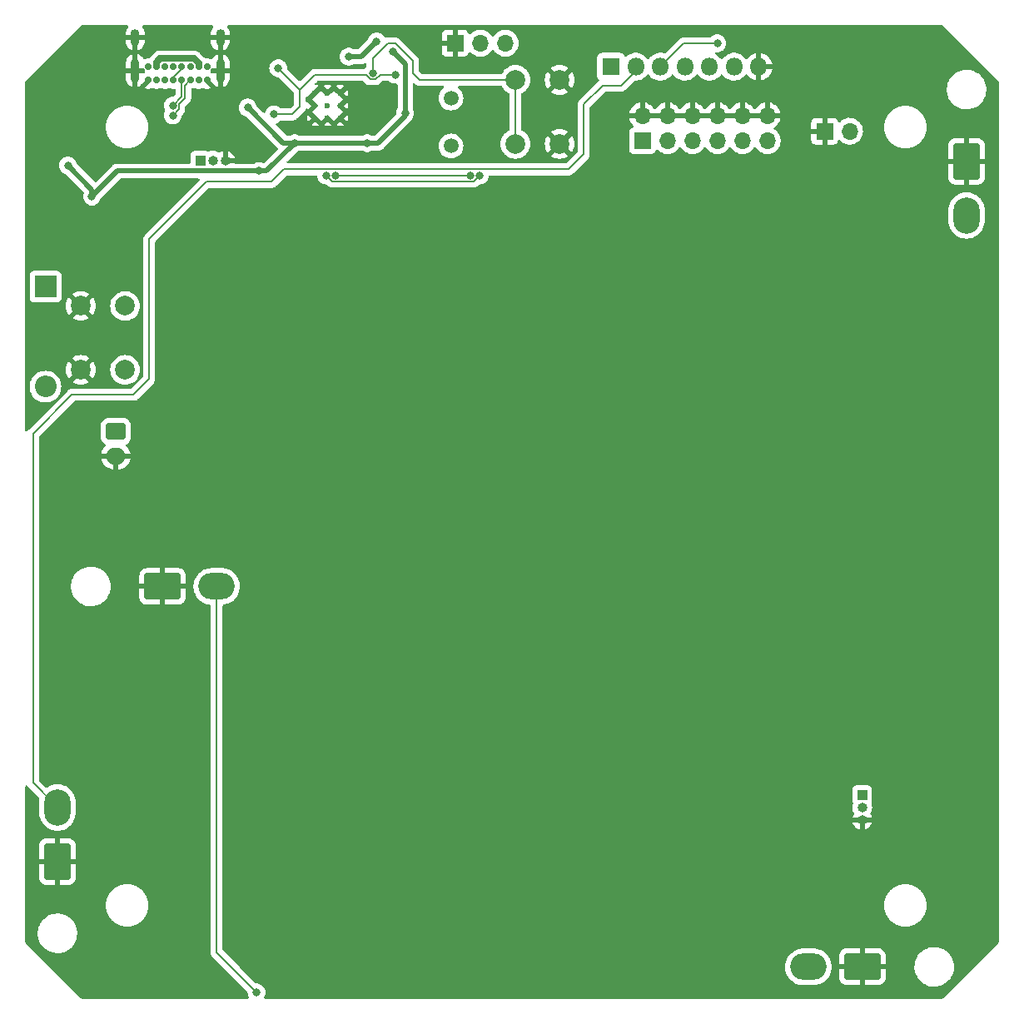
<source format=gbl>
%TF.GenerationSoftware,KiCad,Pcbnew,(6.0.8)*%
%TF.CreationDate,2023-01-20T12:33:46-07:00*%
%TF.ProjectId,Panel,50616e65-6c2e-46b6-9963-61645f706362,rev?*%
%TF.SameCoordinates,Original*%
%TF.FileFunction,Copper,L2,Bot*%
%TF.FilePolarity,Positive*%
%FSLAX46Y46*%
G04 Gerber Fmt 4.6, Leading zero omitted, Abs format (unit mm)*
G04 Created by KiCad (PCBNEW (6.0.8)) date 2023-01-20 12:33:46*
%MOMM*%
%LPD*%
G01*
G04 APERTURE LIST*
G04 Aperture macros list*
%AMRoundRect*
0 Rectangle with rounded corners*
0 $1 Rounding radius*
0 $2 $3 $4 $5 $6 $7 $8 $9 X,Y pos of 4 corners*
0 Add a 4 corners polygon primitive as box body*
4,1,4,$2,$3,$4,$5,$6,$7,$8,$9,$2,$3,0*
0 Add four circle primitives for the rounded corners*
1,1,$1+$1,$2,$3*
1,1,$1+$1,$4,$5*
1,1,$1+$1,$6,$7*
1,1,$1+$1,$8,$9*
0 Add four rect primitives between the rounded corners*
20,1,$1+$1,$2,$3,$4,$5,0*
20,1,$1+$1,$4,$5,$6,$7,0*
20,1,$1+$1,$6,$7,$8,$9,0*
20,1,$1+$1,$8,$9,$2,$3,0*%
G04 Aperture macros list end*
%TA.AperFunction,ComponentPad*%
%ADD10R,1.700000X1.700000*%
%TD*%
%TA.AperFunction,ComponentPad*%
%ADD11O,1.700000X1.700000*%
%TD*%
%TA.AperFunction,ComponentPad*%
%ADD12C,0.700000*%
%TD*%
%TA.AperFunction,ComponentPad*%
%ADD13O,0.900000X1.700000*%
%TD*%
%TA.AperFunction,ComponentPad*%
%ADD14O,0.900000X2.400000*%
%TD*%
%TA.AperFunction,ComponentPad*%
%ADD15C,2.000000*%
%TD*%
%TA.AperFunction,ComponentPad*%
%ADD16RoundRect,0.250001X1.099999X1.599999X-1.099999X1.599999X-1.099999X-1.599999X1.099999X-1.599999X0*%
%TD*%
%TA.AperFunction,ComponentPad*%
%ADD17O,2.700000X3.700000*%
%TD*%
%TA.AperFunction,ComponentPad*%
%ADD18R,1.800000X1.800000*%
%TD*%
%TA.AperFunction,ComponentPad*%
%ADD19O,1.800000X1.800000*%
%TD*%
%TA.AperFunction,ComponentPad*%
%ADD20R,2.200000X2.200000*%
%TD*%
%TA.AperFunction,ComponentPad*%
%ADD21O,2.200000X2.200000*%
%TD*%
%TA.AperFunction,ComponentPad*%
%ADD22C,0.600000*%
%TD*%
%TA.AperFunction,ComponentPad*%
%ADD23C,1.500000*%
%TD*%
%TA.AperFunction,ComponentPad*%
%ADD24R,1.000000X1.000000*%
%TD*%
%TA.AperFunction,ComponentPad*%
%ADD25O,1.000000X1.000000*%
%TD*%
%TA.AperFunction,ComponentPad*%
%ADD26RoundRect,0.250001X1.599999X-1.099999X1.599999X1.099999X-1.599999X1.099999X-1.599999X-1.099999X0*%
%TD*%
%TA.AperFunction,ComponentPad*%
%ADD27O,3.700000X2.700000*%
%TD*%
%TA.AperFunction,ComponentPad*%
%ADD28RoundRect,0.250001X-1.099999X-1.599999X1.099999X-1.599999X1.099999X1.599999X-1.099999X1.599999X0*%
%TD*%
%TA.AperFunction,ComponentPad*%
%ADD29RoundRect,0.250001X-1.599999X1.099999X-1.599999X-1.099999X1.599999X-1.099999X1.599999X1.099999X0*%
%TD*%
%TA.AperFunction,ComponentPad*%
%ADD30RoundRect,0.250000X-0.750000X0.600000X-0.750000X-0.600000X0.750000X-0.600000X0.750000X0.600000X0*%
%TD*%
%TA.AperFunction,ComponentPad*%
%ADD31O,2.000000X1.700000*%
%TD*%
%TA.AperFunction,ViaPad*%
%ADD32C,0.800000*%
%TD*%
%TA.AperFunction,Conductor*%
%ADD33C,0.200000*%
%TD*%
%TA.AperFunction,Conductor*%
%ADD34C,0.500000*%
%TD*%
%TA.AperFunction,Conductor*%
%ADD35C,0.650000*%
%TD*%
G04 APERTURE END LIST*
D10*
%TO.P,J10,1,Pin_1*%
%TO.N,GND*%
X161793000Y-61271000D03*
D11*
%TO.P,J10,2,Pin_2*%
%TO.N,LIGHT EN*%
X164333000Y-61271000D03*
%TD*%
D12*
%TO.P,J2,A1,GND*%
%TO.N,GND*%
X98975000Y-56095000D03*
%TO.P,J2,A4,VBUS*%
%TO.N,+5V*%
X98125000Y-56095000D03*
%TO.P,J2,A5,CC1*%
%TO.N,Net-(J2-PadA5)*%
X97275000Y-56095000D03*
%TO.P,J2,A6,D+*%
%TO.N,USB D+*%
X96425000Y-56095000D03*
%TO.P,J2,A7,D-*%
%TO.N,USB D-*%
X95575000Y-56095000D03*
%TO.P,J2,A8,SBU1*%
%TO.N,unconnected-(J2-PadA8)*%
X94725000Y-56095000D03*
%TO.P,J2,A9,VBUS*%
%TO.N,+5V*%
X93875000Y-56095000D03*
%TO.P,J2,A12,GND*%
%TO.N,GND*%
X93025000Y-56095000D03*
%TO.P,J2,B1,GND*%
X93025000Y-54745000D03*
%TO.P,J2,B4,VBUS*%
%TO.N,+5V*%
X93875000Y-54745000D03*
%TO.P,J2,B5,CC2*%
%TO.N,Net-(J2-PadB5)*%
X94725000Y-54745000D03*
%TO.P,J2,B6,D+*%
%TO.N,USB D+*%
X95575000Y-54745000D03*
%TO.P,J2,B7,D-*%
%TO.N,USB D-*%
X96425000Y-54745000D03*
%TO.P,J2,B8,SBU2*%
%TO.N,unconnected-(J2-PadB8)*%
X97275000Y-54745000D03*
%TO.P,J2,B9,VBUS*%
%TO.N,+5V*%
X98125000Y-54745000D03*
%TO.P,J2,B12,GND*%
%TO.N,GND*%
X98975000Y-54745000D03*
D13*
%TO.P,J2,S1,SHIELD*%
X91675000Y-51735000D03*
X100325000Y-51735000D03*
D14*
X91675000Y-55115000D03*
X100325000Y-55115000D03*
%TD*%
D15*
%TO.P,SW2,1,1*%
%TO.N,RUN*%
X130338000Y-56059000D03*
X130338000Y-62559000D03*
%TO.P,SW2,2,2*%
%TO.N,GND*%
X134838000Y-56059000D03*
X134838000Y-62559000D03*
%TD*%
D10*
%TO.P,J4,1,Pin_1*%
%TO.N,GPIO6*%
X143256000Y-62235000D03*
D11*
%TO.P,J4,2,Pin_2*%
%TO.N,GND*%
X143256000Y-59695000D03*
%TO.P,J4,3,Pin_3*%
%TO.N,GPIO5*%
X145796000Y-62235000D03*
%TO.P,J4,4,Pin_4*%
%TO.N,GND*%
X145796000Y-59695000D03*
%TO.P,J4,5,Pin_5*%
%TO.N,GPIO4*%
X148336000Y-62235000D03*
%TO.P,J4,6,Pin_6*%
%TO.N,GND*%
X148336000Y-59695000D03*
%TO.P,J4,7,Pin_7*%
%TO.N,GPIO3*%
X150876000Y-62235000D03*
%TO.P,J4,8,Pin_8*%
%TO.N,GND*%
X150876000Y-59695000D03*
%TO.P,J4,9,Pin_9*%
%TO.N,GPIO2*%
X153416000Y-62235000D03*
%TO.P,J4,10,Pin_10*%
%TO.N,GND*%
X153416000Y-59695000D03*
%TO.P,J4,11,Pin_11*%
%TO.N,GPIO1*%
X155956000Y-62235000D03*
%TO.P,J4,12,Pin_12*%
%TO.N,GND*%
X155956000Y-59695000D03*
%TD*%
D16*
%TO.P,J8,1,Pin_1*%
%TO.N,GND*%
X83769200Y-135549600D03*
D17*
%TO.P,J8,2,Pin_2*%
%TO.N,SENSOR 3*%
X83769200Y-130049600D03*
%TD*%
D18*
%TO.P,J5,1,Pin_1*%
%TO.N,SENSOR 1*%
X140074000Y-54712000D03*
D19*
%TO.P,J5,2,Pin_2*%
%TO.N,SENSOR 3*%
X142574000Y-54712000D03*
%TO.P,J5,3,Pin_3*%
%TO.N,SENSOR 4*%
X145074000Y-54712000D03*
%TO.P,J5,4,Pin_4*%
%TO.N,SENSOR 2*%
X147574000Y-54712000D03*
%TO.P,J5,5,Pin_5*%
%TO.N,unconnected-(J5-Pad5)*%
X150074000Y-54712000D03*
%TO.P,J5,6,Pin_6*%
%TO.N,LIGHT EN*%
X152574000Y-54712000D03*
%TO.P,J5,7,Pin_7*%
%TO.N,GND*%
X155074000Y-54712000D03*
%TD*%
D20*
%TO.P,D11,1,K*%
%TO.N,+5V*%
X82550000Y-77089000D03*
D21*
%TO.P,D11,2,A*%
%TO.N,Ext 5V*%
X82550000Y-87249000D03*
%TD*%
D15*
%TO.P,SW1,1,1*%
%TO.N,GND*%
X86142000Y-79046000D03*
X86142000Y-85546000D03*
%TO.P,SW1,2,2*%
%TO.N,Net-(R1-Pad1)*%
X90642000Y-85546000D03*
X90642000Y-79046000D03*
%TD*%
D22*
%TO.P,U2,57,GND*%
%TO.N,GND*%
X111239972Y-58665500D03*
X109964972Y-58665500D03*
X112514972Y-58665500D03*
X111239972Y-59940500D03*
X109964972Y-59940500D03*
X109964972Y-57390500D03*
X111239972Y-57390500D03*
X112514972Y-57390500D03*
X112514972Y-59940500D03*
%TD*%
D23*
%TO.P,Y1,1,1*%
%TO.N,Net-(C11-Pad2)*%
X123799600Y-57900400D03*
%TO.P,Y1,2,2*%
%TO.N,XIN*%
X123799600Y-62780400D03*
%TD*%
D24*
%TO.P,J12,1,Pin_1*%
%TO.N,Ext 5V*%
X98293000Y-64287400D03*
D25*
%TO.P,J12,2,Pin_2*%
%TO.N,GPIO0*%
X99563000Y-64287400D03*
%TO.P,J12,3,Pin_3*%
%TO.N,GND*%
X100833000Y-64287400D03*
%TD*%
D10*
%TO.P,J1,1,Pin_1*%
%TO.N,GND*%
X124221000Y-52324000D03*
D11*
%TO.P,J1,2,Pin_2*%
%TO.N,SWDIO*%
X126761000Y-52324000D03*
%TO.P,J1,3,Pin_3*%
%TO.N,SWCLK*%
X129301000Y-52324000D03*
%TD*%
D26*
%TO.P,J9,1,Pin_1*%
%TO.N,GND*%
X94461000Y-107569000D03*
D27*
%TO.P,J9,2,Pin_2*%
%TO.N,SENSOR 4*%
X99961000Y-107569000D03*
%TD*%
D24*
%TO.P,J11,1,Pin_1*%
%TO.N,Ext 5V*%
X165608000Y-128773000D03*
D25*
%TO.P,J11,2,Pin_2*%
%TO.N,Net-(D26-Pad2)*%
X165608000Y-130043000D03*
%TO.P,J11,3,Pin_3*%
%TO.N,GND*%
X165608000Y-131313000D03*
%TD*%
D28*
%TO.P,J6,1,Pin_1*%
%TO.N,GND*%
X176225200Y-64336600D03*
D17*
%TO.P,J6,2,Pin_2*%
%TO.N,SENSOR 1*%
X176225200Y-69836600D03*
%TD*%
D29*
%TO.P,J7,1,Pin_1*%
%TO.N,GND*%
X165635000Y-146253200D03*
D27*
%TO.P,J7,2,Pin_2*%
%TO.N,SENSOR 2*%
X160135000Y-146253200D03*
%TD*%
D30*
%TO.P,J3,1,Pin_1*%
%TO.N,Ext 5V*%
X89708400Y-91815600D03*
D31*
%TO.P,J3,2,Pin_2*%
%TO.N,GND*%
X89708400Y-94315600D03*
%TD*%
D32*
%TO.N,+1V1*%
X118120500Y-55524400D03*
X105792497Y-59564497D03*
X106222800Y-54864000D03*
%TO.N,GND*%
X115798600Y-60909200D03*
X84531200Y-70140200D03*
X102481500Y-61079500D03*
X117449600Y-63347600D03*
%TO.N,+3V3*%
X113400000Y-53680000D03*
X87274400Y-67919600D03*
X115265200Y-62484000D03*
X104292400Y-65328800D03*
X117858753Y-53207253D03*
X107899200Y-62484000D03*
X116230000Y-52150000D03*
X84828786Y-64762786D03*
X119126000Y-59436000D03*
X103124000Y-58864300D03*
%TO.N,Net-(J2-PadA5)*%
X95504000Y-59664600D03*
%TO.N,USB D+*%
X95504000Y-58674000D03*
%TO.N,GPIO1*%
X126713023Y-65777500D03*
X111103739Y-65777500D03*
%TO.N,GPIO2*%
X112030242Y-65777500D03*
X125786520Y-65777500D03*
%TO.N,RUN*%
X115824000Y-55372000D03*
%TO.N,SENSOR 4*%
X150876000Y-52324000D03*
X104013000Y-148844000D03*
%TD*%
D33*
%TO.N,+1V1*%
X118120500Y-55524400D02*
X116586000Y-55524400D01*
X105792497Y-59564497D02*
X107669103Y-59564497D01*
X109931200Y-55575200D02*
X108432600Y-57073800D01*
X115140488Y-55575200D02*
X109931200Y-55575200D01*
X108432600Y-57073800D02*
X106222800Y-54864000D01*
X116111400Y-55999000D02*
X115564288Y-55999000D01*
X115564288Y-55999000D02*
X115140488Y-55575200D01*
X116586000Y-55524400D02*
X116111400Y-55999000D01*
X107669103Y-59564497D02*
X108432600Y-58801000D01*
X108432600Y-58801000D02*
X108432600Y-57073800D01*
D34*
%TO.N,+3V3*%
X103124000Y-58864300D02*
X106743700Y-62484000D01*
X106743700Y-62484000D02*
X115925600Y-62484000D01*
X105054400Y-65328800D02*
X107899200Y-62484000D01*
X119126000Y-54474500D02*
X117858753Y-53207253D01*
X87274400Y-67919600D02*
X89865200Y-65328800D01*
X115925600Y-62484000D02*
X116382800Y-62484000D01*
X116382800Y-62484000D02*
X119126000Y-59740800D01*
X119126000Y-59436000D02*
X119126000Y-54474500D01*
X114700000Y-53680000D02*
X116230000Y-52150000D01*
X89865200Y-65328800D02*
X104292400Y-65328800D01*
X113400000Y-53680000D02*
X114700000Y-53680000D01*
X87274400Y-67919600D02*
X87274400Y-67208400D01*
X104292400Y-65328800D02*
X105054400Y-65328800D01*
X119126000Y-59740800D02*
X119126000Y-59436000D01*
X87274400Y-67208400D02*
X84828786Y-64762786D01*
D35*
%TO.N,+5V*%
X94226226Y-53898800D02*
X97637600Y-53898800D01*
X98125000Y-54386200D02*
X98125000Y-54745000D01*
X97637600Y-53898800D02*
X98125000Y-54386200D01*
X93875000Y-54745000D02*
X93875000Y-54250026D01*
X93875000Y-54250026D02*
X94226226Y-53898800D01*
D33*
%TO.N,Net-(J2-PadA5)*%
X95504000Y-59664600D02*
X96131000Y-59037600D01*
X97270200Y-56095000D02*
X97275000Y-56095000D01*
X96752000Y-57888448D02*
X96752000Y-56613200D01*
X96131000Y-59037600D02*
X96131000Y-58509448D01*
X96131000Y-58509448D02*
X96752000Y-57888448D01*
X96752000Y-56613200D02*
X97270200Y-56095000D01*
%TO.N,USB D+*%
X96425000Y-56095000D02*
X96425000Y-57753000D01*
X96425000Y-57753000D02*
X95504000Y-58674000D01*
%TO.N,USB D-*%
X96425000Y-54979000D02*
X96425000Y-54745000D01*
X95575000Y-56095000D02*
X95575000Y-55829000D01*
X95575000Y-55829000D02*
X96425000Y-54979000D01*
%TO.N,GPIO1*%
X126713023Y-65777500D02*
X126086023Y-66404500D01*
X126086023Y-66404500D02*
X111730739Y-66404500D01*
X111730739Y-66404500D02*
X111103739Y-65777500D01*
%TO.N,GPIO2*%
X125786520Y-65777500D02*
X112030242Y-65777500D01*
%TO.N,RUN*%
X115824000Y-55372000D02*
X115824000Y-53848000D01*
X115824000Y-53848000D02*
X117348000Y-52324000D01*
X118110000Y-52324000D02*
X119888000Y-54102000D01*
X119888000Y-55372000D02*
X120575000Y-56059000D01*
X119888000Y-54102000D02*
X119888000Y-55372000D01*
X130338000Y-56059000D02*
X130338000Y-62559000D01*
X117348000Y-52324000D02*
X118110000Y-52324000D01*
X120575000Y-56059000D02*
X130338000Y-56059000D01*
%TO.N,SENSOR 3*%
X105537000Y-66421000D02*
X98933000Y-66421000D01*
X141061000Y-56642000D02*
X139192000Y-56642000D01*
X93091000Y-86487000D02*
X91490800Y-88087200D01*
X135763000Y-65151000D02*
X106807000Y-65151000D01*
X139192000Y-56642000D02*
X137287000Y-58547000D01*
X142574000Y-54712000D02*
X142574000Y-55129000D01*
X91490800Y-88087200D02*
X85242400Y-88087200D01*
X81280000Y-127560400D02*
X83794600Y-130075000D01*
X81280000Y-92049600D02*
X81280000Y-127560400D01*
X98933000Y-66421000D02*
X93091000Y-72263000D01*
X93091000Y-72263000D02*
X93091000Y-86487000D01*
X137287000Y-63627000D02*
X135763000Y-65151000D01*
X106807000Y-65151000D02*
X105537000Y-66421000D01*
X85242400Y-88087200D02*
X81280000Y-92049600D01*
X142574000Y-55129000D02*
X141061000Y-56642000D01*
X137287000Y-58547000D02*
X137287000Y-63627000D01*
%TO.N,SENSOR 4*%
X104013000Y-148844000D02*
X99961000Y-144792000D01*
X99961000Y-144792000D02*
X99961000Y-107569000D01*
X145074000Y-54712000D02*
X147462000Y-52324000D01*
X147462000Y-52324000D02*
X150876000Y-52324000D01*
%TD*%
%TA.AperFunction,Conductor*%
%TO.N,GND*%
G36*
X90910283Y-50528502D02*
G01*
X90956776Y-50582158D01*
X90966880Y-50652432D01*
X90945375Y-50706770D01*
X90838093Y-50859987D01*
X90831892Y-50871081D01*
X90759668Y-51037980D01*
X90755829Y-51050083D01*
X90718325Y-51229600D01*
X90717085Y-51239152D01*
X90717000Y-51242384D01*
X90717000Y-51462885D01*
X90721475Y-51478124D01*
X90722865Y-51479329D01*
X90730548Y-51481000D01*
X92614885Y-51481000D01*
X92630124Y-51476525D01*
X92631329Y-51475135D01*
X92633000Y-51467452D01*
X92633000Y-51289553D01*
X92632677Y-51283178D01*
X92618918Y-51147723D01*
X92616364Y-51135283D01*
X92561984Y-50961756D01*
X92556975Y-50950068D01*
X92468813Y-50791021D01*
X92461566Y-50780594D01*
X92406629Y-50716497D01*
X92377485Y-50651758D01*
X92387969Y-50581539D01*
X92434751Y-50528136D01*
X92502298Y-50508500D01*
X99492162Y-50508500D01*
X99560283Y-50528502D01*
X99606776Y-50582158D01*
X99616880Y-50652432D01*
X99595375Y-50706770D01*
X99488093Y-50859987D01*
X99481892Y-50871081D01*
X99409668Y-51037980D01*
X99405829Y-51050083D01*
X99368325Y-51229600D01*
X99367085Y-51239152D01*
X99367000Y-51242384D01*
X99367000Y-51462885D01*
X99371475Y-51478124D01*
X99372865Y-51479329D01*
X99380548Y-51481000D01*
X101264885Y-51481000D01*
X101280124Y-51476525D01*
X101281329Y-51475135D01*
X101283000Y-51467452D01*
X101283000Y-51289553D01*
X101282677Y-51283178D01*
X101268918Y-51147723D01*
X101266364Y-51135283D01*
X101211984Y-50961756D01*
X101206975Y-50950068D01*
X101118813Y-50791021D01*
X101111566Y-50780594D01*
X101056629Y-50716497D01*
X101027485Y-50651758D01*
X101037969Y-50581539D01*
X101084751Y-50528136D01*
X101152298Y-50508500D01*
X173737183Y-50508500D01*
X173805304Y-50528502D01*
X173826278Y-50545405D01*
X179454595Y-56173722D01*
X179488621Y-56236034D01*
X179491500Y-56262817D01*
X179491500Y-143737182D01*
X179471498Y-143805303D01*
X179454595Y-143826277D01*
X173826278Y-149454595D01*
X173763966Y-149488621D01*
X173737183Y-149491500D01*
X104906449Y-149491500D01*
X104838328Y-149471498D01*
X104791835Y-149417842D01*
X104781731Y-149347568D01*
X104797330Y-149302500D01*
X104844223Y-149221279D01*
X104844224Y-149221278D01*
X104847527Y-149215556D01*
X104906542Y-149033928D01*
X104926504Y-148844000D01*
X104906542Y-148654072D01*
X104847527Y-148472444D01*
X104752040Y-148307056D01*
X104624253Y-148165134D01*
X104469752Y-148052882D01*
X104463724Y-148050198D01*
X104463722Y-148050197D01*
X104301319Y-147977891D01*
X104301318Y-147977891D01*
X104295288Y-147975206D01*
X104200871Y-147955137D01*
X104114944Y-147936872D01*
X104114939Y-147936872D01*
X104108487Y-147935500D01*
X104017239Y-147935500D01*
X103949118Y-147915498D01*
X103928144Y-147898595D01*
X102325026Y-146295477D01*
X157772009Y-146295477D01*
X157797625Y-146563969D01*
X157798710Y-146568403D01*
X157798711Y-146568409D01*
X157860645Y-146821512D01*
X157861731Y-146825950D01*
X157962985Y-147075933D01*
X158099265Y-147308682D01*
X158172531Y-147400296D01*
X158219686Y-147459260D01*
X158267716Y-147519319D01*
X158464809Y-147703434D01*
X158686416Y-147857168D01*
X158690499Y-147859199D01*
X158690502Y-147859201D01*
X158736489Y-147882079D01*
X158927894Y-147977301D01*
X158932228Y-147978722D01*
X158932231Y-147978723D01*
X159179853Y-148059898D01*
X159179859Y-148059899D01*
X159184186Y-148061318D01*
X159188677Y-148062098D01*
X159188678Y-148062098D01*
X159446140Y-148106801D01*
X159446148Y-148106802D01*
X159449921Y-148107457D01*
X159453758Y-148107648D01*
X159533578Y-148111622D01*
X159533586Y-148111622D01*
X159535149Y-148111700D01*
X160703512Y-148111700D01*
X160705780Y-148111535D01*
X160705792Y-148111535D01*
X160836884Y-148102023D01*
X160904004Y-148097153D01*
X160908459Y-148096169D01*
X160908462Y-148096169D01*
X161162912Y-148039991D01*
X161162916Y-148039990D01*
X161167372Y-148039006D01*
X161293480Y-147991228D01*
X161415318Y-147945068D01*
X161415321Y-147945067D01*
X161419588Y-147943450D01*
X161655368Y-147812486D01*
X161798260Y-147703434D01*
X161866141Y-147651629D01*
X161866142Y-147651628D01*
X161869773Y-147648857D01*
X161914126Y-147603487D01*
X161996405Y-147519319D01*
X162058312Y-147455992D01*
X162098852Y-147400296D01*
X163277000Y-147400296D01*
X163277337Y-147406811D01*
X163287256Y-147502403D01*
X163290150Y-147515802D01*
X163341588Y-147669983D01*
X163347762Y-147683162D01*
X163433063Y-147821007D01*
X163442099Y-147832408D01*
X163556830Y-147946939D01*
X163568241Y-147955951D01*
X163706245Y-148041018D01*
X163719423Y-148047162D01*
X163873716Y-148098339D01*
X163887081Y-148101205D01*
X163981439Y-148110872D01*
X163987855Y-148111200D01*
X165362885Y-148111200D01*
X165378124Y-148106725D01*
X165379329Y-148105335D01*
X165381000Y-148097652D01*
X165381000Y-148093085D01*
X165889000Y-148093085D01*
X165893475Y-148108324D01*
X165894865Y-148109529D01*
X165902548Y-148111200D01*
X167282096Y-148111200D01*
X167288611Y-148110863D01*
X167384203Y-148100944D01*
X167397602Y-148098050D01*
X167551783Y-148046612D01*
X167564962Y-148040438D01*
X167702807Y-147955137D01*
X167714208Y-147946101D01*
X167828739Y-147831370D01*
X167837751Y-147819959D01*
X167922818Y-147681955D01*
X167928962Y-147668777D01*
X167980139Y-147514484D01*
X167983005Y-147501119D01*
X167992672Y-147406761D01*
X167993000Y-147400345D01*
X167993000Y-146525315D01*
X167988525Y-146510076D01*
X167987135Y-146508871D01*
X167979452Y-146507200D01*
X165907115Y-146507200D01*
X165891876Y-146511675D01*
X165890671Y-146513065D01*
X165889000Y-146520748D01*
X165889000Y-148093085D01*
X165381000Y-148093085D01*
X165381000Y-146525315D01*
X165376525Y-146510076D01*
X165375135Y-146508871D01*
X165367452Y-146507200D01*
X163295115Y-146507200D01*
X163279876Y-146511675D01*
X163278671Y-146513065D01*
X163277000Y-146520748D01*
X163277000Y-147400296D01*
X162098852Y-147400296D01*
X162217034Y-147237930D01*
X162300190Y-147079876D01*
X162340490Y-147003279D01*
X162340493Y-147003273D01*
X162342615Y-146999239D01*
X162405378Y-146821512D01*
X162430902Y-146749233D01*
X162430902Y-146749232D01*
X162432425Y-146744920D01*
X162478397Y-146511675D01*
X162483700Y-146484772D01*
X162483701Y-146484766D01*
X162484581Y-146480300D01*
X162485194Y-146467988D01*
X162497764Y-146215492D01*
X162497764Y-146215486D01*
X162497991Y-146210923D01*
X162495321Y-146182933D01*
X170922822Y-146182933D01*
X170922975Y-146187321D01*
X170922975Y-146187327D01*
X170926593Y-146290908D01*
X170932625Y-146463658D01*
X170933387Y-146467981D01*
X170933388Y-146467988D01*
X170957164Y-146602824D01*
X170981402Y-146740287D01*
X171068203Y-147007435D01*
X171191340Y-147259902D01*
X171193795Y-147263541D01*
X171193798Y-147263547D01*
X171221581Y-147304737D01*
X171348415Y-147492776D01*
X171536371Y-147701522D01*
X171751550Y-147882079D01*
X171989764Y-148030931D01*
X172246375Y-148145182D01*
X172516390Y-148222607D01*
X172520740Y-148223218D01*
X172520743Y-148223219D01*
X172623690Y-148237687D01*
X172794552Y-148261700D01*
X173005146Y-148261700D01*
X173007332Y-148261547D01*
X173007336Y-148261547D01*
X173210827Y-148247318D01*
X173210832Y-148247317D01*
X173215212Y-148247011D01*
X173489970Y-148188609D01*
X173494099Y-148187106D01*
X173494103Y-148187105D01*
X173749781Y-148094046D01*
X173749785Y-148094044D01*
X173753926Y-148092537D01*
X174001942Y-147960664D01*
X174008429Y-147955951D01*
X174225629Y-147798147D01*
X174225632Y-147798144D01*
X174229192Y-147795558D01*
X174431252Y-147600431D01*
X174604188Y-147379082D01*
X174606384Y-147375278D01*
X174606389Y-147375271D01*
X174742435Y-147139631D01*
X174744636Y-147135819D01*
X174849862Y-146875376D01*
X174850928Y-146871101D01*
X174916753Y-146607093D01*
X174916754Y-146607088D01*
X174917817Y-146602824D01*
X174922380Y-146559417D01*
X174946719Y-146327836D01*
X174946719Y-146327833D01*
X174947178Y-146323467D01*
X174946041Y-146290908D01*
X174937529Y-146047139D01*
X174937528Y-146047133D01*
X174937375Y-146042742D01*
X174929698Y-145999200D01*
X174889360Y-145770436D01*
X174888598Y-145766113D01*
X174801797Y-145498965D01*
X174678660Y-145246498D01*
X174676205Y-145242859D01*
X174676202Y-145242853D01*
X174583508Y-145105429D01*
X174521585Y-145013624D01*
X174333629Y-144804878D01*
X174118450Y-144624321D01*
X173880236Y-144475469D01*
X173623625Y-144361218D01*
X173353610Y-144283793D01*
X173349260Y-144283182D01*
X173349257Y-144283181D01*
X173207737Y-144263292D01*
X173075448Y-144244700D01*
X172864854Y-144244700D01*
X172862668Y-144244853D01*
X172862664Y-144244853D01*
X172659173Y-144259082D01*
X172659168Y-144259083D01*
X172654788Y-144259389D01*
X172380030Y-144317791D01*
X172375901Y-144319294D01*
X172375897Y-144319295D01*
X172120219Y-144412354D01*
X172120215Y-144412356D01*
X172116074Y-144413863D01*
X171868058Y-144545736D01*
X171864499Y-144548322D01*
X171864497Y-144548323D01*
X171664108Y-144693914D01*
X171640808Y-144710842D01*
X171637644Y-144713898D01*
X171637641Y-144713900D01*
X171598063Y-144752120D01*
X171438748Y-144905969D01*
X171265812Y-145127318D01*
X171263616Y-145131122D01*
X171263611Y-145131129D01*
X171194707Y-145250475D01*
X171125364Y-145370581D01*
X171020138Y-145631024D01*
X171019073Y-145635297D01*
X171019072Y-145635299D01*
X170985379Y-145770436D01*
X170952183Y-145903576D01*
X170951724Y-145907944D01*
X170951723Y-145907949D01*
X170938011Y-146038412D01*
X170922822Y-146182933D01*
X162495321Y-146182933D01*
X162476063Y-145981085D01*
X163277000Y-145981085D01*
X163281475Y-145996324D01*
X163282865Y-145997529D01*
X163290548Y-145999200D01*
X165362885Y-145999200D01*
X165378124Y-145994725D01*
X165379329Y-145993335D01*
X165381000Y-145985652D01*
X165381000Y-145981085D01*
X165889000Y-145981085D01*
X165893475Y-145996324D01*
X165894865Y-145997529D01*
X165902548Y-145999200D01*
X167974885Y-145999200D01*
X167990124Y-145994725D01*
X167991329Y-145993335D01*
X167993000Y-145985652D01*
X167993000Y-145106104D01*
X167992663Y-145099589D01*
X167982744Y-145003997D01*
X167979850Y-144990598D01*
X167928412Y-144836417D01*
X167922238Y-144823238D01*
X167836937Y-144685393D01*
X167827901Y-144673992D01*
X167713170Y-144559461D01*
X167701759Y-144550449D01*
X167563755Y-144465382D01*
X167550577Y-144459238D01*
X167396284Y-144408061D01*
X167382919Y-144405195D01*
X167288561Y-144395528D01*
X167282144Y-144395200D01*
X165907115Y-144395200D01*
X165891876Y-144399675D01*
X165890671Y-144401065D01*
X165889000Y-144408748D01*
X165889000Y-145981085D01*
X165381000Y-145981085D01*
X165381000Y-144413315D01*
X165376525Y-144398076D01*
X165375135Y-144396871D01*
X165367452Y-144395200D01*
X163987904Y-144395200D01*
X163981389Y-144395537D01*
X163885797Y-144405456D01*
X163872398Y-144408350D01*
X163718217Y-144459788D01*
X163705038Y-144465962D01*
X163567193Y-144551263D01*
X163555792Y-144560299D01*
X163441261Y-144675030D01*
X163432249Y-144686441D01*
X163347182Y-144824445D01*
X163341038Y-144837623D01*
X163289861Y-144991916D01*
X163286995Y-145005281D01*
X163277328Y-145099639D01*
X163277000Y-145106056D01*
X163277000Y-145981085D01*
X162476063Y-145981085D01*
X162472375Y-145942431D01*
X162463938Y-145907949D01*
X162409355Y-145684888D01*
X162408269Y-145680450D01*
X162307015Y-145430467D01*
X162170735Y-145197718D01*
X162052928Y-145050408D01*
X162005136Y-144990647D01*
X162005135Y-144990645D01*
X162002284Y-144987081D01*
X161805191Y-144802966D01*
X161583584Y-144649232D01*
X161579501Y-144647201D01*
X161579498Y-144647199D01*
X161414606Y-144565167D01*
X161342106Y-144529099D01*
X161337772Y-144527678D01*
X161337769Y-144527677D01*
X161090147Y-144446502D01*
X161090141Y-144446501D01*
X161085814Y-144445082D01*
X161081322Y-144444302D01*
X160823860Y-144399599D01*
X160823852Y-144399598D01*
X160820079Y-144398943D01*
X160802664Y-144398076D01*
X160736422Y-144394778D01*
X160736414Y-144394778D01*
X160734851Y-144394700D01*
X159566488Y-144394700D01*
X159564220Y-144394865D01*
X159564208Y-144394865D01*
X159433116Y-144404377D01*
X159365996Y-144409247D01*
X159361541Y-144410231D01*
X159361538Y-144410231D01*
X159107088Y-144466409D01*
X159107084Y-144466410D01*
X159102628Y-144467394D01*
X158978178Y-144514544D01*
X158854682Y-144561332D01*
X158854679Y-144561333D01*
X158850412Y-144562950D01*
X158744122Y-144621989D01*
X158620876Y-144690446D01*
X158614632Y-144693914D01*
X158592451Y-144710842D01*
X158419941Y-144842498D01*
X158400227Y-144857543D01*
X158397034Y-144860809D01*
X158397032Y-144860811D01*
X158352887Y-144905969D01*
X158211688Y-145050408D01*
X158052966Y-145268470D01*
X158050844Y-145272504D01*
X157929510Y-145503121D01*
X157929507Y-145503127D01*
X157927385Y-145507161D01*
X157925865Y-145511466D01*
X157925863Y-145511470D01*
X157839098Y-145757167D01*
X157837575Y-145761480D01*
X157836692Y-145765962D01*
X157791288Y-145996324D01*
X157785419Y-146026100D01*
X157785192Y-146030653D01*
X157785192Y-146030656D01*
X157775991Y-146215492D01*
X157772009Y-146295477D01*
X102325026Y-146295477D01*
X100606405Y-144576856D01*
X100572379Y-144514544D01*
X100569500Y-144487761D01*
X100569500Y-139980067D01*
X167842378Y-139980067D01*
X167842598Y-139988776D01*
X167842973Y-140003627D01*
X167842973Y-140010009D01*
X167842456Y-140030461D01*
X167842886Y-140034121D01*
X167842974Y-140038493D01*
X167842741Y-140076535D01*
X167843768Y-140080129D01*
X167844181Y-140086240D01*
X167843824Y-140090772D01*
X167845610Y-140114260D01*
X167845931Y-140120604D01*
X167846449Y-140141075D01*
X167847198Y-140145502D01*
X167847666Y-140148272D01*
X167849067Y-140159722D01*
X167850666Y-140180764D01*
X167850979Y-140193847D01*
X167850934Y-140195445D01*
X167850934Y-140195452D01*
X167850798Y-140200316D01*
X167851411Y-140205143D01*
X167851412Y-140205154D01*
X167853773Y-140223728D01*
X167854412Y-140230020D01*
X167855967Y-140250472D01*
X167856937Y-140254847D01*
X167857537Y-140257554D01*
X167859518Y-140268943D01*
X167862066Y-140288999D01*
X167863040Y-140302069D01*
X167863183Y-140308484D01*
X167864039Y-140313276D01*
X167864039Y-140313278D01*
X167867341Y-140331772D01*
X167868297Y-140338027D01*
X167870887Y-140358409D01*
X167872798Y-140365351D01*
X167875354Y-140376638D01*
X167878765Y-140395741D01*
X167880397Y-140408778D01*
X167880855Y-140415094D01*
X167881950Y-140419838D01*
X167881950Y-140419839D01*
X167886188Y-140438202D01*
X167887447Y-140444355D01*
X167891076Y-140464676D01*
X167892480Y-140468927D01*
X167892482Y-140468935D01*
X167893316Y-140471460D01*
X167896444Y-140482639D01*
X167900629Y-140500774D01*
X167902915Y-140513733D01*
X167903085Y-140515120D01*
X167903087Y-140515130D01*
X167903680Y-140519956D01*
X167905010Y-140524641D01*
X167905011Y-140524644D01*
X167910179Y-140542844D01*
X167911743Y-140548923D01*
X167916399Y-140569098D01*
X167918017Y-140573281D01*
X167918018Y-140573284D01*
X167918943Y-140575675D01*
X167922634Y-140586706D01*
X167927537Y-140603975D01*
X167930467Y-140616822D01*
X167931525Y-140622917D01*
X167933081Y-140627517D01*
X167933083Y-140627523D01*
X167939174Y-140645524D01*
X167941029Y-140651491D01*
X167945412Y-140666926D01*
X167946707Y-140671485D01*
X167948536Y-140675592D01*
X167949544Y-140677857D01*
X167953792Y-140688724D01*
X167959338Y-140705118D01*
X167962913Y-140717856D01*
X167964248Y-140723792D01*
X167966034Y-140728321D01*
X167966035Y-140728325D01*
X167973041Y-140746094D01*
X167975175Y-140751924D01*
X167980423Y-140767433D01*
X167981864Y-140771691D01*
X167984975Y-140777837D01*
X167989759Y-140788491D01*
X167995905Y-140804080D01*
X168000111Y-140816655D01*
X168001711Y-140822432D01*
X168011519Y-140844126D01*
X168011626Y-140844363D01*
X168014027Y-140850041D01*
X168021715Y-140869539D01*
X168023930Y-140873427D01*
X168025071Y-140875430D01*
X168030403Y-140885896D01*
X168037082Y-140900669D01*
X168041922Y-140913084D01*
X168042243Y-140914058D01*
X168042245Y-140914064D01*
X168043770Y-140918682D01*
X168054772Y-140940162D01*
X168057440Y-140945698D01*
X168064169Y-140960582D01*
X168066114Y-140964885D01*
X168069718Y-140970548D01*
X168075553Y-140980738D01*
X168082748Y-140994785D01*
X168088196Y-141006973D01*
X168090285Y-141012401D01*
X168102366Y-141033412D01*
X168105272Y-141038762D01*
X168114911Y-141057581D01*
X168117504Y-141061247D01*
X168118725Y-141062974D01*
X168125083Y-141072922D01*
X168132754Y-141086263D01*
X168138798Y-141098199D01*
X168139157Y-141099013D01*
X168139160Y-141099019D01*
X168141123Y-141103466D01*
X168143746Y-141107558D01*
X168143748Y-141107561D01*
X168149894Y-141117147D01*
X168154120Y-141123738D01*
X168154244Y-141123932D01*
X168157391Y-141129112D01*
X168167959Y-141147491D01*
X168170724Y-141151024D01*
X168171983Y-141152633D01*
X168178830Y-141162282D01*
X168186980Y-141174994D01*
X168193606Y-141186651D01*
X168196142Y-141191723D01*
X168198957Y-141195681D01*
X168198962Y-141195690D01*
X168210265Y-141211585D01*
X168213645Y-141216587D01*
X168225127Y-141234497D01*
X168228055Y-141237888D01*
X168228059Y-141237893D01*
X168229361Y-141239400D01*
X168236678Y-141248727D01*
X168245261Y-141260796D01*
X168252449Y-141272137D01*
X168252748Y-141272669D01*
X168255209Y-141277053D01*
X168258205Y-141280865D01*
X168258212Y-141280876D01*
X168270308Y-141296268D01*
X168273919Y-141301097D01*
X168283662Y-141314797D01*
X168283666Y-141314802D01*
X168286261Y-141318451D01*
X168289345Y-141321693D01*
X168290686Y-141323103D01*
X168298452Y-141332079D01*
X168307502Y-141343595D01*
X168315230Y-141354590D01*
X168315529Y-141355067D01*
X168318195Y-141359326D01*
X168321388Y-141363012D01*
X168334207Y-141377812D01*
X168338038Y-141382453D01*
X168348460Y-141395715D01*
X168351229Y-141399238D01*
X168355840Y-141403643D01*
X168364031Y-141412241D01*
X168373562Y-141423244D01*
X168381801Y-141433852D01*
X168382194Y-141434418D01*
X168382201Y-141434427D01*
X168384975Y-141438420D01*
X168388328Y-141441937D01*
X168388333Y-141441943D01*
X168401844Y-141456114D01*
X168405879Y-141460552D01*
X168419896Y-141476734D01*
X168423283Y-141479673D01*
X168423293Y-141479683D01*
X168424718Y-141480920D01*
X168433323Y-141489130D01*
X168443290Y-141499584D01*
X168452031Y-141509792D01*
X168455420Y-141514206D01*
X168458942Y-141517564D01*
X168458943Y-141517565D01*
X168473136Y-141531096D01*
X168477379Y-141535339D01*
X168492138Y-141550819D01*
X168495668Y-141553598D01*
X168497127Y-141554747D01*
X168506119Y-141562543D01*
X168516582Y-141572518D01*
X168525798Y-141582294D01*
X168529400Y-141586549D01*
X168533077Y-141589734D01*
X168533079Y-141589736D01*
X168547901Y-141602575D01*
X168552349Y-141606618D01*
X168564575Y-141618274D01*
X168564581Y-141618279D01*
X168567820Y-141621367D01*
X168572999Y-141625059D01*
X168582354Y-141632418D01*
X168593317Y-141641915D01*
X168602988Y-141651241D01*
X168603475Y-141651764D01*
X168603483Y-141651772D01*
X168606801Y-141655331D01*
X168626054Y-141670461D01*
X168630668Y-141674269D01*
X168646808Y-141688250D01*
X168650578Y-141690675D01*
X168652174Y-141691702D01*
X168661862Y-141698601D01*
X168673377Y-141707650D01*
X168683470Y-141716490D01*
X168687504Y-141720422D01*
X168691476Y-141723246D01*
X168691479Y-141723249D01*
X168707409Y-141734577D01*
X168712242Y-141738191D01*
X168728987Y-141751350D01*
X168734420Y-141754488D01*
X168734548Y-141754562D01*
X168744543Y-141760983D01*
X168756624Y-141769574D01*
X168767113Y-141777906D01*
X168767725Y-141778448D01*
X168767733Y-141778454D01*
X168771375Y-141781678D01*
X168791914Y-141794845D01*
X168796890Y-141798207D01*
X168814232Y-141810539D01*
X168819992Y-141813508D01*
X168830257Y-141819426D01*
X168842952Y-141827564D01*
X168853822Y-141835377D01*
X168858294Y-141838966D01*
X168874989Y-141848566D01*
X168879358Y-141851078D01*
X168884549Y-141854232D01*
X168898632Y-141863260D01*
X168898636Y-141863262D01*
X168902406Y-141865679D01*
X168906474Y-141867534D01*
X168906483Y-141867539D01*
X168908363Y-141868396D01*
X168918873Y-141873798D01*
X168932225Y-141881475D01*
X168943427Y-141888733D01*
X168948141Y-141892154D01*
X168952463Y-141894368D01*
X168952467Y-141894370D01*
X168969718Y-141903205D01*
X168975086Y-141906121D01*
X168993384Y-141916642D01*
X168997544Y-141918301D01*
X168997545Y-141918302D01*
X168999534Y-141919096D01*
X169010276Y-141923977D01*
X169024321Y-141931170D01*
X169035827Y-141937852D01*
X169040772Y-141941085D01*
X169045210Y-141943091D01*
X169045213Y-141943093D01*
X169062782Y-141951036D01*
X169068303Y-141953695D01*
X169087041Y-141963292D01*
X169093377Y-141965470D01*
X169104306Y-141969808D01*
X169119091Y-141976492D01*
X169130885Y-141982592D01*
X169131841Y-141983152D01*
X169131848Y-141983155D01*
X169136052Y-141985619D01*
X169158464Y-141994456D01*
X169164093Y-141996836D01*
X169183226Y-142005486D01*
X169187531Y-142006735D01*
X169189730Y-142007373D01*
X169200839Y-142011165D01*
X169216414Y-142017306D01*
X169228457Y-142022802D01*
X169233854Y-142025617D01*
X169238472Y-142027180D01*
X169238473Y-142027180D01*
X169256560Y-142033300D01*
X169262373Y-142035428D01*
X169281798Y-142043087D01*
X169286146Y-142044121D01*
X169286154Y-142044123D01*
X169288507Y-142044682D01*
X169299742Y-142047911D01*
X169316116Y-142053450D01*
X169328393Y-142058336D01*
X169329574Y-142058879D01*
X169329581Y-142058882D01*
X169334001Y-142060915D01*
X169356978Y-142067440D01*
X169362938Y-142069293D01*
X169372556Y-142072547D01*
X169382628Y-142075955D01*
X169389461Y-142077227D01*
X169400819Y-142079890D01*
X169404461Y-142080924D01*
X169418095Y-142084796D01*
X169430554Y-142089050D01*
X169431407Y-142089392D01*
X169436362Y-142091378D01*
X169459537Y-142096726D01*
X169465589Y-142098282D01*
X169485529Y-142103945D01*
X169490812Y-142104660D01*
X169492535Y-142104893D01*
X169503975Y-142106983D01*
X169522120Y-142111171D01*
X169534741Y-142114786D01*
X169536135Y-142115265D01*
X169536139Y-142115266D01*
X169540746Y-142116850D01*
X169545535Y-142117705D01*
X169545538Y-142117706D01*
X169564103Y-142121021D01*
X169570261Y-142122280D01*
X169590363Y-142126920D01*
X169594824Y-142127298D01*
X169594829Y-142127299D01*
X169597464Y-142127522D01*
X169608978Y-142129035D01*
X169628058Y-142132443D01*
X169640819Y-142135414D01*
X169642314Y-142135845D01*
X169642316Y-142135845D01*
X169646994Y-142137195D01*
X169669829Y-142140097D01*
X169670468Y-142140178D01*
X169676731Y-142141135D01*
X169687458Y-142143050D01*
X169696938Y-142144743D01*
X169704128Y-142144991D01*
X169715665Y-142145921D01*
X169723741Y-142146947D01*
X169735740Y-142148472D01*
X169748619Y-142150794D01*
X169754909Y-142152269D01*
X169778416Y-142154056D01*
X169784734Y-142154697D01*
X169793744Y-142155842D01*
X169800638Y-142156718D01*
X169800641Y-142156718D01*
X169805086Y-142157283D01*
X169809573Y-142157212D01*
X169809577Y-142157212D01*
X169812354Y-142157168D01*
X169823886Y-142157514D01*
X169844943Y-142159115D01*
X169857902Y-142160781D01*
X169864296Y-142161943D01*
X169874040Y-142162189D01*
X169887853Y-142162539D01*
X169894217Y-142162862D01*
X169905126Y-142163691D01*
X169914608Y-142164412D01*
X169919077Y-142164115D01*
X169919095Y-142164115D01*
X169921885Y-142163929D01*
X169933428Y-142163691D01*
X169941631Y-142163899D01*
X169949905Y-142164108D01*
X169956430Y-142164443D01*
X169957237Y-142164505D01*
X169962043Y-142165254D01*
X169966918Y-142165254D01*
X169967448Y-142165295D01*
X169968407Y-142165395D01*
X169968585Y-142165406D01*
X169969278Y-142165424D01*
X169970083Y-142165466D01*
X169974910Y-142166093D01*
X169979777Y-142165970D01*
X169979778Y-142165970D01*
X169998470Y-142165498D01*
X170004833Y-142165498D01*
X170020816Y-142165902D01*
X170020823Y-142165902D01*
X170025304Y-142166015D01*
X170029760Y-142165491D01*
X170031576Y-142165408D01*
X170031724Y-142165394D01*
X170033688Y-142165254D01*
X170038170Y-142165254D01*
X170042607Y-142164618D01*
X170044870Y-142164457D01*
X170050643Y-142164178D01*
X170056434Y-142164032D01*
X170066070Y-142163788D01*
X170079134Y-142164137D01*
X170080342Y-142164232D01*
X170080761Y-142164265D01*
X170080763Y-142164265D01*
X170085615Y-142164647D01*
X170109111Y-142162861D01*
X170115447Y-142162540D01*
X170120537Y-142162411D01*
X170135918Y-142162022D01*
X170143115Y-142160805D01*
X170154554Y-142159405D01*
X170175620Y-142157804D01*
X170188675Y-142157491D01*
X170195153Y-142157673D01*
X170218575Y-142154697D01*
X170224880Y-142154058D01*
X170245315Y-142152504D01*
X170249692Y-142151534D01*
X170249698Y-142151533D01*
X170252401Y-142150934D01*
X170263793Y-142148952D01*
X170283834Y-142146406D01*
X170296906Y-142145432D01*
X170297165Y-142145426D01*
X170303326Y-142145289D01*
X170326630Y-142141127D01*
X170332828Y-142140180D01*
X170353246Y-142137586D01*
X170357574Y-142136394D01*
X170357581Y-142136393D01*
X170360193Y-142135674D01*
X170371480Y-142133118D01*
X170390582Y-142129707D01*
X170403616Y-142128076D01*
X170405067Y-142127971D01*
X170405071Y-142127970D01*
X170409932Y-142127618D01*
X170433056Y-142122281D01*
X170439218Y-142121021D01*
X170455101Y-142118185D01*
X170455105Y-142118184D01*
X170459518Y-142117396D01*
X170466297Y-142115157D01*
X170477469Y-142112031D01*
X170495615Y-142107843D01*
X170508573Y-142105557D01*
X170514805Y-142104792D01*
X170537687Y-142098294D01*
X170543772Y-142096728D01*
X170559565Y-142093083D01*
X170559564Y-142093083D01*
X170563933Y-142092075D01*
X170568107Y-142090460D01*
X170568112Y-142090459D01*
X170570422Y-142089565D01*
X170570512Y-142089530D01*
X170581540Y-142085841D01*
X170598798Y-142080941D01*
X170611661Y-142078007D01*
X170612952Y-142077783D01*
X170612967Y-142077779D01*
X170617751Y-142076949D01*
X170622352Y-142075392D01*
X170622357Y-142075391D01*
X170640358Y-142069300D01*
X170646321Y-142067446D01*
X170662010Y-142062991D01*
X170662027Y-142062985D01*
X170666333Y-142061762D01*
X170672693Y-142058930D01*
X170683563Y-142054682D01*
X170699944Y-142049139D01*
X170712703Y-142045558D01*
X170718632Y-142044225D01*
X170740949Y-142035426D01*
X170746760Y-142033299D01*
X170762283Y-142028047D01*
X170762291Y-142028044D01*
X170766525Y-142026611D01*
X170772657Y-142023508D01*
X170783332Y-142018715D01*
X170798910Y-142012573D01*
X170811488Y-142008364D01*
X170817266Y-142006764D01*
X170821699Y-142004760D01*
X170839202Y-141996848D01*
X170844885Y-141994445D01*
X170860197Y-141988407D01*
X170860198Y-141988407D01*
X170864379Y-141986758D01*
X170870265Y-141983405D01*
X170880737Y-141978070D01*
X170895515Y-141971390D01*
X170907902Y-141966560D01*
X170908892Y-141966233D01*
X170908893Y-141966233D01*
X170913517Y-141964706D01*
X170935012Y-141953697D01*
X170940542Y-141951033D01*
X170945948Y-141948589D01*
X170959720Y-141942363D01*
X170965370Y-141938766D01*
X170975586Y-141932917D01*
X170989631Y-141925724D01*
X171001800Y-141920284D01*
X171007246Y-141918188D01*
X171011463Y-141915763D01*
X171011472Y-141915759D01*
X171028252Y-141906110D01*
X171033611Y-141903199D01*
X171052417Y-141893567D01*
X171056072Y-141890982D01*
X171056082Y-141890976D01*
X171057827Y-141889742D01*
X171067771Y-141883387D01*
X171081112Y-141875716D01*
X171093039Y-141869676D01*
X171093838Y-141869323D01*
X171093841Y-141869321D01*
X171098301Y-141867353D01*
X171118756Y-141854240D01*
X171123946Y-141851087D01*
X171138452Y-141842746D01*
X171138459Y-141842741D01*
X171142336Y-141840512D01*
X171147482Y-141836485D01*
X171157133Y-141829637D01*
X171169821Y-141821503D01*
X171181465Y-141814884D01*
X171182200Y-141814516D01*
X171182203Y-141814514D01*
X171186559Y-141812336D01*
X171206445Y-141798194D01*
X171211426Y-141794830D01*
X171229332Y-141783351D01*
X171232727Y-141780419D01*
X171232735Y-141780413D01*
X171234224Y-141779127D01*
X171243562Y-141771801D01*
X171255647Y-141763208D01*
X171266970Y-141756032D01*
X171267648Y-141755651D01*
X171267654Y-141755647D01*
X171271893Y-141753267D01*
X171275713Y-141750265D01*
X171275719Y-141750261D01*
X171291096Y-141738177D01*
X171295930Y-141734562D01*
X171309638Y-141724814D01*
X171309640Y-141724812D01*
X171313287Y-141722219D01*
X171317941Y-141717792D01*
X171326914Y-141710029D01*
X171338432Y-141700977D01*
X171349423Y-141693251D01*
X171350034Y-141692869D01*
X171350046Y-141692860D01*
X171354166Y-141690281D01*
X171359996Y-141685231D01*
X171372652Y-141674269D01*
X171377293Y-141670438D01*
X171390555Y-141660016D01*
X171390559Y-141660013D01*
X171394078Y-141657247D01*
X171398487Y-141652631D01*
X171407080Y-141644446D01*
X171418086Y-141634912D01*
X171428685Y-141626680D01*
X171433257Y-141623504D01*
X171450969Y-141606618D01*
X171455393Y-141602597D01*
X171471574Y-141588580D01*
X171475743Y-141583776D01*
X171483969Y-141575155D01*
X171484061Y-141575068D01*
X171494427Y-141565185D01*
X171504621Y-141556455D01*
X171509039Y-141553063D01*
X171512391Y-141549547D01*
X171512398Y-141549541D01*
X171525934Y-141535344D01*
X171530164Y-141531113D01*
X171545656Y-141516343D01*
X171548420Y-141512832D01*
X171548425Y-141512827D01*
X171549580Y-141511359D01*
X171557387Y-141502354D01*
X171567358Y-141491896D01*
X171577134Y-141482681D01*
X171581387Y-141479081D01*
X171584573Y-141475403D01*
X171584577Y-141475399D01*
X171597413Y-141460581D01*
X171601454Y-141456135D01*
X171613107Y-141443913D01*
X171613112Y-141443907D01*
X171616203Y-141440665D01*
X171618804Y-141437017D01*
X171618810Y-141437009D01*
X171619901Y-141435478D01*
X171627258Y-141426127D01*
X171636754Y-141415164D01*
X171646081Y-141405490D01*
X171646620Y-141404988D01*
X171646622Y-141404985D01*
X171650176Y-141401673D01*
X171665306Y-141382420D01*
X171669115Y-141377805D01*
X171680150Y-141365066D01*
X171680151Y-141365065D01*
X171683089Y-141361673D01*
X171686540Y-141356308D01*
X171693439Y-141346621D01*
X171702496Y-141335096D01*
X171711333Y-141325006D01*
X171711853Y-141324472D01*
X171715259Y-141320978D01*
X171729417Y-141301069D01*
X171733020Y-141296251D01*
X171733133Y-141296108D01*
X171746195Y-141279486D01*
X171749408Y-141273924D01*
X171755824Y-141263935D01*
X171764412Y-141251857D01*
X171772752Y-141241359D01*
X171776520Y-141237103D01*
X171779144Y-141233010D01*
X171779150Y-141233002D01*
X171789683Y-141216572D01*
X171793070Y-141211558D01*
X171802785Y-141197896D01*
X171805378Y-141194250D01*
X171807425Y-141190278D01*
X171807437Y-141190259D01*
X171808349Y-141188489D01*
X171814263Y-141178231D01*
X171822403Y-141165532D01*
X171830216Y-141154661D01*
X171830767Y-141153975D01*
X171830771Y-141153969D01*
X171833812Y-141150180D01*
X171842593Y-141134908D01*
X171845937Y-141129092D01*
X171849094Y-141123896D01*
X171858100Y-141109848D01*
X171860521Y-141106072D01*
X171862380Y-141101995D01*
X171862384Y-141101988D01*
X171863233Y-141100125D01*
X171868641Y-141089604D01*
X171876318Y-141076252D01*
X171883572Y-141065054D01*
X171884127Y-141064290D01*
X171884133Y-141064280D01*
X171886992Y-141060341D01*
X171898044Y-141038762D01*
X171900960Y-141033394D01*
X171909254Y-141018969D01*
X171911485Y-141015089D01*
X171913934Y-141008951D01*
X171918815Y-140998208D01*
X171920663Y-140994600D01*
X171926013Y-140984155D01*
X171932697Y-140972648D01*
X171933264Y-140971781D01*
X171935925Y-140967711D01*
X171937929Y-140963279D01*
X171937932Y-140963273D01*
X171945881Y-140945692D01*
X171948545Y-140940162D01*
X171956088Y-140925435D01*
X171956091Y-140925429D01*
X171958132Y-140921443D01*
X171960310Y-140915107D01*
X171964650Y-140904173D01*
X171971334Y-140889388D01*
X171977434Y-140877594D01*
X171978003Y-140876623D01*
X171978005Y-140876619D01*
X171980466Y-140872419D01*
X171989299Y-140850016D01*
X171991698Y-140844343D01*
X171991793Y-140844134D01*
X172000327Y-140825258D01*
X172002216Y-140818747D01*
X172006011Y-140807628D01*
X172012146Y-140792069D01*
X172017643Y-140780025D01*
X172018199Y-140778959D01*
X172018203Y-140778950D01*
X172020457Y-140774628D01*
X172028144Y-140751908D01*
X172030277Y-140746083D01*
X172036286Y-140730843D01*
X172037931Y-140726671D01*
X172039520Y-140719984D01*
X172042750Y-140708745D01*
X172048298Y-140692347D01*
X172053185Y-140680067D01*
X172053721Y-140678903D01*
X172053723Y-140678898D01*
X172055758Y-140674474D01*
X172057161Y-140669535D01*
X172062278Y-140651513D01*
X172064123Y-140645577D01*
X172070797Y-140625854D01*
X172071617Y-140621447D01*
X172071620Y-140621436D01*
X172072073Y-140619000D01*
X172074734Y-140607648D01*
X172079637Y-140590384D01*
X172083889Y-140577931D01*
X172084408Y-140576637D01*
X172084410Y-140576629D01*
X172086221Y-140572113D01*
X172091568Y-140548946D01*
X172093132Y-140542866D01*
X172097563Y-140527262D01*
X172097565Y-140527250D01*
X172098788Y-140522945D01*
X172099734Y-140515952D01*
X172101823Y-140504512D01*
X172106014Y-140486353D01*
X172109632Y-140473724D01*
X172110111Y-140472330D01*
X172111693Y-140467729D01*
X172115861Y-140444390D01*
X172117125Y-140438212D01*
X172120756Y-140422476D01*
X172121764Y-140418110D01*
X172122366Y-140411006D01*
X172123878Y-140399494D01*
X172123920Y-140399261D01*
X172127285Y-140380419D01*
X172130261Y-140367640D01*
X172130687Y-140366164D01*
X172130688Y-140366159D01*
X172132038Y-140361480D01*
X172135018Y-140338027D01*
X172135975Y-140331760D01*
X172138797Y-140315957D01*
X172138798Y-140315952D01*
X172139586Y-140311537D01*
X172139834Y-140304346D01*
X172140765Y-140292803D01*
X172143316Y-140272733D01*
X172145635Y-140259864D01*
X172146001Y-140258303D01*
X172147111Y-140253570D01*
X172148900Y-140230049D01*
X172149542Y-140223724D01*
X172151560Y-140207839D01*
X172152126Y-140203386D01*
X172152011Y-140196128D01*
X172152358Y-140184574D01*
X172153958Y-140163541D01*
X172155624Y-140150579D01*
X172155917Y-140148968D01*
X172155918Y-140148959D01*
X172156787Y-140144176D01*
X172156987Y-140136264D01*
X172157383Y-140120624D01*
X172157706Y-140114260D01*
X172158916Y-140098351D01*
X172158916Y-140098340D01*
X172159256Y-140093870D01*
X172158959Y-140089400D01*
X172158967Y-140087703D01*
X172159231Y-140084263D01*
X172159684Y-140082748D01*
X172159779Y-140067210D01*
X172159891Y-140048988D01*
X172160059Y-140043218D01*
X172160310Y-140038389D01*
X172160937Y-140033561D01*
X172160341Y-140009986D01*
X172160341Y-140003657D01*
X172160859Y-139983167D01*
X172160429Y-139979507D01*
X172160341Y-139975129D01*
X172160408Y-139964279D01*
X172160574Y-139937093D01*
X172159547Y-139933500D01*
X172159134Y-139927385D01*
X172159491Y-139922851D01*
X172159094Y-139917625D01*
X172157705Y-139899374D01*
X172157703Y-139899341D01*
X172157381Y-139892988D01*
X172157373Y-139892638D01*
X172156865Y-139872553D01*
X172156120Y-139868145D01*
X172156119Y-139868138D01*
X172155647Y-139865346D01*
X172154248Y-139853902D01*
X172152648Y-139832865D01*
X172152334Y-139819793D01*
X172152516Y-139813319D01*
X172149540Y-139789898D01*
X172148899Y-139783577D01*
X172147346Y-139763152D01*
X172146375Y-139758770D01*
X172145775Y-139756062D01*
X172143796Y-139744685D01*
X172141249Y-139724641D01*
X172140275Y-139711566D01*
X172140240Y-139710009D01*
X172140132Y-139705148D01*
X172135972Y-139681856D01*
X172135019Y-139675612D01*
X172132995Y-139659679D01*
X172132994Y-139659674D01*
X172132429Y-139655227D01*
X172130516Y-139648277D01*
X172127963Y-139637007D01*
X172124548Y-139617888D01*
X172122920Y-139604879D01*
X172122461Y-139598542D01*
X172121368Y-139593805D01*
X172121366Y-139593794D01*
X172117126Y-139575425D01*
X172115860Y-139569240D01*
X172114693Y-139562707D01*
X172112238Y-139548956D01*
X172110831Y-139544695D01*
X172110002Y-139542184D01*
X172106874Y-139531009D01*
X172106012Y-139527272D01*
X172102681Y-139512837D01*
X172100399Y-139499897D01*
X172099634Y-139493668D01*
X172093131Y-139470770D01*
X172091570Y-139464698D01*
X172087929Y-139448921D01*
X172086918Y-139444540D01*
X172084369Y-139437950D01*
X172080680Y-139426923D01*
X172075781Y-139409670D01*
X172072847Y-139396807D01*
X172071790Y-139390718D01*
X172064129Y-139368076D01*
X172062281Y-139362131D01*
X172057829Y-139346453D01*
X172057827Y-139346447D01*
X172056604Y-139342141D01*
X172053769Y-139335774D01*
X172049525Y-139324916D01*
X172048297Y-139321286D01*
X172043979Y-139308524D01*
X172040400Y-139295773D01*
X172040135Y-139294596D01*
X172039068Y-139289847D01*
X172030279Y-139267557D01*
X172028142Y-139261719D01*
X172022891Y-139246197D01*
X172022886Y-139246184D01*
X172021451Y-139241944D01*
X172018345Y-139235807D01*
X172013557Y-139225145D01*
X172013368Y-139224666D01*
X172007413Y-139209562D01*
X172003207Y-139196989D01*
X172001605Y-139191204D01*
X171991694Y-139169282D01*
X171991693Y-139169279D01*
X171989288Y-139163593D01*
X171983244Y-139148265D01*
X171981602Y-139144100D01*
X171978241Y-139138200D01*
X171972925Y-139127765D01*
X171966228Y-139112953D01*
X171961391Y-139100545D01*
X171961071Y-139099575D01*
X171961071Y-139099574D01*
X171959545Y-139094953D01*
X171956088Y-139088202D01*
X171948540Y-139073466D01*
X171945878Y-139067939D01*
X171939051Y-139052840D01*
X171939049Y-139052837D01*
X171937202Y-139048751D01*
X171934798Y-139044974D01*
X171934794Y-139044967D01*
X171933614Y-139043114D01*
X171927755Y-139032884D01*
X171920565Y-139018844D01*
X171915124Y-139006673D01*
X171915114Y-139006646D01*
X171913030Y-139001232D01*
X171909248Y-138994654D01*
X171900943Y-138980209D01*
X171898028Y-138974844D01*
X171890451Y-138960050D01*
X171888405Y-138956055D01*
X171884590Y-138950661D01*
X171878234Y-138940717D01*
X171870556Y-138927364D01*
X171864517Y-138915437D01*
X171864163Y-138914634D01*
X171864159Y-138914627D01*
X171862195Y-138910176D01*
X171849061Y-138889689D01*
X171845945Y-138884560D01*
X171835355Y-138866143D01*
X171831326Y-138860994D01*
X171824487Y-138851356D01*
X171816338Y-138838645D01*
X171809719Y-138827000D01*
X171809351Y-138826263D01*
X171809350Y-138826262D01*
X171807176Y-138821914D01*
X171803960Y-138817391D01*
X171793049Y-138802047D01*
X171789662Y-138797033D01*
X171780614Y-138782920D01*
X171780608Y-138782912D01*
X171778193Y-138779145D01*
X171773954Y-138774236D01*
X171766646Y-138764920D01*
X171758049Y-138752831D01*
X171750864Y-138741494D01*
X171750487Y-138740823D01*
X171748108Y-138736585D01*
X171742977Y-138730055D01*
X171733023Y-138717389D01*
X171729408Y-138712556D01*
X171729000Y-138711982D01*
X171717056Y-138695186D01*
X171712633Y-138690536D01*
X171704862Y-138681554D01*
X171704414Y-138680984D01*
X171695814Y-138670041D01*
X171688085Y-138659045D01*
X171687701Y-138658432D01*
X171685120Y-138654309D01*
X171669119Y-138635837D01*
X171665287Y-138631195D01*
X171654855Y-138617920D01*
X171652089Y-138614400D01*
X171647468Y-138609986D01*
X171639268Y-138601376D01*
X171629770Y-138590411D01*
X171621522Y-138579794D01*
X171621121Y-138579216D01*
X171621113Y-138579207D01*
X171618345Y-138575221D01*
X171612543Y-138569135D01*
X171601456Y-138557506D01*
X171597417Y-138553062D01*
X171586354Y-138540291D01*
X171586351Y-138540288D01*
X171583417Y-138536901D01*
X171580030Y-138533962D01*
X171580025Y-138533957D01*
X171578609Y-138532728D01*
X171569996Y-138524509D01*
X171560034Y-138514060D01*
X171551291Y-138503851D01*
X171550864Y-138503294D01*
X171550862Y-138503292D01*
X171547900Y-138499434D01*
X171530189Y-138482548D01*
X171525941Y-138478300D01*
X171514283Y-138466072D01*
X171514272Y-138466062D01*
X171511182Y-138462821D01*
X171506195Y-138458894D01*
X171497199Y-138451095D01*
X171486733Y-138441117D01*
X171477512Y-138431335D01*
X171473917Y-138427088D01*
X171455410Y-138411057D01*
X171450985Y-138407035D01*
X171435501Y-138392272D01*
X171430310Y-138388571D01*
X171420972Y-138381225D01*
X171410000Y-138371721D01*
X171400336Y-138362403D01*
X171399833Y-138361863D01*
X171399830Y-138361860D01*
X171396517Y-138358306D01*
X171377289Y-138343196D01*
X171372644Y-138339363D01*
X171359904Y-138328327D01*
X171356510Y-138325387D01*
X171351140Y-138321933D01*
X171341463Y-138315042D01*
X171329938Y-138305985D01*
X171319853Y-138297151D01*
X171319304Y-138296616D01*
X171319297Y-138296610D01*
X171315814Y-138293215D01*
X171310942Y-138289750D01*
X171295926Y-138279073D01*
X171291088Y-138275455D01*
X171277854Y-138265055D01*
X171274331Y-138262286D01*
X171268772Y-138259075D01*
X171258763Y-138252646D01*
X171246690Y-138244060D01*
X171236205Y-138235731D01*
X171235593Y-138235189D01*
X171235585Y-138235183D01*
X171231943Y-138231959D01*
X171225558Y-138227866D01*
X171211434Y-138218811D01*
X171206412Y-138215419D01*
X171192743Y-138205698D01*
X171192737Y-138205695D01*
X171189086Y-138203098D01*
X171185093Y-138201040D01*
X171183330Y-138200131D01*
X171173048Y-138194203D01*
X171160367Y-138186073D01*
X171149511Y-138178271D01*
X171148820Y-138177717D01*
X171145025Y-138174671D01*
X171137291Y-138170224D01*
X171123954Y-138162555D01*
X171118757Y-138159397D01*
X171104685Y-138150376D01*
X171100912Y-138147957D01*
X171094965Y-138145245D01*
X171084437Y-138139833D01*
X171071088Y-138132157D01*
X171059895Y-138124907D01*
X171055181Y-138121486D01*
X171050851Y-138119268D01*
X171050844Y-138119264D01*
X171033619Y-138110442D01*
X171028252Y-138107527D01*
X171013827Y-138099233D01*
X171013822Y-138099231D01*
X171009934Y-138096995D01*
X171003788Y-138094543D01*
X170993039Y-138089659D01*
X170978997Y-138082467D01*
X170967483Y-138075779D01*
X170966621Y-138075215D01*
X170966619Y-138075214D01*
X170962546Y-138072551D01*
X170940530Y-138062598D01*
X170935018Y-138059942D01*
X170916282Y-138050346D01*
X170912058Y-138048894D01*
X170912051Y-138048891D01*
X170909946Y-138048168D01*
X170899000Y-138043823D01*
X170884222Y-138037142D01*
X170872428Y-138031042D01*
X170871467Y-138030479D01*
X170867259Y-138028013D01*
X170844842Y-138019174D01*
X170839200Y-138016788D01*
X170820092Y-138008150D01*
X170815789Y-138006901D01*
X170815782Y-138006899D01*
X170813577Y-138006259D01*
X170802475Y-138002470D01*
X170800730Y-138001782D01*
X170786905Y-137996331D01*
X170774852Y-137990830D01*
X170774629Y-137990714D01*
X170769468Y-137988022D01*
X170764855Y-137986461D01*
X170764850Y-137986459D01*
X170746760Y-137980338D01*
X170740933Y-137978205D01*
X170725684Y-137972193D01*
X170725680Y-137972192D01*
X170721511Y-137970548D01*
X170717159Y-137969514D01*
X170717150Y-137969511D01*
X170714821Y-137968958D01*
X170703568Y-137965724D01*
X170687199Y-137960185D01*
X170674936Y-137955306D01*
X170674654Y-137955176D01*
X170669316Y-137952721D01*
X170646322Y-137946191D01*
X170640377Y-137944342D01*
X170624950Y-137939123D01*
X170620694Y-137937683D01*
X170613859Y-137936411D01*
X170602501Y-137933747D01*
X170585228Y-137928842D01*
X170572762Y-137924586D01*
X170571468Y-137924067D01*
X170571466Y-137924066D01*
X170566955Y-137922258D01*
X170562224Y-137921166D01*
X170562214Y-137921163D01*
X170543790Y-137916911D01*
X170537710Y-137915347D01*
X170522108Y-137910917D01*
X170522098Y-137910915D01*
X170517788Y-137909691D01*
X170510778Y-137908743D01*
X170499340Y-137906653D01*
X170481199Y-137902466D01*
X170468571Y-137898849D01*
X170467183Y-137898372D01*
X170467181Y-137898372D01*
X170462570Y-137896786D01*
X170439215Y-137892615D01*
X170433048Y-137891354D01*
X170412953Y-137886716D01*
X170408493Y-137886338D01*
X170408481Y-137886336D01*
X170405855Y-137886114D01*
X170394353Y-137884604D01*
X170375262Y-137881195D01*
X170362488Y-137878219D01*
X170361596Y-137877962D01*
X170356328Y-137876442D01*
X170351501Y-137875829D01*
X170351493Y-137875827D01*
X170332868Y-137873461D01*
X170326598Y-137872503D01*
X170310794Y-137869680D01*
X170310774Y-137869678D01*
X170306379Y-137868893D01*
X170299187Y-137868645D01*
X170287656Y-137867716D01*
X170267589Y-137865166D01*
X170254709Y-137862844D01*
X170248407Y-137861366D01*
X170243548Y-137860996D01*
X170243545Y-137860996D01*
X170224884Y-137859577D01*
X170218560Y-137858935D01*
X170202691Y-137856919D01*
X170198236Y-137856353D01*
X170193749Y-137856424D01*
X170193745Y-137856424D01*
X170190973Y-137856468D01*
X170179439Y-137856122D01*
X170158369Y-137854520D01*
X170145412Y-137852854D01*
X170139018Y-137851692D01*
X170129152Y-137851442D01*
X170115462Y-137851096D01*
X170109098Y-137850773D01*
X170096913Y-137849847D01*
X170088707Y-137849223D01*
X170084238Y-137849520D01*
X170084220Y-137849520D01*
X170081430Y-137849706D01*
X170069886Y-137849944D01*
X170061685Y-137849737D01*
X170053409Y-137849527D01*
X170046884Y-137849192D01*
X170046077Y-137849130D01*
X170041271Y-137848381D01*
X170036396Y-137848381D01*
X170035866Y-137848340D01*
X170034907Y-137848240D01*
X170034729Y-137848229D01*
X170034036Y-137848211D01*
X170033231Y-137848169D01*
X170028404Y-137847542D01*
X170004829Y-137848138D01*
X169998500Y-137848138D01*
X169978010Y-137847620D01*
X169973547Y-137848144D01*
X169971747Y-137848227D01*
X169971585Y-137848242D01*
X169969633Y-137848381D01*
X169965144Y-137848381D01*
X169960704Y-137849017D01*
X169958411Y-137849180D01*
X169952647Y-137849458D01*
X169951915Y-137849476D01*
X169937256Y-137849847D01*
X169924184Y-137849498D01*
X169922564Y-137849371D01*
X169922563Y-137849371D01*
X169917700Y-137848988D01*
X169894187Y-137850775D01*
X169887855Y-137851096D01*
X169882521Y-137851231D01*
X169867396Y-137851614D01*
X169860198Y-137852832D01*
X169848756Y-137854231D01*
X169827708Y-137855831D01*
X169814623Y-137856144D01*
X169808156Y-137855962D01*
X169803326Y-137856576D01*
X169803320Y-137856576D01*
X169784753Y-137858935D01*
X169778430Y-137859577D01*
X169774245Y-137859896D01*
X169758001Y-137861131D01*
X169750909Y-137862703D01*
X169739534Y-137864682D01*
X169719484Y-137867230D01*
X169706408Y-137868204D01*
X169704863Y-137868238D01*
X169704856Y-137868239D01*
X169699991Y-137868347D01*
X169676694Y-137872508D01*
X169670434Y-137873464D01*
X169650064Y-137876052D01*
X169643119Y-137877964D01*
X169631852Y-137880515D01*
X169612741Y-137883929D01*
X169599708Y-137885560D01*
X169599184Y-137885598D01*
X169598240Y-137885666D01*
X169598238Y-137885666D01*
X169593385Y-137886018D01*
X169588648Y-137887111D01*
X169588637Y-137887113D01*
X169570268Y-137891353D01*
X169564084Y-137892619D01*
X169543799Y-137896241D01*
X169539548Y-137897645D01*
X169539540Y-137897647D01*
X169537037Y-137898474D01*
X169525859Y-137901603D01*
X169512336Y-137904724D01*
X169507699Y-137905794D01*
X169494736Y-137908079D01*
X169493354Y-137908249D01*
X169493351Y-137908250D01*
X169488512Y-137908844D01*
X169483828Y-137910174D01*
X169483824Y-137910175D01*
X169465622Y-137915344D01*
X169459541Y-137916908D01*
X169446801Y-137919849D01*
X169439383Y-137921561D01*
X169432806Y-137924105D01*
X169421787Y-137927792D01*
X169404496Y-137932702D01*
X169391644Y-137935633D01*
X169390363Y-137935855D01*
X169390358Y-137935856D01*
X169385560Y-137936689D01*
X169362930Y-137944346D01*
X169357019Y-137946184D01*
X169336984Y-137951874D01*
X169332903Y-137953691D01*
X169332890Y-137953696D01*
X169330621Y-137954707D01*
X169319748Y-137958957D01*
X169303372Y-137964498D01*
X169290615Y-137968079D01*
X169289775Y-137968268D01*
X169284689Y-137969411D01*
X169280162Y-137971196D01*
X169262402Y-137978199D01*
X169256561Y-137980337D01*
X169241039Y-137985588D01*
X169241026Y-137985593D01*
X169236786Y-137987028D01*
X169230649Y-137990134D01*
X169219984Y-137994923D01*
X169204412Y-138001063D01*
X169191827Y-138005273D01*
X169186052Y-138006872D01*
X169164095Y-138016799D01*
X169158459Y-138019182D01*
X169138942Y-138026877D01*
X169133048Y-138030234D01*
X169122602Y-138035557D01*
X169109308Y-138041567D01*
X169107802Y-138042248D01*
X169095398Y-138047083D01*
X169094422Y-138047405D01*
X169094415Y-138047408D01*
X169089795Y-138048933D01*
X169068309Y-138059937D01*
X169062786Y-138062598D01*
X169043598Y-138071273D01*
X169039824Y-138073675D01*
X169039813Y-138073681D01*
X169037941Y-138074873D01*
X169027736Y-138080717D01*
X169013692Y-138087911D01*
X169001513Y-138093355D01*
X168996072Y-138095449D01*
X168991851Y-138097876D01*
X168975047Y-138107538D01*
X168969700Y-138110442D01*
X168950897Y-138120073D01*
X168945500Y-138123890D01*
X168935565Y-138130240D01*
X168922196Y-138137927D01*
X168910275Y-138143963D01*
X168905017Y-138146284D01*
X168900918Y-138148912D01*
X168884564Y-138159396D01*
X168879372Y-138162550D01*
X168864866Y-138170891D01*
X168864859Y-138170896D01*
X168860982Y-138173125D01*
X168857458Y-138175883D01*
X168857455Y-138175885D01*
X168855838Y-138177151D01*
X168846185Y-138184000D01*
X168833497Y-138192134D01*
X168821853Y-138198753D01*
X168821118Y-138199121D01*
X168821115Y-138199123D01*
X168816759Y-138201301D01*
X168796873Y-138215443D01*
X168791892Y-138218807D01*
X168773986Y-138230286D01*
X168770591Y-138233218D01*
X168770583Y-138233224D01*
X168769094Y-138234510D01*
X168759762Y-138241832D01*
X168747660Y-138250438D01*
X168736331Y-138257617D01*
X168731425Y-138260371D01*
X168727607Y-138263372D01*
X168727603Y-138263374D01*
X168712240Y-138275447D01*
X168707409Y-138279060D01*
X168690031Y-138291418D01*
X168685368Y-138295853D01*
X168676391Y-138303619D01*
X168664881Y-138312664D01*
X168653891Y-138320390D01*
X168653269Y-138320779D01*
X168653265Y-138320782D01*
X168649152Y-138323357D01*
X168645481Y-138326537D01*
X168630670Y-138339366D01*
X168626044Y-138343184D01*
X168609239Y-138356390D01*
X168606150Y-138359624D01*
X168606140Y-138359633D01*
X168604822Y-138361013D01*
X168596208Y-138369218D01*
X168585255Y-138378706D01*
X168574633Y-138386957D01*
X168574068Y-138387349D01*
X168574062Y-138387354D01*
X168570065Y-138390130D01*
X168566544Y-138393486D01*
X168566535Y-138393494D01*
X168552338Y-138407029D01*
X168547896Y-138411067D01*
X168531744Y-138425058D01*
X168528805Y-138428445D01*
X168527576Y-138429861D01*
X168519358Y-138438473D01*
X168508905Y-138448439D01*
X168498688Y-138457188D01*
X168494275Y-138460576D01*
X168490915Y-138464101D01*
X168490912Y-138464103D01*
X168477388Y-138478288D01*
X168473148Y-138482529D01*
X168457664Y-138497291D01*
X168453721Y-138502299D01*
X168445929Y-138511285D01*
X168435957Y-138521744D01*
X168426179Y-138530961D01*
X168421927Y-138534561D01*
X168418741Y-138538239D01*
X168418739Y-138538241D01*
X168405897Y-138553066D01*
X168401856Y-138557512D01*
X168390210Y-138569727D01*
X168390206Y-138569732D01*
X168387112Y-138572977D01*
X168383418Y-138578159D01*
X168376064Y-138587506D01*
X168366566Y-138598471D01*
X168357240Y-138608144D01*
X168353148Y-138611958D01*
X168350143Y-138615781D01*
X168350141Y-138615784D01*
X168338030Y-138631195D01*
X168334199Y-138635837D01*
X168320226Y-138651968D01*
X168317805Y-138655731D01*
X168317801Y-138655737D01*
X168316771Y-138657339D01*
X168309875Y-138667022D01*
X168300835Y-138678526D01*
X168291993Y-138688621D01*
X168291463Y-138689165D01*
X168291458Y-138689171D01*
X168288058Y-138692659D01*
X168285235Y-138696629D01*
X168285234Y-138696630D01*
X168273906Y-138712560D01*
X168270310Y-138717369D01*
X168257128Y-138734143D01*
X168253911Y-138739713D01*
X168247498Y-138749695D01*
X168245667Y-138752270D01*
X168238897Y-138761790D01*
X168230568Y-138772273D01*
X168226801Y-138776530D01*
X168213630Y-138797074D01*
X168210278Y-138802035D01*
X168197939Y-138819387D01*
X168195888Y-138823367D01*
X168195885Y-138823371D01*
X168194968Y-138825150D01*
X168189054Y-138835407D01*
X168180911Y-138848110D01*
X168173101Y-138858975D01*
X168169506Y-138863455D01*
X168167085Y-138867666D01*
X168167082Y-138867670D01*
X168157396Y-138884516D01*
X168154240Y-138889710D01*
X168145218Y-138903782D01*
X168145212Y-138903793D01*
X168142797Y-138907560D01*
X168140937Y-138911640D01*
X168140087Y-138913503D01*
X168134677Y-138924029D01*
X168127300Y-138936860D01*
X168126998Y-138937385D01*
X168119738Y-138948591D01*
X168116324Y-138953295D01*
X168114108Y-138957622D01*
X168114106Y-138957625D01*
X168105275Y-138974867D01*
X168102361Y-138980231D01*
X168094068Y-138994654D01*
X168094064Y-138994662D01*
X168091832Y-138998544D01*
X168089384Y-139004681D01*
X168084503Y-139015423D01*
X168077310Y-139029468D01*
X168070625Y-139040979D01*
X168067391Y-139045925D01*
X168065386Y-139050361D01*
X168065385Y-139050362D01*
X168057440Y-139067935D01*
X168054774Y-139073469D01*
X168047228Y-139088202D01*
X168047225Y-139088210D01*
X168045184Y-139092194D01*
X168043729Y-139096427D01*
X168043011Y-139098517D01*
X168038664Y-139109468D01*
X168031980Y-139124252D01*
X168025885Y-139136037D01*
X168022854Y-139141210D01*
X168014027Y-139163597D01*
X168011623Y-139169279D01*
X168002989Y-139188378D01*
X168001739Y-139192687D01*
X168001099Y-139194892D01*
X167997308Y-139205997D01*
X167995896Y-139209578D01*
X167991355Y-139221097D01*
X167991170Y-139221565D01*
X167985672Y-139233611D01*
X167982858Y-139239007D01*
X167981295Y-139243626D01*
X167975181Y-139261695D01*
X167973049Y-139267521D01*
X167965386Y-139286956D01*
X167964351Y-139291312D01*
X167964349Y-139291318D01*
X167963796Y-139293647D01*
X167960562Y-139304902D01*
X167955018Y-139321286D01*
X167950136Y-139333554D01*
X167947556Y-139339164D01*
X167946227Y-139343844D01*
X167946226Y-139343847D01*
X167941033Y-139362137D01*
X167939180Y-139368095D01*
X167932519Y-139387781D01*
X167931701Y-139392177D01*
X167931698Y-139392188D01*
X167931245Y-139394624D01*
X167928580Y-139405989D01*
X167923683Y-139423235D01*
X167919422Y-139435714D01*
X167917097Y-139441513D01*
X167916002Y-139446256D01*
X167915999Y-139446266D01*
X167911742Y-139464708D01*
X167910180Y-139470781D01*
X167905753Y-139486374D01*
X167904528Y-139490690D01*
X167903928Y-139495128D01*
X167903583Y-139497677D01*
X167901495Y-139509111D01*
X167897300Y-139527285D01*
X167893683Y-139539910D01*
X167891622Y-139545904D01*
X167890767Y-139550691D01*
X167890763Y-139550707D01*
X167887453Y-139569243D01*
X167886191Y-139575416D01*
X167881552Y-139595515D01*
X167881174Y-139599978D01*
X167881173Y-139599982D01*
X167880949Y-139602626D01*
X167879438Y-139614130D01*
X167876031Y-139633212D01*
X167873054Y-139645993D01*
X167871279Y-139652145D01*
X167870666Y-139656969D01*
X167870663Y-139656983D01*
X167868295Y-139675615D01*
X167867339Y-139681873D01*
X167864517Y-139697678D01*
X167864516Y-139697688D01*
X167863729Y-139702095D01*
X167863575Y-139706571D01*
X167863481Y-139709284D01*
X167862550Y-139720829D01*
X167860000Y-139740890D01*
X167857681Y-139753758D01*
X167856202Y-139760066D01*
X167855833Y-139764915D01*
X167855833Y-139764917D01*
X167854414Y-139783580D01*
X167853772Y-139789909D01*
X167851754Y-139805786D01*
X167851754Y-139805795D01*
X167851189Y-139810237D01*
X167851260Y-139814722D01*
X167851260Y-139814726D01*
X167851304Y-139817500D01*
X167850958Y-139829033D01*
X167849356Y-139850102D01*
X167847690Y-139863059D01*
X167846528Y-139869453D01*
X167846405Y-139874321D01*
X167845932Y-139893010D01*
X167845609Y-139899374D01*
X167844490Y-139914099D01*
X167844059Y-139919765D01*
X167844357Y-139924245D01*
X167844349Y-139925912D01*
X167844084Y-139929366D01*
X167843631Y-139930880D01*
X167843602Y-139935649D01*
X167843424Y-139964627D01*
X167843256Y-139970393D01*
X167843004Y-139975247D01*
X167842378Y-139980067D01*
X100569500Y-139980067D01*
X100569500Y-131578975D01*
X164635601Y-131578975D01*
X164664552Y-131679941D01*
X164669067Y-131691345D01*
X164753794Y-131856207D01*
X164760435Y-131866512D01*
X164875568Y-132011772D01*
X164884091Y-132020598D01*
X165025245Y-132140730D01*
X165035317Y-132147730D01*
X165197116Y-132238156D01*
X165208356Y-132243067D01*
X165336768Y-132284790D01*
X165350867Y-132285193D01*
X165354000Y-132278821D01*
X165354000Y-132270564D01*
X165862000Y-132270564D01*
X165865973Y-132284095D01*
X165874188Y-132285276D01*
X165968337Y-132258989D01*
X165979787Y-132254548D01*
X166145226Y-132170979D01*
X166155585Y-132164404D01*
X166301639Y-132050295D01*
X166310527Y-132041831D01*
X166431643Y-131901517D01*
X166438711Y-131891497D01*
X166530262Y-131730337D01*
X166535256Y-131719121D01*
X166580142Y-131584190D01*
X166580643Y-131570097D01*
X166574454Y-131567000D01*
X165880115Y-131567000D01*
X165864876Y-131571475D01*
X165863671Y-131572865D01*
X165862000Y-131580548D01*
X165862000Y-132270564D01*
X165354000Y-132270564D01*
X165354000Y-131585115D01*
X165349525Y-131569876D01*
X165348135Y-131568671D01*
X165340452Y-131567000D01*
X164650282Y-131567000D01*
X164636751Y-131570973D01*
X164635601Y-131578975D01*
X100569500Y-131578975D01*
X100569500Y-130028851D01*
X164594719Y-130028851D01*
X164611268Y-130225934D01*
X164665783Y-130416050D01*
X164756187Y-130591956D01*
X164762164Y-130599497D01*
X164762843Y-130601174D01*
X164763353Y-130601966D01*
X164763203Y-130602063D01*
X164788802Y-130665304D01*
X164775633Y-130735069D01*
X164772254Y-130740754D01*
X164772262Y-130740758D01*
X164679998Y-130908585D01*
X164675166Y-130919858D01*
X164636506Y-131041731D01*
X164636202Y-131055831D01*
X164642763Y-131059000D01*
X166566183Y-131059000D01*
X166579714Y-131055027D01*
X166580806Y-131047433D01*
X166546231Y-130932919D01*
X166541560Y-130921586D01*
X166454537Y-130757918D01*
X166447435Y-130747228D01*
X166426398Y-130679420D01*
X166442827Y-130615264D01*
X166450327Y-130602063D01*
X166476783Y-130555492D01*
X166530723Y-130460542D01*
X166530725Y-130460537D01*
X166533769Y-130455179D01*
X166596197Y-130267513D01*
X166620985Y-130071295D01*
X166621380Y-130043000D01*
X166602080Y-129846167D01*
X166544916Y-129656831D01*
X166542024Y-129651391D01*
X166540195Y-129646954D01*
X166532731Y-129576350D01*
X166550512Y-129535631D01*
X166548921Y-129534760D01*
X166553229Y-129526891D01*
X166558615Y-129519705D01*
X166609745Y-129383316D01*
X166616500Y-129321134D01*
X166616500Y-128224866D01*
X166609745Y-128162684D01*
X166558615Y-128026295D01*
X166471261Y-127909739D01*
X166354705Y-127822385D01*
X166218316Y-127771255D01*
X166156134Y-127764500D01*
X165059866Y-127764500D01*
X164997684Y-127771255D01*
X164861295Y-127822385D01*
X164744739Y-127909739D01*
X164657385Y-128026295D01*
X164606255Y-128162684D01*
X164599500Y-128224866D01*
X164599500Y-129321134D01*
X164606255Y-129383316D01*
X164657385Y-129519705D01*
X164662771Y-129526892D01*
X164667079Y-129534760D01*
X164664858Y-129535976D01*
X164685013Y-129589910D01*
X164675993Y-129643605D01*
X164676567Y-129643787D01*
X164674706Y-129649654D01*
X164674705Y-129649656D01*
X164618627Y-129826436D01*
X164616765Y-129832306D01*
X164594719Y-130028851D01*
X100569500Y-130028851D01*
X100569500Y-109541788D01*
X100589502Y-109473667D01*
X100643158Y-109427174D01*
X100686381Y-109416118D01*
X100730004Y-109412953D01*
X100734459Y-109411969D01*
X100734462Y-109411969D01*
X100988912Y-109355791D01*
X100988916Y-109355790D01*
X100993372Y-109354806D01*
X101119480Y-109307028D01*
X101241318Y-109260868D01*
X101241321Y-109260867D01*
X101245588Y-109259250D01*
X101481368Y-109128286D01*
X101624260Y-109019234D01*
X101692141Y-108967429D01*
X101692142Y-108967428D01*
X101695773Y-108964657D01*
X101740126Y-108919287D01*
X101822405Y-108835119D01*
X101884312Y-108771792D01*
X102043034Y-108553730D01*
X102126190Y-108395676D01*
X102166490Y-108319079D01*
X102166493Y-108319073D01*
X102168615Y-108315039D01*
X102231378Y-108137312D01*
X102256902Y-108065033D01*
X102256902Y-108065032D01*
X102258425Y-108060720D01*
X102304397Y-107827475D01*
X102309700Y-107800572D01*
X102309701Y-107800566D01*
X102310581Y-107796100D01*
X102311194Y-107783788D01*
X102323764Y-107531292D01*
X102323764Y-107531286D01*
X102323991Y-107526723D01*
X102298375Y-107258231D01*
X102289938Y-107223749D01*
X102235355Y-107000688D01*
X102234269Y-106996250D01*
X102133015Y-106746267D01*
X101996735Y-106513518D01*
X101878928Y-106366208D01*
X101831136Y-106306447D01*
X101831135Y-106306445D01*
X101828284Y-106302881D01*
X101631191Y-106118766D01*
X101409584Y-105965032D01*
X101405501Y-105963001D01*
X101405498Y-105962999D01*
X101240606Y-105880967D01*
X101168106Y-105844899D01*
X101163772Y-105843478D01*
X101163769Y-105843477D01*
X100916147Y-105762302D01*
X100916141Y-105762301D01*
X100911814Y-105760882D01*
X100907322Y-105760102D01*
X100649860Y-105715399D01*
X100649852Y-105715398D01*
X100646079Y-105714743D01*
X100628664Y-105713876D01*
X100562422Y-105710578D01*
X100562414Y-105710578D01*
X100560851Y-105710500D01*
X99392488Y-105710500D01*
X99390220Y-105710665D01*
X99390208Y-105710665D01*
X99259116Y-105720177D01*
X99191996Y-105725047D01*
X99187541Y-105726031D01*
X99187538Y-105726031D01*
X98933088Y-105782209D01*
X98933084Y-105782210D01*
X98928628Y-105783194D01*
X98802520Y-105830972D01*
X98680682Y-105877132D01*
X98680679Y-105877133D01*
X98676412Y-105878750D01*
X98440632Y-106009714D01*
X98418451Y-106026642D01*
X98295235Y-106120678D01*
X98226227Y-106173343D01*
X98223034Y-106176609D01*
X98223032Y-106176611D01*
X98178887Y-106221769D01*
X98037688Y-106366208D01*
X97878966Y-106584270D01*
X97876844Y-106588304D01*
X97755510Y-106818921D01*
X97755507Y-106818927D01*
X97753385Y-106822961D01*
X97751865Y-106827266D01*
X97751863Y-106827270D01*
X97665098Y-107072967D01*
X97663575Y-107077280D01*
X97662692Y-107081762D01*
X97617288Y-107312124D01*
X97611419Y-107341900D01*
X97611192Y-107346453D01*
X97611192Y-107346456D01*
X97601991Y-107531292D01*
X97598009Y-107611277D01*
X97623625Y-107879769D01*
X97624710Y-107884203D01*
X97624711Y-107884209D01*
X97686645Y-108137312D01*
X97687731Y-108141750D01*
X97788985Y-108391733D01*
X97925265Y-108624482D01*
X97998531Y-108716096D01*
X98045686Y-108775060D01*
X98093716Y-108835119D01*
X98290809Y-109019234D01*
X98512416Y-109172968D01*
X98516499Y-109174999D01*
X98516502Y-109175001D01*
X98562489Y-109197879D01*
X98753894Y-109293101D01*
X98758228Y-109294522D01*
X98758231Y-109294523D01*
X99005853Y-109375698D01*
X99005859Y-109375699D01*
X99010186Y-109377118D01*
X99014677Y-109377898D01*
X99014678Y-109377898D01*
X99248055Y-109418419D01*
X99311750Y-109449780D01*
X99348378Y-109510598D01*
X99352500Y-109542562D01*
X99352500Y-144743864D01*
X99351422Y-144760307D01*
X99347250Y-144792000D01*
X99352500Y-144831880D01*
X99352500Y-144831885D01*
X99362253Y-144905969D01*
X99368162Y-144950851D01*
X99429476Y-145098876D01*
X99434503Y-145105427D01*
X99434504Y-145105429D01*
X99502520Y-145194069D01*
X99502526Y-145194075D01*
X99527013Y-145225987D01*
X99533568Y-145231017D01*
X99552379Y-145245452D01*
X99564770Y-145256319D01*
X103063281Y-148754830D01*
X103097307Y-148817142D01*
X103099841Y-148840716D01*
X103099496Y-148844000D01*
X103119458Y-149033928D01*
X103178473Y-149215556D01*
X103181776Y-149221278D01*
X103181777Y-149221279D01*
X103228670Y-149302500D01*
X103245408Y-149371495D01*
X103222187Y-149438587D01*
X103166380Y-149482474D01*
X103119551Y-149491500D01*
X86262818Y-149491500D01*
X86194697Y-149471498D01*
X86173723Y-149454595D01*
X80545405Y-143826278D01*
X80511379Y-143763966D01*
X80508500Y-143737183D01*
X80508500Y-142779333D01*
X81757022Y-142779333D01*
X81766825Y-143060058D01*
X81767587Y-143064381D01*
X81767588Y-143064388D01*
X81791364Y-143199224D01*
X81815602Y-143336687D01*
X81902403Y-143603835D01*
X82025540Y-143856302D01*
X82027995Y-143859941D01*
X82027998Y-143859947D01*
X82084022Y-143943005D01*
X82182615Y-144089176D01*
X82185560Y-144092447D01*
X82185561Y-144092448D01*
X82213673Y-144123669D01*
X82370571Y-144297922D01*
X82585750Y-144478479D01*
X82823964Y-144627331D01*
X83080575Y-144741582D01*
X83350590Y-144819007D01*
X83354940Y-144819618D01*
X83354943Y-144819619D01*
X83442186Y-144831880D01*
X83628752Y-144858100D01*
X83839346Y-144858100D01*
X83841532Y-144857947D01*
X83841536Y-144857947D01*
X84045027Y-144843718D01*
X84045032Y-144843717D01*
X84049412Y-144843411D01*
X84324170Y-144785009D01*
X84328299Y-144783506D01*
X84328303Y-144783505D01*
X84583981Y-144690446D01*
X84583985Y-144690444D01*
X84588126Y-144688937D01*
X84836142Y-144557064D01*
X84839703Y-144554477D01*
X85059829Y-144394547D01*
X85059832Y-144394544D01*
X85063392Y-144391958D01*
X85096480Y-144360006D01*
X85182660Y-144276782D01*
X85265452Y-144196831D01*
X85438388Y-143975482D01*
X85440584Y-143971678D01*
X85440589Y-143971671D01*
X85575970Y-143737183D01*
X85578836Y-143732219D01*
X85684062Y-143471776D01*
X85717744Y-143336687D01*
X85750953Y-143203493D01*
X85750954Y-143203488D01*
X85752017Y-143199224D01*
X85781378Y-142919867D01*
X85771575Y-142639142D01*
X85747808Y-142504349D01*
X85723560Y-142366836D01*
X85722798Y-142362513D01*
X85635997Y-142095365D01*
X85634053Y-142091378D01*
X85566902Y-141953700D01*
X85512860Y-141842898D01*
X85510405Y-141839259D01*
X85510402Y-141839253D01*
X85428477Y-141717795D01*
X85355785Y-141610024D01*
X85350854Y-141604547D01*
X85219073Y-141458190D01*
X85167829Y-141401278D01*
X84952650Y-141220721D01*
X84714436Y-141071869D01*
X84516997Y-140983963D01*
X84461839Y-140959405D01*
X84461837Y-140959404D01*
X84457825Y-140957618D01*
X84289448Y-140909337D01*
X84192037Y-140881405D01*
X84192036Y-140881405D01*
X84187810Y-140880193D01*
X84183460Y-140879582D01*
X84183457Y-140879581D01*
X84080510Y-140865113D01*
X83909648Y-140841100D01*
X83699054Y-140841100D01*
X83696868Y-140841253D01*
X83696864Y-140841253D01*
X83493373Y-140855482D01*
X83493368Y-140855483D01*
X83488988Y-140855789D01*
X83214230Y-140914191D01*
X83210101Y-140915694D01*
X83210097Y-140915695D01*
X82954419Y-141008754D01*
X82954415Y-141008756D01*
X82950274Y-141010263D01*
X82702258Y-141142136D01*
X82698699Y-141144722D01*
X82698697Y-141144723D01*
X82483466Y-141301097D01*
X82475008Y-141307242D01*
X82471844Y-141310298D01*
X82471841Y-141310300D01*
X82397269Y-141382314D01*
X82272948Y-141502369D01*
X82151945Y-141657247D01*
X82104640Y-141717795D01*
X82100012Y-141723718D01*
X82097816Y-141727522D01*
X82097811Y-141727529D01*
X81989943Y-141914363D01*
X81959564Y-141966981D01*
X81854338Y-142227424D01*
X81853273Y-142231697D01*
X81853272Y-142231699D01*
X81819579Y-142366836D01*
X81786383Y-142499976D01*
X81757022Y-142779333D01*
X80508500Y-142779333D01*
X80508500Y-139979719D01*
X88690893Y-139979719D01*
X88691016Y-139984580D01*
X88691488Y-140003273D01*
X88691488Y-140009637D01*
X88691479Y-140010009D01*
X88690971Y-140030107D01*
X88691401Y-140033767D01*
X88691489Y-140038139D01*
X88691256Y-140076184D01*
X88692284Y-140079780D01*
X88692697Y-140085904D01*
X88692340Y-140090443D01*
X88694126Y-140113934D01*
X88694448Y-140120287D01*
X88694456Y-140120604D01*
X88694966Y-140140746D01*
X88695715Y-140145173D01*
X88695715Y-140145176D01*
X88696183Y-140147947D01*
X88697583Y-140159391D01*
X88697784Y-140162035D01*
X88699184Y-140180447D01*
X88699497Y-140193530D01*
X88699315Y-140199993D01*
X88702293Y-140223434D01*
X88702931Y-140229724D01*
X88704485Y-140250160D01*
X88705456Y-140254540D01*
X88705456Y-140254541D01*
X88706055Y-140257244D01*
X88708036Y-140268630D01*
X88710585Y-140288692D01*
X88711559Y-140301765D01*
X88711702Y-140308184D01*
X88715863Y-140331485D01*
X88716815Y-140337726D01*
X88719405Y-140358103D01*
X88720595Y-140362426D01*
X88721319Y-140365058D01*
X88723873Y-140376338D01*
X88727284Y-140395436D01*
X88728917Y-140408476D01*
X88729024Y-140409957D01*
X88729026Y-140409972D01*
X88729377Y-140414813D01*
X88730470Y-140419547D01*
X88734711Y-140437920D01*
X88735975Y-140444100D01*
X88739599Y-140464393D01*
X88741004Y-140468647D01*
X88741835Y-140471164D01*
X88744962Y-140482339D01*
X88749154Y-140500502D01*
X88751442Y-140513472D01*
X88752206Y-140519692D01*
X88758719Y-140542629D01*
X88760268Y-140548652D01*
X88764926Y-140568832D01*
X88766545Y-140573017D01*
X88767465Y-140575396D01*
X88771158Y-140586433D01*
X88776065Y-140603713D01*
X88779001Y-140616590D01*
X88780056Y-140622669D01*
X88781619Y-140627289D01*
X88781620Y-140627292D01*
X88787706Y-140645279D01*
X88789562Y-140651246D01*
X88795239Y-140671237D01*
X88797061Y-140675330D01*
X88797064Y-140675337D01*
X88798074Y-140677605D01*
X88802323Y-140688475D01*
X88807872Y-140704875D01*
X88811449Y-140717616D01*
X88811714Y-140718795D01*
X88811718Y-140718808D01*
X88812785Y-140723555D01*
X88814571Y-140728084D01*
X88814571Y-140728085D01*
X88821578Y-140745857D01*
X88823710Y-140751679D01*
X88830403Y-140771459D01*
X88832426Y-140775457D01*
X88832433Y-140775473D01*
X88833506Y-140777593D01*
X88838295Y-140788258D01*
X88844443Y-140803850D01*
X88848653Y-140816431D01*
X88850253Y-140822209D01*
X88852255Y-140826637D01*
X88852257Y-140826643D01*
X88860164Y-140844134D01*
X88862567Y-140849816D01*
X88870257Y-140869319D01*
X88872479Y-140873219D01*
X88873614Y-140875212D01*
X88878947Y-140885680D01*
X88885633Y-140900470D01*
X88890467Y-140912868D01*
X88892319Y-140918477D01*
X88894644Y-140923015D01*
X88903324Y-140939963D01*
X88905989Y-140945496D01*
X88912809Y-140960582D01*
X88912813Y-140960590D01*
X88914661Y-140964677D01*
X88917071Y-140968463D01*
X88917074Y-140968469D01*
X88918262Y-140970336D01*
X88924110Y-140980548D01*
X88931307Y-140994600D01*
X88936750Y-141006778D01*
X88937090Y-141007660D01*
X88938844Y-141012218D01*
X88941271Y-141016439D01*
X88941273Y-141016443D01*
X88950926Y-141033230D01*
X88953843Y-141038601D01*
X88953926Y-141038762D01*
X88963467Y-141057392D01*
X88967292Y-141062800D01*
X88973639Y-141072732D01*
X88974481Y-141074196D01*
X88981322Y-141086093D01*
X88987364Y-141098025D01*
X88987721Y-141098834D01*
X88987725Y-141098841D01*
X88989689Y-141103292D01*
X88992317Y-141107391D01*
X89002800Y-141123742D01*
X89005959Y-141128942D01*
X89014291Y-141143433D01*
X89014297Y-141143442D01*
X89016528Y-141147322D01*
X89020564Y-141152479D01*
X89027402Y-141162117D01*
X89035547Y-141174821D01*
X89042178Y-141186487D01*
X89044714Y-141191559D01*
X89047532Y-141195522D01*
X89047535Y-141195527D01*
X89058841Y-141211426D01*
X89062227Y-141216438D01*
X89073702Y-141234336D01*
X89077937Y-141239240D01*
X89085247Y-141248559D01*
X89093853Y-141260661D01*
X89101037Y-141271996D01*
X89103793Y-141276906D01*
X89106795Y-141280726D01*
X89106799Y-141280732D01*
X89118882Y-141296108D01*
X89122489Y-141300931D01*
X89134841Y-141318301D01*
X89137932Y-141321551D01*
X89137933Y-141321552D01*
X89139276Y-141322964D01*
X89147041Y-141331940D01*
X89156099Y-141343466D01*
X89163821Y-141354451D01*
X89166792Y-141359196D01*
X89169983Y-141362880D01*
X89169984Y-141362881D01*
X89182798Y-141377673D01*
X89186627Y-141382312D01*
X89199823Y-141399105D01*
X89203063Y-141402200D01*
X89203072Y-141402210D01*
X89204446Y-141403522D01*
X89212640Y-141412125D01*
X89222145Y-141423097D01*
X89230397Y-141433719D01*
X89230800Y-141434300D01*
X89230809Y-141434311D01*
X89233576Y-141438295D01*
X89236926Y-141441809D01*
X89236932Y-141441816D01*
X89250475Y-141456021D01*
X89254517Y-141460469D01*
X89265561Y-141473218D01*
X89265565Y-141473222D01*
X89268505Y-141476616D01*
X89273309Y-141480785D01*
X89281914Y-141488996D01*
X89291903Y-141499473D01*
X89300648Y-141509686D01*
X89304035Y-141514097D01*
X89321746Y-141530983D01*
X89325982Y-141535219D01*
X89326101Y-141535344D01*
X89340750Y-141550708D01*
X89344268Y-141553478D01*
X89345745Y-141554641D01*
X89354733Y-141562433D01*
X89357519Y-141565089D01*
X89365218Y-141572429D01*
X89374438Y-141582212D01*
X89378027Y-141586451D01*
X89381698Y-141589631D01*
X89381705Y-141589638D01*
X89396520Y-141602471D01*
X89400964Y-141606510D01*
X89401087Y-141606627D01*
X89416447Y-141621271D01*
X89420103Y-141623877D01*
X89421634Y-141624969D01*
X89430985Y-141632325D01*
X89433878Y-141634831D01*
X89441960Y-141641831D01*
X89451629Y-141651155D01*
X89455444Y-141655248D01*
X89459272Y-141658257D01*
X89459275Y-141658259D01*
X89474673Y-141670360D01*
X89479316Y-141674192D01*
X89492060Y-141685231D01*
X89492066Y-141685236D01*
X89495448Y-141688165D01*
X89499207Y-141690583D01*
X89499215Y-141690589D01*
X89500824Y-141691624D01*
X89510510Y-141698522D01*
X89522029Y-141707574D01*
X89532123Y-141716415D01*
X89536159Y-141720349D01*
X89542438Y-141724814D01*
X89556053Y-141734496D01*
X89560885Y-141738110D01*
X89574113Y-141748505D01*
X89574122Y-141748511D01*
X89577643Y-141751278D01*
X89583210Y-141754493D01*
X89593188Y-141760904D01*
X89605293Y-141769511D01*
X89615791Y-141777851D01*
X89620042Y-141781614D01*
X89624135Y-141784238D01*
X89640568Y-141794773D01*
X89645584Y-141798162D01*
X89662901Y-141810476D01*
X89666883Y-141812528D01*
X89666884Y-141812529D01*
X89668650Y-141813439D01*
X89678931Y-141819367D01*
X89691637Y-141827513D01*
X89702493Y-141835315D01*
X89706978Y-141838914D01*
X89711190Y-141841336D01*
X89711196Y-141841340D01*
X89720780Y-141846850D01*
X89728045Y-141851027D01*
X89728055Y-141851033D01*
X89733246Y-141854187D01*
X89751088Y-141865625D01*
X89755154Y-141867479D01*
X89755172Y-141867489D01*
X89757039Y-141868340D01*
X89767560Y-141873748D01*
X89780927Y-141881434D01*
X89792113Y-141888680D01*
X89796833Y-141892105D01*
X89801165Y-141894324D01*
X89801172Y-141894328D01*
X89818396Y-141903150D01*
X89823764Y-141906065D01*
X89838196Y-141914363D01*
X89838201Y-141914365D01*
X89842082Y-141916597D01*
X89848225Y-141919047D01*
X89858959Y-141923924D01*
X89873032Y-141931132D01*
X89884539Y-141937816D01*
X89885412Y-141938387D01*
X89885419Y-141938391D01*
X89889486Y-141941050D01*
X89911506Y-141951005D01*
X89917019Y-141953661D01*
X89931754Y-141961208D01*
X89935747Y-141963253D01*
X89939985Y-141964710D01*
X89939988Y-141964711D01*
X89942069Y-141965426D01*
X89953011Y-141969769D01*
X89967831Y-141976469D01*
X89979616Y-141982564D01*
X89984782Y-141985591D01*
X89989318Y-141987379D01*
X89989323Y-141987382D01*
X90007157Y-141994414D01*
X90012839Y-141996816D01*
X90022042Y-142000976D01*
X90031956Y-142005458D01*
X90036259Y-142006706D01*
X90036264Y-142006708D01*
X90038474Y-142007349D01*
X90049584Y-142011142D01*
X90065146Y-142017278D01*
X90077187Y-142022773D01*
X90078269Y-142023337D01*
X90078277Y-142023340D01*
X90082598Y-142025594D01*
X90087213Y-142027155D01*
X90087219Y-142027158D01*
X90105308Y-142033278D01*
X90111144Y-142035414D01*
X90111200Y-142035436D01*
X90126370Y-142041418D01*
X90126373Y-142041419D01*
X90130545Y-142043064D01*
X90137235Y-142044654D01*
X90148482Y-142047886D01*
X90164887Y-142053437D01*
X90177151Y-142058317D01*
X90182761Y-142060897D01*
X90187432Y-142062224D01*
X90187439Y-142062226D01*
X90205756Y-142067427D01*
X90211701Y-142069275D01*
X90231389Y-142075937D01*
X90236735Y-142076932D01*
X90238227Y-142077210D01*
X90249582Y-142079873D01*
X90253283Y-142080924D01*
X90266864Y-142084781D01*
X90279326Y-142089035D01*
X90280625Y-142089556D01*
X90280629Y-142089557D01*
X90285141Y-142091366D01*
X90302467Y-142095365D01*
X90308307Y-142096713D01*
X90314388Y-142098277D01*
X90329986Y-142102706D01*
X90329988Y-142102706D01*
X90334304Y-142103932D01*
X90341309Y-142104880D01*
X90352737Y-142106967D01*
X90370919Y-142111163D01*
X90383548Y-142114781D01*
X90389542Y-142116842D01*
X90412888Y-142121011D01*
X90419074Y-142122277D01*
X90439161Y-142126913D01*
X90445546Y-142127454D01*
X90446262Y-142127515D01*
X90457773Y-142129027D01*
X90476874Y-142132438D01*
X90489653Y-142135415D01*
X90491122Y-142135839D01*
X90491128Y-142135840D01*
X90495803Y-142137189D01*
X90517971Y-142140006D01*
X90519253Y-142140169D01*
X90525517Y-142141126D01*
X90541331Y-142143950D01*
X90541338Y-142143951D01*
X90545752Y-142144739D01*
X90550233Y-142144894D01*
X90550238Y-142144894D01*
X90552945Y-142144987D01*
X90564493Y-142145918D01*
X90584555Y-142148468D01*
X90597428Y-142150789D01*
X90598981Y-142151153D01*
X90598993Y-142151155D01*
X90603736Y-142152267D01*
X90608591Y-142152636D01*
X90608596Y-142152637D01*
X90621734Y-142153636D01*
X90627271Y-142154057D01*
X90633580Y-142154696D01*
X90642287Y-142155803D01*
X90649463Y-142156715D01*
X90649467Y-142156715D01*
X90653912Y-142157280D01*
X90661170Y-142157165D01*
X90672703Y-142157512D01*
X90693782Y-142159114D01*
X90706748Y-142160781D01*
X90708352Y-142161072D01*
X90708356Y-142161072D01*
X90713148Y-142161943D01*
X90718012Y-142162066D01*
X90718013Y-142162066D01*
X90736685Y-142162538D01*
X90743054Y-142162861D01*
X90753974Y-142163691D01*
X90763453Y-142164412D01*
X90767924Y-142164115D01*
X90767934Y-142164115D01*
X90770742Y-142163928D01*
X90782277Y-142163691D01*
X90798766Y-142164108D01*
X90805298Y-142164443D01*
X90806101Y-142164505D01*
X90810911Y-142165254D01*
X90815783Y-142165254D01*
X90816313Y-142165295D01*
X90817263Y-142165394D01*
X90817458Y-142165406D01*
X90818144Y-142165424D01*
X90818947Y-142165466D01*
X90823775Y-142166093D01*
X90828640Y-142165970D01*
X90828642Y-142165970D01*
X90847352Y-142165497D01*
X90853720Y-142165497D01*
X90869687Y-142165901D01*
X90869695Y-142165901D01*
X90874175Y-142166014D01*
X90878629Y-142165491D01*
X90880451Y-142165407D01*
X90880575Y-142165395D01*
X90882554Y-142165254D01*
X90887038Y-142165254D01*
X90891479Y-142164618D01*
X90893757Y-142164456D01*
X90899508Y-142164179D01*
X90914955Y-142163788D01*
X90928023Y-142164137D01*
X90934504Y-142164647D01*
X90939356Y-142164278D01*
X90939362Y-142164278D01*
X90957980Y-142162862D01*
X90964349Y-142162539D01*
X90975993Y-142162244D01*
X90984801Y-142162022D01*
X90990473Y-142161063D01*
X90991992Y-142160806D01*
X91003440Y-142159405D01*
X91024526Y-142157802D01*
X91037582Y-142157489D01*
X91044060Y-142157671D01*
X91051585Y-142156715D01*
X91067452Y-142154699D01*
X91073777Y-142154057D01*
X91089753Y-142152842D01*
X91089755Y-142152842D01*
X91094221Y-142152502D01*
X91101317Y-142150929D01*
X91112698Y-142148949D01*
X91120133Y-142148004D01*
X91132755Y-142146401D01*
X91145826Y-142145427D01*
X91146032Y-142145422D01*
X91152245Y-142145284D01*
X91157028Y-142144430D01*
X91157035Y-142144429D01*
X91175522Y-142141127D01*
X91181793Y-142140169D01*
X91197724Y-142138145D01*
X91197726Y-142138145D01*
X91202170Y-142137580D01*
X91206484Y-142136392D01*
X91206486Y-142136392D01*
X91208472Y-142135845D01*
X91209121Y-142135666D01*
X91220392Y-142133114D01*
X91239517Y-142129698D01*
X91252532Y-142128069D01*
X91258868Y-142127610D01*
X91282019Y-142122267D01*
X91288128Y-142121017D01*
X91308454Y-142117387D01*
X91312712Y-142115981D01*
X91312715Y-142115980D01*
X91315216Y-142115154D01*
X91326398Y-142112024D01*
X91330138Y-142111161D01*
X91344571Y-142107830D01*
X91357539Y-142105543D01*
X91363761Y-142104779D01*
X91371061Y-142102706D01*
X91386649Y-142098279D01*
X91392729Y-142096715D01*
X91412887Y-142092063D01*
X91417068Y-142090446D01*
X91417071Y-142090445D01*
X91419460Y-142089521D01*
X91430497Y-142085828D01*
X91447767Y-142080924D01*
X91460643Y-142077987D01*
X91461931Y-142077764D01*
X91461938Y-142077762D01*
X91466722Y-142076932D01*
X91489349Y-142069276D01*
X91495313Y-142067422D01*
X91510980Y-142062973D01*
X91510994Y-142062968D01*
X91515304Y-142061744D01*
X91521670Y-142058909D01*
X91532515Y-142054670D01*
X91548937Y-142049114D01*
X91561676Y-142045538D01*
X91562866Y-142045270D01*
X91562865Y-142045270D01*
X91567618Y-142044202D01*
X91572141Y-142042418D01*
X91572146Y-142042417D01*
X91589849Y-142035436D01*
X91589908Y-142035413D01*
X91595746Y-142033276D01*
X91611260Y-142028027D01*
X91611265Y-142028025D01*
X91615512Y-142026588D01*
X91619508Y-142024565D01*
X91619514Y-142024563D01*
X91621649Y-142023482D01*
X91632316Y-142018692D01*
X91635902Y-142017278D01*
X91647910Y-142012543D01*
X91660505Y-142008330D01*
X91666266Y-142006735D01*
X91670695Y-142004732D01*
X91670705Y-142004729D01*
X91688180Y-141996828D01*
X91693841Y-141994433D01*
X91713381Y-141986729D01*
X91719278Y-141983369D01*
X91729734Y-141978042D01*
X91731921Y-141977053D01*
X91744527Y-141971354D01*
X91756930Y-141966519D01*
X91757590Y-141966301D01*
X91757919Y-141966193D01*
X91757921Y-141966192D01*
X91762541Y-141964667D01*
X91784078Y-141953637D01*
X91789530Y-141951010D01*
X91808736Y-141942327D01*
X91812522Y-141939917D01*
X91812528Y-141939914D01*
X91814395Y-141938726D01*
X91824604Y-141932880D01*
X91838655Y-141925683D01*
X91850836Y-141920237D01*
X91856278Y-141918143D01*
X91877303Y-141906053D01*
X91882649Y-141903150D01*
X91901455Y-141893518D01*
X91906847Y-141889705D01*
X91916788Y-141883351D01*
X91930171Y-141875656D01*
X91942097Y-141869617D01*
X91942897Y-141869264D01*
X91942898Y-141869263D01*
X91947349Y-141867299D01*
X91951447Y-141864672D01*
X91967802Y-141854187D01*
X91973003Y-141851027D01*
X91987490Y-141842697D01*
X91987491Y-141842696D01*
X91991382Y-141840459D01*
X91994909Y-141837699D01*
X91994917Y-141837693D01*
X91996526Y-141836433D01*
X92006181Y-141829582D01*
X92018889Y-141821435D01*
X92030536Y-141814815D01*
X92035620Y-141812273D01*
X92039593Y-141809448D01*
X92055488Y-141798145D01*
X92060506Y-141794755D01*
X92074620Y-141785707D01*
X92078395Y-141783287D01*
X92083301Y-141779051D01*
X92092611Y-141771747D01*
X92104730Y-141763128D01*
X92116059Y-141755950D01*
X92116725Y-141755576D01*
X92116729Y-141755573D01*
X92120967Y-141753194D01*
X92124787Y-141750192D01*
X92124793Y-141750188D01*
X92140169Y-141738105D01*
X92144995Y-141734496D01*
X92162362Y-141722146D01*
X92165613Y-141719054D01*
X92167025Y-141717711D01*
X92176002Y-141709945D01*
X92179019Y-141707574D01*
X92187527Y-141700888D01*
X92198512Y-141693166D01*
X92203257Y-141690195D01*
X92208988Y-141685231D01*
X92217208Y-141678109D01*
X92221736Y-141674187D01*
X92226373Y-141670360D01*
X92243166Y-141657164D01*
X92247582Y-141652541D01*
X92256185Y-141644347D01*
X92267171Y-141634831D01*
X92277771Y-141626596D01*
X92278357Y-141626189D01*
X92278360Y-141626187D01*
X92282360Y-141623408D01*
X92285884Y-141620049D01*
X92285888Y-141620045D01*
X92300088Y-141606507D01*
X92304534Y-141602466D01*
X92317287Y-141591419D01*
X92317290Y-141591416D01*
X92320677Y-141588482D01*
X92324853Y-141583669D01*
X92333053Y-141575076D01*
X92343538Y-141565080D01*
X92353746Y-141556339D01*
X92354288Y-141555923D01*
X92358154Y-141552955D01*
X92375064Y-141535219D01*
X92379300Y-141530983D01*
X92379310Y-141530974D01*
X92394770Y-141516234D01*
X92398694Y-141511250D01*
X92406503Y-141502244D01*
X92416489Y-141491771D01*
X92426263Y-141482558D01*
X92426784Y-141482117D01*
X92426791Y-141482110D01*
X92430512Y-141478960D01*
X92446539Y-141460457D01*
X92450578Y-141456015D01*
X92462236Y-141443788D01*
X92462242Y-141443781D01*
X92465329Y-141440543D01*
X92469026Y-141435357D01*
X92476375Y-141426014D01*
X92485898Y-141415020D01*
X92495214Y-141405360D01*
X92495749Y-141404861D01*
X92499309Y-141401543D01*
X92503996Y-141395579D01*
X92514421Y-141382314D01*
X92518253Y-141377671D01*
X92529292Y-141364927D01*
X92529297Y-141364921D01*
X92532226Y-141361539D01*
X92534644Y-141357780D01*
X92534650Y-141357772D01*
X92535685Y-141356163D01*
X92542583Y-141346477D01*
X92551635Y-141334958D01*
X92560476Y-141324864D01*
X92561009Y-141324317D01*
X92564410Y-141320828D01*
X92578559Y-141300932D01*
X92582171Y-141296102D01*
X92592566Y-141282874D01*
X92592572Y-141282865D01*
X92595339Y-141279344D01*
X92598553Y-141273780D01*
X92604968Y-141263793D01*
X92613455Y-141251857D01*
X92613573Y-141251691D01*
X92621911Y-141241196D01*
X92625672Y-141236947D01*
X92628297Y-141232853D01*
X92638819Y-141216441D01*
X92642207Y-141211426D01*
X92651941Y-141197737D01*
X92651943Y-141197734D01*
X92654537Y-141194086D01*
X92656584Y-141190115D01*
X92656591Y-141190103D01*
X92657509Y-141188321D01*
X92663426Y-141178058D01*
X92671570Y-141165355D01*
X92679369Y-141154503D01*
X92679576Y-141154245D01*
X92682975Y-141150010D01*
X92685399Y-141145794D01*
X92685406Y-141145784D01*
X92695092Y-141128938D01*
X92698251Y-141123738D01*
X92698560Y-141123256D01*
X92709685Y-141105903D01*
X92711541Y-141101832D01*
X92711547Y-141101822D01*
X92712405Y-141099941D01*
X92717810Y-141089428D01*
X92725496Y-141076060D01*
X92732750Y-141064861D01*
X92733307Y-141064093D01*
X92733307Y-141064092D01*
X92736167Y-141060152D01*
X92739627Y-141053396D01*
X92747205Y-141038601D01*
X92750120Y-141033235D01*
X92758418Y-141018803D01*
X92758422Y-141018794D01*
X92760658Y-141014906D01*
X92763112Y-141008754D01*
X92767987Y-140998025D01*
X92775194Y-140983953D01*
X92781880Y-140972443D01*
X92782439Y-140971588D01*
X92785107Y-140967508D01*
X92795059Y-140945495D01*
X92797720Y-140939971D01*
X92805275Y-140925221D01*
X92807315Y-140921238D01*
X92809492Y-140914905D01*
X92813830Y-140903977D01*
X92820523Y-140889171D01*
X92826627Y-140877369D01*
X92827196Y-140876398D01*
X92827197Y-140876395D01*
X92829657Y-140872198D01*
X92838486Y-140849805D01*
X92840887Y-140844126D01*
X92841979Y-140841712D01*
X92849517Y-140825039D01*
X92851406Y-140818528D01*
X92855201Y-140807410D01*
X92861346Y-140791825D01*
X92866846Y-140779775D01*
X92867394Y-140778723D01*
X92869651Y-140774396D01*
X92871212Y-140769782D01*
X92871217Y-140769771D01*
X92877335Y-140751692D01*
X92879467Y-140745867D01*
X92885483Y-140730608D01*
X92885485Y-140730600D01*
X92887128Y-140726434D01*
X92888716Y-140719749D01*
X92891948Y-140708500D01*
X92897503Y-140692085D01*
X92902383Y-140679824D01*
X92902925Y-140678646D01*
X92904961Y-140674220D01*
X92906290Y-140669542D01*
X92906292Y-140669535D01*
X92911482Y-140651257D01*
X92913338Y-140645290D01*
X92918561Y-140629856D01*
X92918565Y-140629842D01*
X92919998Y-140625606D01*
X92920819Y-140621195D01*
X92921274Y-140618752D01*
X92923938Y-140607391D01*
X92928838Y-140590135D01*
X92933097Y-140577661D01*
X92933613Y-140576375D01*
X92933615Y-140576368D01*
X92935425Y-140571854D01*
X92936518Y-140567116D01*
X92936522Y-140567105D01*
X92940776Y-140548673D01*
X92942340Y-140542592D01*
X92946770Y-140526991D01*
X92946772Y-140526982D01*
X92947995Y-140522675D01*
X92948940Y-140515687D01*
X92951029Y-140504245D01*
X92951694Y-140501365D01*
X92955225Y-140486066D01*
X92958840Y-140473448D01*
X92960904Y-140467446D01*
X92961758Y-140462664D01*
X92961760Y-140462656D01*
X92965073Y-140444100D01*
X92966337Y-140437920D01*
X92970973Y-140417835D01*
X92971351Y-140413375D01*
X92971353Y-140413363D01*
X92971577Y-140410721D01*
X92973088Y-140399217D01*
X92973709Y-140395741D01*
X92976500Y-140380112D01*
X92979473Y-140367348D01*
X92979902Y-140365862D01*
X92979903Y-140365858D01*
X92981251Y-140361185D01*
X92984232Y-140337729D01*
X92985188Y-140331471D01*
X92988012Y-140315657D01*
X92988013Y-140315650D01*
X92988801Y-140311236D01*
X92989049Y-140304043D01*
X92989980Y-140292495D01*
X92992530Y-140272433D01*
X92994851Y-140259560D01*
X92995215Y-140258007D01*
X92995217Y-140257995D01*
X92996329Y-140253252D01*
X92996905Y-140245686D01*
X92998118Y-140229724D01*
X92998760Y-140223393D01*
X93000777Y-140207525D01*
X93000777Y-140207521D01*
X93001342Y-140203076D01*
X93001227Y-140195818D01*
X93001574Y-140184276D01*
X93001825Y-140180987D01*
X93003176Y-140163206D01*
X93004843Y-140150240D01*
X93005134Y-140148636D01*
X93005134Y-140148632D01*
X93006005Y-140143840D01*
X93006188Y-140136590D01*
X93006600Y-140120303D01*
X93006923Y-140113934D01*
X93008133Y-140098018D01*
X93008474Y-140093535D01*
X93008176Y-140089052D01*
X93008184Y-140087366D01*
X93008449Y-140083911D01*
X93008902Y-140082397D01*
X93009002Y-140066005D01*
X93009109Y-140048655D01*
X93009277Y-140042890D01*
X93009529Y-140038031D01*
X93010155Y-140033213D01*
X93009559Y-140009635D01*
X93009559Y-140003267D01*
X93009963Y-139987291D01*
X93009963Y-139987287D01*
X93010076Y-139982813D01*
X93009646Y-139979158D01*
X93009559Y-139974798D01*
X93009737Y-139945712D01*
X93009792Y-139936742D01*
X93008765Y-139933149D01*
X93008352Y-139927025D01*
X93008709Y-139922483D01*
X93008340Y-139917631D01*
X93008340Y-139917625D01*
X93006924Y-139899007D01*
X93006601Y-139892638D01*
X93006197Y-139876665D01*
X93006084Y-139872186D01*
X93004867Y-139864988D01*
X93003467Y-139853547D01*
X93001864Y-139832459D01*
X93001551Y-139819404D01*
X93001733Y-139812926D01*
X93001119Y-139808098D01*
X93001119Y-139808089D01*
X92998759Y-139789522D01*
X92998120Y-139783233D01*
X92996564Y-139762766D01*
X92994993Y-139755676D01*
X92993012Y-139744290D01*
X92990463Y-139724228D01*
X92989489Y-139711158D01*
X92989454Y-139709610D01*
X92989346Y-139704744D01*
X92988013Y-139697276D01*
X92985190Y-139681472D01*
X92984233Y-139675205D01*
X92982208Y-139659272D01*
X92981642Y-139654817D01*
X92979732Y-139647880D01*
X92977174Y-139636586D01*
X92973761Y-139617474D01*
X92972129Y-139604433D01*
X92972023Y-139602970D01*
X92971671Y-139598112D01*
X92966339Y-139575010D01*
X92965075Y-139568833D01*
X92962237Y-139552942D01*
X92961450Y-139548533D01*
X92959213Y-139541759D01*
X92956084Y-139530581D01*
X92951893Y-139512424D01*
X92949606Y-139499448D01*
X92949437Y-139498072D01*
X92949435Y-139498061D01*
X92948842Y-139493233D01*
X92942329Y-139470296D01*
X92940776Y-139464259D01*
X92936122Y-139444093D01*
X92933583Y-139437529D01*
X92929890Y-139426492D01*
X92924983Y-139409212D01*
X92922046Y-139396332D01*
X92921826Y-139395061D01*
X92921825Y-139395056D01*
X92920992Y-139390256D01*
X92918565Y-139383082D01*
X92913342Y-139367646D01*
X92911486Y-139361679D01*
X92907033Y-139345996D01*
X92907030Y-139345988D01*
X92905809Y-139341688D01*
X92903989Y-139337600D01*
X92903986Y-139337592D01*
X92902972Y-139335315D01*
X92898725Y-139324449D01*
X92893178Y-139308056D01*
X92889598Y-139295304D01*
X92889336Y-139294137D01*
X92889332Y-139294124D01*
X92888265Y-139289376D01*
X92879464Y-139267055D01*
X92877337Y-139261242D01*
X92875915Y-139257039D01*
X92870645Y-139241466D01*
X92867542Y-139235334D01*
X92862757Y-139224679D01*
X92856600Y-139209064D01*
X92852397Y-139196500D01*
X92850795Y-139190714D01*
X92840875Y-139168771D01*
X92838483Y-139163113D01*
X92830794Y-139143612D01*
X92827433Y-139137711D01*
X92822107Y-139127257D01*
X92815417Y-139112460D01*
X92810579Y-139100050D01*
X92810258Y-139099079D01*
X92808729Y-139094447D01*
X92805531Y-139088202D01*
X92797728Y-139072968D01*
X92795062Y-139067434D01*
X92788233Y-139052327D01*
X92788226Y-139052314D01*
X92786386Y-139048244D01*
X92783988Y-139044476D01*
X92783984Y-139044469D01*
X92782788Y-139042591D01*
X92776938Y-139032374D01*
X92769743Y-139018326D01*
X92764297Y-139006145D01*
X92763952Y-139005248D01*
X92763949Y-139005242D01*
X92762204Y-139000707D01*
X92758420Y-138994125D01*
X92750122Y-138979694D01*
X92747218Y-138974348D01*
X92737581Y-138955532D01*
X92734995Y-138951875D01*
X92733759Y-138950127D01*
X92727403Y-138940182D01*
X92724226Y-138934657D01*
X92719719Y-138926819D01*
X92713678Y-138914888D01*
X92713325Y-138914087D01*
X92713325Y-138914086D01*
X92711360Y-138909635D01*
X92698247Y-138889181D01*
X92695089Y-138883983D01*
X92686757Y-138869492D01*
X92686755Y-138869488D01*
X92684520Y-138865602D01*
X92681759Y-138862075D01*
X92681756Y-138862070D01*
X92680494Y-138860458D01*
X92673638Y-138850796D01*
X92671579Y-138847583D01*
X92665496Y-138838095D01*
X92658876Y-138826448D01*
X92656334Y-138821364D01*
X92653509Y-138817391D01*
X92642206Y-138801496D01*
X92638816Y-138796478D01*
X92629768Y-138782364D01*
X92627348Y-138778589D01*
X92623120Y-138773693D01*
X92615800Y-138764362D01*
X92607201Y-138752270D01*
X92600014Y-138740929D01*
X92599643Y-138740267D01*
X92599636Y-138740256D01*
X92597258Y-138736021D01*
X92582142Y-138716785D01*
X92578576Y-138712015D01*
X92566207Y-138694622D01*
X92561771Y-138689959D01*
X92554007Y-138680984D01*
X92544950Y-138669459D01*
X92537226Y-138658470D01*
X92534257Y-138653727D01*
X92531074Y-138650053D01*
X92531064Y-138650039D01*
X92518244Y-138635241D01*
X92514405Y-138630589D01*
X92504001Y-138617349D01*
X92501228Y-138613820D01*
X92497223Y-138609994D01*
X92496613Y-138609412D01*
X92488407Y-138600797D01*
X92478897Y-138589819D01*
X92470651Y-138579204D01*
X92467469Y-138574623D01*
X92464106Y-138571095D01*
X92464102Y-138571091D01*
X92450574Y-138556902D01*
X92446529Y-138552452D01*
X92435479Y-138539695D01*
X92435476Y-138539692D01*
X92432543Y-138536306D01*
X92427730Y-138532130D01*
X92419137Y-138523930D01*
X92409140Y-138513444D01*
X92400403Y-138503241D01*
X92397018Y-138498832D01*
X92391525Y-138493595D01*
X92379299Y-138481938D01*
X92375052Y-138477691D01*
X92363390Y-138465459D01*
X92363387Y-138465456D01*
X92360293Y-138462211D01*
X92355313Y-138458290D01*
X92346305Y-138450481D01*
X92335834Y-138440497D01*
X92326618Y-138430718D01*
X92326167Y-138430185D01*
X92326161Y-138430179D01*
X92323021Y-138426470D01*
X92319350Y-138423290D01*
X92319343Y-138423283D01*
X92304528Y-138410450D01*
X92300082Y-138406409D01*
X92287853Y-138394750D01*
X92284608Y-138391656D01*
X92280962Y-138389057D01*
X92280955Y-138389051D01*
X92279424Y-138387960D01*
X92270070Y-138380602D01*
X92259091Y-138371092D01*
X92249416Y-138361762D01*
X92248927Y-138361237D01*
X92248920Y-138361231D01*
X92245604Y-138357673D01*
X92240456Y-138353627D01*
X92226375Y-138342561D01*
X92221732Y-138338729D01*
X92208988Y-138327690D01*
X92208982Y-138327685D01*
X92205600Y-138324756D01*
X92201848Y-138322343D01*
X92201838Y-138322335D01*
X92200234Y-138321304D01*
X92190540Y-138314400D01*
X92179014Y-138305342D01*
X92168933Y-138296513D01*
X92164893Y-138292576D01*
X92160926Y-138289755D01*
X92160920Y-138289750D01*
X92145004Y-138278432D01*
X92140169Y-138274817D01*
X92126925Y-138264409D01*
X92126923Y-138264408D01*
X92123405Y-138261643D01*
X92119531Y-138259405D01*
X92119517Y-138259396D01*
X92117843Y-138258429D01*
X92107846Y-138252008D01*
X92095752Y-138243408D01*
X92085253Y-138235066D01*
X92084650Y-138234532D01*
X92084647Y-138234530D01*
X92081005Y-138231306D01*
X92076913Y-138228683D01*
X92076903Y-138228675D01*
X92060477Y-138218144D01*
X92055466Y-138214759D01*
X92041803Y-138205044D01*
X92038151Y-138202447D01*
X92032402Y-138199484D01*
X92022121Y-138193556D01*
X92009400Y-138185400D01*
X91998548Y-138177601D01*
X91994070Y-138174007D01*
X91989852Y-138171581D01*
X91989845Y-138171577D01*
X91973022Y-138161904D01*
X91967827Y-138158748D01*
X91953743Y-138149719D01*
X91953740Y-138149717D01*
X91949960Y-138147294D01*
X91944000Y-138144576D01*
X91933479Y-138139168D01*
X91931314Y-138137923D01*
X91920129Y-138131492D01*
X91908926Y-138124234D01*
X91908155Y-138123674D01*
X91908150Y-138123671D01*
X91904215Y-138120815D01*
X91899883Y-138118596D01*
X91882636Y-138109762D01*
X91877275Y-138106850D01*
X91862853Y-138098558D01*
X91862854Y-138098558D01*
X91858966Y-138096323D01*
X91852828Y-138093875D01*
X91842082Y-138088992D01*
X91828020Y-138081790D01*
X91816504Y-138075101D01*
X91816156Y-138074873D01*
X91811567Y-138071873D01*
X91807135Y-138069869D01*
X91807129Y-138069866D01*
X91789548Y-138061917D01*
X91784018Y-138059253D01*
X91780842Y-138057626D01*
X91765301Y-138049667D01*
X91758968Y-138047490D01*
X91748038Y-138043151D01*
X91733228Y-138036456D01*
X91721438Y-138030359D01*
X91716266Y-138027328D01*
X91710961Y-138025236D01*
X91695639Y-138019195D01*
X91693878Y-138018500D01*
X91688217Y-138016107D01*
X91669097Y-138007463D01*
X91662580Y-138005572D01*
X91651488Y-138001787D01*
X91635884Y-137995634D01*
X91623856Y-137990144D01*
X91618456Y-137987328D01*
X91613841Y-137985767D01*
X91613833Y-137985763D01*
X91595739Y-137979641D01*
X91589927Y-137977514D01*
X91570503Y-137969855D01*
X91563808Y-137968264D01*
X91552566Y-137965033D01*
X91536153Y-137959479D01*
X91523885Y-137954597D01*
X91522712Y-137954057D01*
X91522706Y-137954055D01*
X91518281Y-137952019D01*
X91513592Y-137950688D01*
X91513588Y-137950686D01*
X91495313Y-137945496D01*
X91489351Y-137943642D01*
X91473911Y-137938418D01*
X91473902Y-137938416D01*
X91469665Y-137936982D01*
X91462810Y-137935706D01*
X91451453Y-137933042D01*
X91436662Y-137928842D01*
X91434190Y-137928140D01*
X91421725Y-137923885D01*
X91415914Y-137921555D01*
X91392714Y-137916200D01*
X91386660Y-137914643D01*
X91366738Y-137908986D01*
X91362304Y-137908386D01*
X91362289Y-137908383D01*
X91359744Y-137908039D01*
X91348307Y-137905951D01*
X91330133Y-137901756D01*
X91317509Y-137898140D01*
X91311507Y-137896076D01*
X91288171Y-137891908D01*
X91288160Y-137891906D01*
X91281983Y-137890642D01*
X91266271Y-137887016D01*
X91266262Y-137887015D01*
X91261896Y-137886007D01*
X91257423Y-137885628D01*
X91257418Y-137885627D01*
X91254782Y-137885403D01*
X91243287Y-137883893D01*
X91224173Y-137880480D01*
X91211409Y-137877507D01*
X91209923Y-137877078D01*
X91209919Y-137877077D01*
X91205246Y-137875729D01*
X91181798Y-137872749D01*
X91175532Y-137871792D01*
X91159718Y-137868968D01*
X91159711Y-137868967D01*
X91155297Y-137868179D01*
X91150816Y-137868024D01*
X91150811Y-137868024D01*
X91148104Y-137867931D01*
X91136556Y-137867000D01*
X91116494Y-137864450D01*
X91103621Y-137862129D01*
X91102068Y-137861765D01*
X91102056Y-137861763D01*
X91097313Y-137860651D01*
X91092458Y-137860282D01*
X91092453Y-137860281D01*
X91079315Y-137859282D01*
X91073778Y-137858861D01*
X91067469Y-137858222D01*
X91058762Y-137857115D01*
X91051586Y-137856203D01*
X91051582Y-137856203D01*
X91047137Y-137855638D01*
X91039879Y-137855753D01*
X91028346Y-137855406D01*
X91007267Y-137853804D01*
X90994301Y-137852137D01*
X90992697Y-137851846D01*
X90992693Y-137851846D01*
X90987901Y-137850975D01*
X90983037Y-137850852D01*
X90983036Y-137850852D01*
X90964364Y-137850380D01*
X90957995Y-137850057D01*
X90946457Y-137849180D01*
X90937596Y-137848506D01*
X90933125Y-137848803D01*
X90933115Y-137848803D01*
X90930307Y-137848990D01*
X90918771Y-137849227D01*
X90902283Y-137848810D01*
X90895752Y-137848475D01*
X90894949Y-137848413D01*
X90890139Y-137847664D01*
X90885267Y-137847664D01*
X90884737Y-137847623D01*
X90883787Y-137847524D01*
X90883592Y-137847512D01*
X90882906Y-137847494D01*
X90882103Y-137847452D01*
X90877275Y-137846825D01*
X90872410Y-137846948D01*
X90872408Y-137846948D01*
X90853698Y-137847421D01*
X90847330Y-137847421D01*
X90831363Y-137847017D01*
X90831355Y-137847017D01*
X90826875Y-137846904D01*
X90822421Y-137847427D01*
X90820599Y-137847511D01*
X90820475Y-137847523D01*
X90818496Y-137847664D01*
X90814012Y-137847664D01*
X90809571Y-137848300D01*
X90807293Y-137848462D01*
X90801540Y-137848739D01*
X90786093Y-137849130D01*
X90773026Y-137848781D01*
X90766545Y-137848271D01*
X90761693Y-137848640D01*
X90761687Y-137848640D01*
X90743069Y-137850056D01*
X90736700Y-137850379D01*
X90725056Y-137850674D01*
X90716248Y-137850896D01*
X90709050Y-137852113D01*
X90697609Y-137853513D01*
X90676521Y-137855116D01*
X90663466Y-137855429D01*
X90656988Y-137855247D01*
X90652160Y-137855861D01*
X90652151Y-137855861D01*
X90633584Y-137858221D01*
X90627295Y-137858860D01*
X90606828Y-137860416D01*
X90602447Y-137861387D01*
X90599738Y-137861987D01*
X90588352Y-137863968D01*
X90568290Y-137866517D01*
X90555219Y-137867491D01*
X90554825Y-137867500D01*
X90548805Y-137867634D01*
X90544021Y-137868488D01*
X90544014Y-137868489D01*
X90525525Y-137871791D01*
X90519258Y-137872748D01*
X90498879Y-137875338D01*
X90491918Y-137877254D01*
X90480646Y-137879806D01*
X90461543Y-137883218D01*
X90448496Y-137884851D01*
X90442176Y-137885309D01*
X90419061Y-137890644D01*
X90412883Y-137891908D01*
X90397030Y-137894739D01*
X90392595Y-137895531D01*
X90388328Y-137896940D01*
X90388324Y-137896941D01*
X90385811Y-137897770D01*
X90374647Y-137900894D01*
X90356480Y-137905087D01*
X90343517Y-137907374D01*
X90342126Y-137907545D01*
X90342123Y-137907546D01*
X90337293Y-137908139D01*
X90314408Y-137914638D01*
X90308333Y-137916200D01*
X90288156Y-137920857D01*
X90281564Y-137923407D01*
X90270551Y-137927091D01*
X90253276Y-137931997D01*
X90240410Y-137934931D01*
X90239130Y-137935153D01*
X90239122Y-137935155D01*
X90234321Y-137935988D01*
X90211686Y-137943647D01*
X90205764Y-137945489D01*
X90185750Y-137951172D01*
X90181655Y-137952995D01*
X90181648Y-137952998D01*
X90179387Y-137954005D01*
X90168516Y-137958255D01*
X90152112Y-137963805D01*
X90139370Y-137967382D01*
X90133430Y-137968717D01*
X90118498Y-137974605D01*
X90111119Y-137977514D01*
X90105288Y-137979648D01*
X90089778Y-137984896D01*
X90089770Y-137984899D01*
X90085530Y-137986334D01*
X90081532Y-137988357D01*
X90081528Y-137988359D01*
X90079402Y-137989435D01*
X90068736Y-137994225D01*
X90053131Y-138000378D01*
X90040538Y-138004591D01*
X90034777Y-138006186D01*
X90030343Y-138008190D01*
X90030336Y-138008193D01*
X90012870Y-138016089D01*
X90007187Y-138018492D01*
X89991843Y-138024542D01*
X89991827Y-138024550D01*
X89987667Y-138026190D01*
X89983778Y-138028406D01*
X89983775Y-138028407D01*
X89981780Y-138029544D01*
X89971316Y-138034876D01*
X89956517Y-138041567D01*
X89944114Y-138046402D01*
X89943135Y-138046725D01*
X89943131Y-138046727D01*
X89938507Y-138048253D01*
X89916992Y-138059272D01*
X89911509Y-138061914D01*
X89892307Y-138070595D01*
X89888517Y-138073007D01*
X89888514Y-138073009D01*
X89886655Y-138074192D01*
X89876444Y-138080040D01*
X89862385Y-138087241D01*
X89850205Y-138092686D01*
X89844771Y-138094777D01*
X89823735Y-138106873D01*
X89818405Y-138109767D01*
X89799593Y-138119402D01*
X89795933Y-138121990D01*
X89795929Y-138121993D01*
X89794194Y-138123220D01*
X89784255Y-138129572D01*
X89770889Y-138137258D01*
X89758959Y-138143300D01*
X89753699Y-138145621D01*
X89733247Y-138158733D01*
X89728047Y-138161892D01*
X89713556Y-138170224D01*
X89713552Y-138170226D01*
X89709666Y-138172461D01*
X89706139Y-138175222D01*
X89706137Y-138175223D01*
X89704529Y-138176482D01*
X89694859Y-138183343D01*
X89682151Y-138191489D01*
X89670512Y-138198105D01*
X89669786Y-138198468D01*
X89669778Y-138198473D01*
X89665424Y-138200650D01*
X89645584Y-138214759D01*
X89645581Y-138214761D01*
X89640564Y-138218150D01*
X89626436Y-138227207D01*
X89626428Y-138227213D01*
X89622653Y-138229633D01*
X89619258Y-138232565D01*
X89619251Y-138232570D01*
X89617740Y-138233875D01*
X89608428Y-138241181D01*
X89596314Y-138249796D01*
X89584988Y-138256973D01*
X89580082Y-138259727D01*
X89576258Y-138262732D01*
X89560892Y-138274807D01*
X89556064Y-138278417D01*
X89542340Y-138288177D01*
X89542334Y-138288182D01*
X89538682Y-138290779D01*
X89534017Y-138295216D01*
X89525036Y-138302985D01*
X89513525Y-138312030D01*
X89502551Y-138319745D01*
X89501917Y-138320142D01*
X89497792Y-138322725D01*
X89491325Y-138328327D01*
X89479304Y-138338740D01*
X89474659Y-138342573D01*
X89461411Y-138352983D01*
X89461405Y-138352989D01*
X89457882Y-138355757D01*
X89454783Y-138359001D01*
X89454778Y-138359006D01*
X89453469Y-138360376D01*
X89444850Y-138368585D01*
X89433879Y-138378088D01*
X89423269Y-138386331D01*
X89422694Y-138386730D01*
X89422688Y-138386735D01*
X89418688Y-138389513D01*
X89415160Y-138392876D01*
X89415156Y-138392880D01*
X89400967Y-138406408D01*
X89396517Y-138410453D01*
X89383760Y-138421503D01*
X89383757Y-138421506D01*
X89380371Y-138424439D01*
X89377437Y-138427820D01*
X89377433Y-138427824D01*
X89376212Y-138429232D01*
X89367986Y-138437853D01*
X89357505Y-138447845D01*
X89347308Y-138456578D01*
X89342890Y-138459970D01*
X89339528Y-138463496D01*
X89339525Y-138463499D01*
X89325994Y-138477691D01*
X89321749Y-138481936D01*
X89309521Y-138493595D01*
X89306276Y-138496689D01*
X89303510Y-138500202D01*
X89303499Y-138500214D01*
X89302346Y-138501679D01*
X89294545Y-138510677D01*
X89284563Y-138521147D01*
X89274775Y-138530373D01*
X89270536Y-138533962D01*
X89267356Y-138537633D01*
X89267349Y-138537640D01*
X89254516Y-138552455D01*
X89250477Y-138556899D01*
X89249893Y-138557512D01*
X89235716Y-138572382D01*
X89233110Y-138576038D01*
X89232018Y-138577569D01*
X89224661Y-138586920D01*
X89215158Y-138597891D01*
X89205832Y-138607564D01*
X89201736Y-138611382D01*
X89198733Y-138615204D01*
X89198727Y-138615210D01*
X89186620Y-138630617D01*
X89182787Y-138635262D01*
X89168822Y-138651383D01*
X89166398Y-138655151D01*
X89166394Y-138655157D01*
X89165368Y-138656752D01*
X89158473Y-138666437D01*
X89149408Y-138677971D01*
X89140564Y-138688067D01*
X89136638Y-138692095D01*
X89133815Y-138696065D01*
X89122483Y-138712000D01*
X89118870Y-138716832D01*
X89105707Y-138733582D01*
X89103465Y-138737463D01*
X89103464Y-138737465D01*
X89102495Y-138739143D01*
X89096075Y-138749136D01*
X89087472Y-138761234D01*
X89079140Y-138771722D01*
X89075373Y-138775979D01*
X89072749Y-138780072D01*
X89072746Y-138780076D01*
X89070923Y-138782920D01*
X89062232Y-138796478D01*
X89062222Y-138796493D01*
X89058849Y-138801487D01*
X89046511Y-138818837D01*
X89044462Y-138822813D01*
X89043548Y-138824586D01*
X89037620Y-138834868D01*
X89029468Y-138847583D01*
X89021671Y-138858432D01*
X89018074Y-138862914D01*
X89015648Y-138867132D01*
X89015644Y-138867139D01*
X89005971Y-138883962D01*
X89002815Y-138889157D01*
X88995389Y-138900741D01*
X88991361Y-138907024D01*
X88988644Y-138912983D01*
X88983238Y-138923499D01*
X88975549Y-138936870D01*
X88968302Y-138948059D01*
X88964881Y-138952772D01*
X88962666Y-138957097D01*
X88962664Y-138957100D01*
X88953841Y-138974326D01*
X88950926Y-138979693D01*
X88950617Y-138980231D01*
X88940390Y-138998018D01*
X88938520Y-139002707D01*
X88937939Y-139004163D01*
X88933058Y-139014906D01*
X88925850Y-139028980D01*
X88919174Y-139040473D01*
X88915937Y-139045424D01*
X88909574Y-139059499D01*
X88905992Y-139067421D01*
X88903329Y-139072949D01*
X88893733Y-139091687D01*
X88892277Y-139095923D01*
X88891558Y-139098015D01*
X88887217Y-139108950D01*
X88880522Y-139123760D01*
X88874422Y-139135555D01*
X88871395Y-139140721D01*
X88869613Y-139145242D01*
X88869610Y-139145247D01*
X88862566Y-139163113D01*
X88860169Y-139168782D01*
X88851529Y-139187893D01*
X88849938Y-139193377D01*
X88849644Y-139194391D01*
X88845847Y-139205516D01*
X88839703Y-139221097D01*
X88834206Y-139233141D01*
X88833651Y-139234205D01*
X88833649Y-139234211D01*
X88831397Y-139238528D01*
X88829835Y-139243144D01*
X88823712Y-139261237D01*
X88821580Y-139267060D01*
X88815569Y-139282306D01*
X88815566Y-139282314D01*
X88813922Y-139286485D01*
X88812884Y-139290852D01*
X88812333Y-139293170D01*
X88809101Y-139304418D01*
X88807706Y-139308543D01*
X88803552Y-139320818D01*
X88798669Y-139333090D01*
X88796086Y-139338705D01*
X88789558Y-139361696D01*
X88787716Y-139367619D01*
X88781050Y-139387318D01*
X88779773Y-139394178D01*
X88777114Y-139405518D01*
X88774320Y-139415357D01*
X88772207Y-139422799D01*
X88767951Y-139435266D01*
X88765623Y-139441072D01*
X88760650Y-139462616D01*
X88760271Y-139464259D01*
X88758710Y-139470327D01*
X88753053Y-139490250D01*
X88752451Y-139494700D01*
X88752451Y-139494701D01*
X88752107Y-139497243D01*
X88750018Y-139508683D01*
X88745828Y-139526838D01*
X88742209Y-139539470D01*
X88741728Y-139540870D01*
X88740143Y-139545480D01*
X88739286Y-139550279D01*
X88739285Y-139550283D01*
X88735971Y-139568838D01*
X88734707Y-139575021D01*
X88730075Y-139595090D01*
X88729696Y-139599559D01*
X88729473Y-139602191D01*
X88727962Y-139613689D01*
X88724546Y-139632817D01*
X88721574Y-139645582D01*
X88721145Y-139647068D01*
X88721143Y-139647077D01*
X88719796Y-139651747D01*
X88719183Y-139656573D01*
X88719182Y-139656577D01*
X88716818Y-139675185D01*
X88715862Y-139681450D01*
X88712247Y-139701691D01*
X88712093Y-139706171D01*
X88712092Y-139706176D01*
X88711999Y-139708886D01*
X88711069Y-139720429D01*
X88708520Y-139740490D01*
X88706197Y-139753378D01*
X88704720Y-139759674D01*
X88704351Y-139764534D01*
X88704350Y-139764537D01*
X88702932Y-139783189D01*
X88702290Y-139789519D01*
X88700271Y-139805405D01*
X88700271Y-139805414D01*
X88699706Y-139809856D01*
X88699777Y-139814341D01*
X88699777Y-139814345D01*
X88699821Y-139817113D01*
X88699474Y-139828664D01*
X88697874Y-139849704D01*
X88696207Y-139862674D01*
X88695916Y-139864275D01*
X88695914Y-139864290D01*
X88695044Y-139869080D01*
X88694852Y-139876665D01*
X88694448Y-139892636D01*
X88694125Y-139899001D01*
X88694097Y-139899374D01*
X88692575Y-139919391D01*
X88692873Y-139923873D01*
X88692865Y-139925554D01*
X88692600Y-139929012D01*
X88692146Y-139930529D01*
X88692117Y-139935307D01*
X88691939Y-139964279D01*
X88691771Y-139970045D01*
X88691519Y-139974899D01*
X88690893Y-139979719D01*
X80508500Y-139979719D01*
X80508500Y-137196696D01*
X81911200Y-137196696D01*
X81911537Y-137203211D01*
X81921456Y-137298803D01*
X81924350Y-137312202D01*
X81975788Y-137466383D01*
X81981962Y-137479562D01*
X82067263Y-137617407D01*
X82076299Y-137628808D01*
X82191030Y-137743339D01*
X82202441Y-137752351D01*
X82340445Y-137837418D01*
X82353623Y-137843562D01*
X82507916Y-137894739D01*
X82521281Y-137897605D01*
X82615639Y-137907272D01*
X82622055Y-137907600D01*
X83497085Y-137907600D01*
X83512324Y-137903125D01*
X83513529Y-137901735D01*
X83515200Y-137894052D01*
X83515200Y-137889485D01*
X84023200Y-137889485D01*
X84027675Y-137904724D01*
X84029065Y-137905929D01*
X84036748Y-137907600D01*
X84916296Y-137907600D01*
X84922811Y-137907263D01*
X85018403Y-137897344D01*
X85031802Y-137894450D01*
X85185983Y-137843012D01*
X85199162Y-137836838D01*
X85337007Y-137751537D01*
X85348408Y-137742501D01*
X85462939Y-137627770D01*
X85471951Y-137616359D01*
X85557018Y-137478355D01*
X85563162Y-137465177D01*
X85614339Y-137310884D01*
X85617205Y-137297519D01*
X85626872Y-137203161D01*
X85627200Y-137196745D01*
X85627200Y-135821715D01*
X85622725Y-135806476D01*
X85621335Y-135805271D01*
X85613652Y-135803600D01*
X84041315Y-135803600D01*
X84026076Y-135808075D01*
X84024871Y-135809465D01*
X84023200Y-135817148D01*
X84023200Y-137889485D01*
X83515200Y-137889485D01*
X83515200Y-135821715D01*
X83510725Y-135806476D01*
X83509335Y-135805271D01*
X83501652Y-135803600D01*
X81929315Y-135803600D01*
X81914076Y-135808075D01*
X81912871Y-135809465D01*
X81911200Y-135817148D01*
X81911200Y-137196696D01*
X80508500Y-137196696D01*
X80508500Y-135277485D01*
X81911200Y-135277485D01*
X81915675Y-135292724D01*
X81917065Y-135293929D01*
X81924748Y-135295600D01*
X83497085Y-135295600D01*
X83512324Y-135291125D01*
X83513529Y-135289735D01*
X83515200Y-135282052D01*
X83515200Y-135277485D01*
X84023200Y-135277485D01*
X84027675Y-135292724D01*
X84029065Y-135293929D01*
X84036748Y-135295600D01*
X85609085Y-135295600D01*
X85624324Y-135291125D01*
X85625529Y-135289735D01*
X85627200Y-135282052D01*
X85627200Y-133902504D01*
X85626863Y-133895989D01*
X85616944Y-133800397D01*
X85614050Y-133786998D01*
X85562612Y-133632817D01*
X85556438Y-133619638D01*
X85471137Y-133481793D01*
X85462101Y-133470392D01*
X85347370Y-133355861D01*
X85335959Y-133346849D01*
X85197955Y-133261782D01*
X85184777Y-133255638D01*
X85030484Y-133204461D01*
X85017119Y-133201595D01*
X84922761Y-133191928D01*
X84916344Y-133191600D01*
X84041315Y-133191600D01*
X84026076Y-133196075D01*
X84024871Y-133197465D01*
X84023200Y-133205148D01*
X84023200Y-135277485D01*
X83515200Y-135277485D01*
X83515200Y-133209715D01*
X83510725Y-133194476D01*
X83509335Y-133193271D01*
X83501652Y-133191600D01*
X82622104Y-133191600D01*
X82615589Y-133191937D01*
X82519997Y-133201856D01*
X82506598Y-133204750D01*
X82352417Y-133256188D01*
X82339238Y-133262362D01*
X82201393Y-133347663D01*
X82189992Y-133356699D01*
X82075461Y-133471430D01*
X82066449Y-133482841D01*
X81981382Y-133620845D01*
X81975238Y-133634023D01*
X81924061Y-133788316D01*
X81921195Y-133801681D01*
X81911528Y-133896039D01*
X81911200Y-133902456D01*
X81911200Y-135277485D01*
X80508500Y-135277485D01*
X80508500Y-127919708D01*
X80528502Y-127851587D01*
X80582158Y-127805094D01*
X80652432Y-127794990D01*
X80717012Y-127824484D01*
X80743618Y-127856706D01*
X80745316Y-127859647D01*
X80748476Y-127867276D01*
X80753503Y-127873827D01*
X80753504Y-127873829D01*
X80821520Y-127962469D01*
X80821526Y-127962475D01*
X80846013Y-127994387D01*
X80852568Y-127999417D01*
X80871379Y-128013852D01*
X80883770Y-128024719D01*
X81914369Y-129055318D01*
X81948395Y-129117630D01*
X81949417Y-129165967D01*
X81923069Y-129317717D01*
X81914943Y-129364521D01*
X81910700Y-129449749D01*
X81910700Y-130618112D01*
X81925247Y-130818604D01*
X81926231Y-130823059D01*
X81926231Y-130823062D01*
X81977695Y-131056158D01*
X81983394Y-131081972D01*
X81985012Y-131086242D01*
X82051144Y-131260794D01*
X82078950Y-131334188D01*
X82209914Y-131569968D01*
X82220768Y-131584190D01*
X82326808Y-131723135D01*
X82373543Y-131784373D01*
X82566408Y-131972912D01*
X82784470Y-132131634D01*
X82801759Y-132140730D01*
X83019121Y-132255090D01*
X83019127Y-132255093D01*
X83023161Y-132257215D01*
X83027466Y-132258735D01*
X83027470Y-132258737D01*
X83273167Y-132345502D01*
X83277480Y-132347025D01*
X83405232Y-132372205D01*
X83537628Y-132398300D01*
X83537634Y-132398301D01*
X83542100Y-132399181D01*
X83546653Y-132399408D01*
X83546656Y-132399408D01*
X83806908Y-132412364D01*
X83806914Y-132412364D01*
X83811477Y-132412591D01*
X84079969Y-132386975D01*
X84084403Y-132385890D01*
X84084409Y-132385889D01*
X84337512Y-132323955D01*
X84341950Y-132322869D01*
X84591933Y-132221615D01*
X84824682Y-132085335D01*
X85035319Y-131916884D01*
X85219434Y-131719791D01*
X85373168Y-131498184D01*
X85493301Y-131256706D01*
X85552044Y-131077512D01*
X85575898Y-131004747D01*
X85575899Y-131004741D01*
X85577318Y-131000414D01*
X85578098Y-130995922D01*
X85622801Y-130738460D01*
X85622802Y-130738452D01*
X85623457Y-130734679D01*
X85627700Y-130649451D01*
X85627700Y-129481088D01*
X85613153Y-129280596D01*
X85555006Y-129017228D01*
X85459450Y-128765012D01*
X85328486Y-128529232D01*
X85164857Y-128314827D01*
X84971992Y-128126288D01*
X84753930Y-127967566D01*
X84575765Y-127873829D01*
X84519279Y-127844110D01*
X84519273Y-127844107D01*
X84515239Y-127841985D01*
X84510934Y-127840465D01*
X84510930Y-127840463D01*
X84265233Y-127753698D01*
X84265232Y-127753698D01*
X84260920Y-127752175D01*
X84133168Y-127726995D01*
X84000772Y-127700900D01*
X84000766Y-127700899D01*
X83996300Y-127700019D01*
X83991747Y-127699792D01*
X83991744Y-127699792D01*
X83731492Y-127686836D01*
X83731486Y-127686836D01*
X83726923Y-127686609D01*
X83458431Y-127712225D01*
X83453997Y-127713310D01*
X83453991Y-127713311D01*
X83200888Y-127775245D01*
X83196450Y-127776331D01*
X82946467Y-127877585D01*
X82722181Y-128008910D01*
X82653289Y-128026069D01*
X82586057Y-128003258D01*
X82569421Y-127989272D01*
X81925405Y-127345256D01*
X81891379Y-127282944D01*
X81888500Y-127256161D01*
X81888500Y-107498733D01*
X85148822Y-107498733D01*
X85148975Y-107503121D01*
X85148975Y-107503127D01*
X85152593Y-107606708D01*
X85158625Y-107779458D01*
X85159387Y-107783781D01*
X85159388Y-107783788D01*
X85183164Y-107918624D01*
X85207402Y-108056087D01*
X85294203Y-108323235D01*
X85417340Y-108575702D01*
X85419795Y-108579341D01*
X85419798Y-108579347D01*
X85447581Y-108620537D01*
X85574415Y-108808576D01*
X85762371Y-109017322D01*
X85977550Y-109197879D01*
X86215764Y-109346731D01*
X86472375Y-109460982D01*
X86742390Y-109538407D01*
X86746740Y-109539018D01*
X86746743Y-109539019D01*
X86849690Y-109553487D01*
X87020552Y-109577500D01*
X87231146Y-109577500D01*
X87233332Y-109577347D01*
X87233336Y-109577347D01*
X87436827Y-109563118D01*
X87436832Y-109563117D01*
X87441212Y-109562811D01*
X87715970Y-109504409D01*
X87720099Y-109502906D01*
X87720103Y-109502905D01*
X87975781Y-109409846D01*
X87975785Y-109409844D01*
X87979926Y-109408337D01*
X88227942Y-109276464D01*
X88234429Y-109271751D01*
X88451629Y-109113947D01*
X88451632Y-109113944D01*
X88455192Y-109111358D01*
X88657252Y-108916231D01*
X88813614Y-108716096D01*
X92103000Y-108716096D01*
X92103337Y-108722611D01*
X92113256Y-108818203D01*
X92116150Y-108831602D01*
X92167588Y-108985783D01*
X92173762Y-108998962D01*
X92259063Y-109136807D01*
X92268099Y-109148208D01*
X92382830Y-109262739D01*
X92394241Y-109271751D01*
X92532245Y-109356818D01*
X92545423Y-109362962D01*
X92699716Y-109414139D01*
X92713081Y-109417005D01*
X92807439Y-109426672D01*
X92813855Y-109427000D01*
X94188885Y-109427000D01*
X94204124Y-109422525D01*
X94205329Y-109421135D01*
X94207000Y-109413452D01*
X94207000Y-109408885D01*
X94715000Y-109408885D01*
X94719475Y-109424124D01*
X94720865Y-109425329D01*
X94728548Y-109427000D01*
X96108096Y-109427000D01*
X96114611Y-109426663D01*
X96210203Y-109416744D01*
X96223602Y-109413850D01*
X96377783Y-109362412D01*
X96390962Y-109356238D01*
X96528807Y-109270937D01*
X96540208Y-109261901D01*
X96654739Y-109147170D01*
X96663751Y-109135759D01*
X96748818Y-108997755D01*
X96754962Y-108984577D01*
X96806139Y-108830284D01*
X96809005Y-108816919D01*
X96818672Y-108722561D01*
X96819000Y-108716145D01*
X96819000Y-107841115D01*
X96814525Y-107825876D01*
X96813135Y-107824671D01*
X96805452Y-107823000D01*
X94733115Y-107823000D01*
X94717876Y-107827475D01*
X94716671Y-107828865D01*
X94715000Y-107836548D01*
X94715000Y-109408885D01*
X94207000Y-109408885D01*
X94207000Y-107841115D01*
X94202525Y-107825876D01*
X94201135Y-107824671D01*
X94193452Y-107823000D01*
X92121115Y-107823000D01*
X92105876Y-107827475D01*
X92104671Y-107828865D01*
X92103000Y-107836548D01*
X92103000Y-108716096D01*
X88813614Y-108716096D01*
X88830188Y-108694882D01*
X88832384Y-108691078D01*
X88832389Y-108691071D01*
X88968435Y-108455431D01*
X88970636Y-108451619D01*
X89075862Y-108191176D01*
X89076928Y-108186901D01*
X89142753Y-107922893D01*
X89142754Y-107922888D01*
X89143817Y-107918624D01*
X89148380Y-107875217D01*
X89172719Y-107643636D01*
X89172719Y-107643633D01*
X89173178Y-107639267D01*
X89172041Y-107606708D01*
X89163529Y-107362939D01*
X89163528Y-107362933D01*
X89163375Y-107358542D01*
X89155698Y-107315000D01*
X89152504Y-107296885D01*
X92103000Y-107296885D01*
X92107475Y-107312124D01*
X92108865Y-107313329D01*
X92116548Y-107315000D01*
X94188885Y-107315000D01*
X94204124Y-107310525D01*
X94205329Y-107309135D01*
X94207000Y-107301452D01*
X94207000Y-107296885D01*
X94715000Y-107296885D01*
X94719475Y-107312124D01*
X94720865Y-107313329D01*
X94728548Y-107315000D01*
X96800885Y-107315000D01*
X96816124Y-107310525D01*
X96817329Y-107309135D01*
X96819000Y-107301452D01*
X96819000Y-106421904D01*
X96818663Y-106415389D01*
X96808744Y-106319797D01*
X96805850Y-106306398D01*
X96754412Y-106152217D01*
X96748238Y-106139038D01*
X96662937Y-106001193D01*
X96653901Y-105989792D01*
X96539170Y-105875261D01*
X96527759Y-105866249D01*
X96389755Y-105781182D01*
X96376577Y-105775038D01*
X96222284Y-105723861D01*
X96208919Y-105720995D01*
X96114561Y-105711328D01*
X96108144Y-105711000D01*
X94733115Y-105711000D01*
X94717876Y-105715475D01*
X94716671Y-105716865D01*
X94715000Y-105724548D01*
X94715000Y-107296885D01*
X94207000Y-107296885D01*
X94207000Y-105729115D01*
X94202525Y-105713876D01*
X94201135Y-105712671D01*
X94193452Y-105711000D01*
X92813904Y-105711000D01*
X92807389Y-105711337D01*
X92711797Y-105721256D01*
X92698398Y-105724150D01*
X92544217Y-105775588D01*
X92531038Y-105781762D01*
X92393193Y-105867063D01*
X92381792Y-105876099D01*
X92267261Y-105990830D01*
X92258249Y-106002241D01*
X92173182Y-106140245D01*
X92167038Y-106153423D01*
X92115861Y-106307716D01*
X92112995Y-106321081D01*
X92103328Y-106415439D01*
X92103000Y-106421856D01*
X92103000Y-107296885D01*
X89152504Y-107296885D01*
X89115360Y-107086236D01*
X89114598Y-107081913D01*
X89027797Y-106814765D01*
X88904660Y-106562298D01*
X88902205Y-106558659D01*
X88902202Y-106558653D01*
X88809931Y-106421856D01*
X88747585Y-106329424D01*
X88559629Y-106120678D01*
X88344450Y-105940121D01*
X88106236Y-105791269D01*
X87849625Y-105677018D01*
X87579610Y-105599593D01*
X87575260Y-105598982D01*
X87575257Y-105598981D01*
X87472310Y-105584513D01*
X87301448Y-105560500D01*
X87090854Y-105560500D01*
X87088668Y-105560653D01*
X87088664Y-105560653D01*
X86885173Y-105574882D01*
X86885168Y-105574883D01*
X86880788Y-105575189D01*
X86606030Y-105633591D01*
X86601901Y-105635094D01*
X86601897Y-105635095D01*
X86346219Y-105728154D01*
X86346215Y-105728156D01*
X86342074Y-105729663D01*
X86094058Y-105861536D01*
X86090499Y-105864122D01*
X86090497Y-105864123D01*
X85890108Y-106009714D01*
X85866808Y-106026642D01*
X85664748Y-106221769D01*
X85491812Y-106443118D01*
X85489616Y-106446922D01*
X85489611Y-106446929D01*
X85412445Y-106580586D01*
X85351364Y-106686381D01*
X85246138Y-106946824D01*
X85245073Y-106951097D01*
X85245072Y-106951099D01*
X85211379Y-107086236D01*
X85178183Y-107219376D01*
X85177724Y-107223744D01*
X85177723Y-107223749D01*
X85164011Y-107354212D01*
X85148822Y-107498733D01*
X81888500Y-107498733D01*
X81888500Y-94584180D01*
X88227152Y-94584180D01*
X88251877Y-94702021D01*
X88254937Y-94712217D01*
X88335663Y-94916629D01*
X88340394Y-94926161D01*
X88454416Y-95114062D01*
X88460680Y-95122652D01*
X88604727Y-95288652D01*
X88612358Y-95296072D01*
X88782311Y-95435426D01*
X88791078Y-95441450D01*
X88982082Y-95550176D01*
X88991746Y-95554641D01*
X89198341Y-95629631D01*
X89208608Y-95632402D01*
X89426055Y-95671723D01*
X89434284Y-95672656D01*
X89438776Y-95672868D01*
X89451524Y-95669125D01*
X89452729Y-95667735D01*
X89454400Y-95660052D01*
X89454400Y-95651570D01*
X89962400Y-95651570D01*
X89966710Y-95666248D01*
X89978593Y-95668311D01*
X90082725Y-95659476D01*
X90093197Y-95657686D01*
X90305935Y-95602470D01*
X90315975Y-95598935D01*
X90516370Y-95508663D01*
X90525656Y-95503494D01*
X90707975Y-95380750D01*
X90716270Y-95374081D01*
X90875300Y-95222372D01*
X90882341Y-95214414D01*
X91013541Y-95038075D01*
X91019145Y-95029038D01*
X91118757Y-94833116D01*
X91122757Y-94823265D01*
X91187934Y-94613360D01*
X91190217Y-94602976D01*
X91192261Y-94587557D01*
X91190065Y-94573393D01*
X91176878Y-94569600D01*
X89980515Y-94569600D01*
X89965276Y-94574075D01*
X89964071Y-94575465D01*
X89962400Y-94583148D01*
X89962400Y-95651570D01*
X89454400Y-95651570D01*
X89454400Y-94587715D01*
X89449925Y-94572476D01*
X89448535Y-94571271D01*
X89440852Y-94569600D01*
X88242208Y-94569600D01*
X88228677Y-94573573D01*
X88227152Y-94584180D01*
X81888500Y-94584180D01*
X81888500Y-92466000D01*
X88199900Y-92466000D01*
X88210874Y-92571766D01*
X88266850Y-92739546D01*
X88359922Y-92889948D01*
X88485097Y-93014905D01*
X88630658Y-93104630D01*
X88631180Y-93104952D01*
X88678673Y-93157724D01*
X88690097Y-93227796D01*
X88661823Y-93292920D01*
X88652036Y-93303382D01*
X88541494Y-93408834D01*
X88534459Y-93416786D01*
X88403259Y-93593125D01*
X88397655Y-93602162D01*
X88298043Y-93798084D01*
X88294043Y-93807935D01*
X88228866Y-94017840D01*
X88226583Y-94028224D01*
X88224539Y-94043643D01*
X88226735Y-94057807D01*
X88239922Y-94061600D01*
X91174592Y-94061600D01*
X91188123Y-94057627D01*
X91189648Y-94047020D01*
X91164923Y-93929179D01*
X91161863Y-93918983D01*
X91081137Y-93714571D01*
X91076406Y-93705039D01*
X90962384Y-93517138D01*
X90956120Y-93508548D01*
X90812073Y-93342548D01*
X90804444Y-93335130D01*
X90772831Y-93309209D01*
X90732836Y-93250549D01*
X90730904Y-93179579D01*
X90767648Y-93118830D01*
X90786418Y-93104630D01*
X90926520Y-93017932D01*
X90932748Y-93014078D01*
X91057705Y-92888903D01*
X91150515Y-92738338D01*
X91206197Y-92570461D01*
X91216900Y-92466000D01*
X91216900Y-91165200D01*
X91205926Y-91059434D01*
X91149950Y-90891654D01*
X91056878Y-90741252D01*
X90931703Y-90616295D01*
X90925472Y-90612454D01*
X90787368Y-90527325D01*
X90787366Y-90527324D01*
X90781138Y-90523485D01*
X90620654Y-90470255D01*
X90619789Y-90469968D01*
X90619787Y-90469968D01*
X90613261Y-90467803D01*
X90606425Y-90467103D01*
X90606422Y-90467102D01*
X90563369Y-90462691D01*
X90508800Y-90457100D01*
X88908000Y-90457100D01*
X88904754Y-90457437D01*
X88904750Y-90457437D01*
X88809092Y-90467362D01*
X88809088Y-90467363D01*
X88802234Y-90468074D01*
X88795698Y-90470255D01*
X88795696Y-90470255D01*
X88663594Y-90514328D01*
X88634454Y-90524050D01*
X88484052Y-90617122D01*
X88359095Y-90742297D01*
X88266285Y-90892862D01*
X88210603Y-91060739D01*
X88199900Y-91165200D01*
X88199900Y-92466000D01*
X81888500Y-92466000D01*
X81888500Y-92353839D01*
X81908502Y-92285718D01*
X81925405Y-92264744D01*
X85457544Y-88732605D01*
X85519856Y-88698579D01*
X85546639Y-88695700D01*
X91442664Y-88695700D01*
X91459107Y-88696778D01*
X91490800Y-88700950D01*
X91498989Y-88699872D01*
X91530674Y-88695701D01*
X91530684Y-88695700D01*
X91530685Y-88695700D01*
X91585291Y-88688511D01*
X91630257Y-88682591D01*
X91641464Y-88681116D01*
X91641466Y-88681115D01*
X91649651Y-88680038D01*
X91797676Y-88618724D01*
X91892872Y-88545677D01*
X91892875Y-88545674D01*
X91924787Y-88521187D01*
X91929817Y-88514632D01*
X91944252Y-88495821D01*
X91955119Y-88483430D01*
X93487234Y-86951315D01*
X93499625Y-86940448D01*
X93518437Y-86926013D01*
X93524987Y-86920987D01*
X93549474Y-86889075D01*
X93549478Y-86889071D01*
X93622524Y-86793876D01*
X93683838Y-86645851D01*
X93688267Y-86612213D01*
X93703673Y-86495188D01*
X93704751Y-86487000D01*
X93700578Y-86455301D01*
X93699500Y-86438856D01*
X93699500Y-72567239D01*
X93719502Y-72499118D01*
X93736405Y-72478144D01*
X95809437Y-70405112D01*
X174366700Y-70405112D01*
X174381247Y-70605604D01*
X174382231Y-70610059D01*
X174382231Y-70610062D01*
X174420396Y-70782922D01*
X174439394Y-70868972D01*
X174441012Y-70873242D01*
X174507144Y-71047794D01*
X174534950Y-71121188D01*
X174665914Y-71356968D01*
X174668686Y-71360600D01*
X174782808Y-71510135D01*
X174829543Y-71571373D01*
X175022408Y-71759912D01*
X175240470Y-71918634D01*
X175299272Y-71949571D01*
X175475121Y-72042090D01*
X175475127Y-72042093D01*
X175479161Y-72044215D01*
X175483466Y-72045735D01*
X175483470Y-72045737D01*
X175672716Y-72112567D01*
X175733480Y-72134025D01*
X175861232Y-72159205D01*
X175993628Y-72185300D01*
X175993634Y-72185301D01*
X175998100Y-72186181D01*
X176002653Y-72186408D01*
X176002656Y-72186408D01*
X176262908Y-72199364D01*
X176262914Y-72199364D01*
X176267477Y-72199591D01*
X176535969Y-72173975D01*
X176540403Y-72172890D01*
X176540409Y-72172889D01*
X176793512Y-72110955D01*
X176797950Y-72109869D01*
X177047933Y-72008615D01*
X177280682Y-71872335D01*
X177491319Y-71703884D01*
X177675434Y-71506791D01*
X177829168Y-71285184D01*
X177949301Y-71043706D01*
X178033318Y-70787414D01*
X178034098Y-70782922D01*
X178078801Y-70525460D01*
X178078802Y-70525452D01*
X178079457Y-70521679D01*
X178083700Y-70436451D01*
X178083700Y-69268088D01*
X178069153Y-69067596D01*
X178068169Y-69063138D01*
X178011991Y-68808688D01*
X178011990Y-68808684D01*
X178011006Y-68804228D01*
X177963228Y-68678120D01*
X177917068Y-68556282D01*
X177917067Y-68556279D01*
X177915450Y-68552012D01*
X177784486Y-68316232D01*
X177702671Y-68209029D01*
X177623629Y-68105459D01*
X177623628Y-68105458D01*
X177620857Y-68101827D01*
X177427992Y-67913288D01*
X177209930Y-67754566D01*
X177110169Y-67702079D01*
X176975279Y-67631110D01*
X176975273Y-67631107D01*
X176971239Y-67628985D01*
X176966934Y-67627465D01*
X176966930Y-67627463D01*
X176721233Y-67540698D01*
X176721232Y-67540698D01*
X176716920Y-67539175D01*
X176589168Y-67513995D01*
X176456772Y-67487900D01*
X176456766Y-67487899D01*
X176452300Y-67487019D01*
X176447747Y-67486792D01*
X176447744Y-67486792D01*
X176187492Y-67473836D01*
X176187486Y-67473836D01*
X176182923Y-67473609D01*
X175914431Y-67499225D01*
X175909997Y-67500310D01*
X175909991Y-67500311D01*
X175656888Y-67562245D01*
X175652450Y-67563331D01*
X175402467Y-67664585D01*
X175169718Y-67800865D01*
X175166151Y-67803718D01*
X175013039Y-67926165D01*
X174959081Y-67969316D01*
X174774966Y-68166409D01*
X174621232Y-68388016D01*
X174619201Y-68392099D01*
X174619199Y-68392102D01*
X174587140Y-68456544D01*
X174501099Y-68629494D01*
X174499678Y-68633828D01*
X174499677Y-68633831D01*
X174449009Y-68788394D01*
X174417082Y-68885786D01*
X174416302Y-68890277D01*
X174416302Y-68890278D01*
X174384725Y-69072147D01*
X174370943Y-69151521D01*
X174366700Y-69236749D01*
X174366700Y-70405112D01*
X95809437Y-70405112D01*
X99148144Y-67066405D01*
X99210456Y-67032379D01*
X99237239Y-67029500D01*
X105488864Y-67029500D01*
X105505307Y-67030578D01*
X105537000Y-67034750D01*
X105545189Y-67033672D01*
X105576874Y-67029501D01*
X105576884Y-67029500D01*
X105576885Y-67029500D01*
X105676457Y-67016391D01*
X105687664Y-67014916D01*
X105687666Y-67014915D01*
X105695851Y-67013838D01*
X105843876Y-66952524D01*
X105939072Y-66879477D01*
X105939075Y-66879474D01*
X105970987Y-66854987D01*
X105979790Y-66843515D01*
X105990452Y-66829621D01*
X106001319Y-66817230D01*
X107022144Y-65796405D01*
X107084456Y-65762379D01*
X107111239Y-65759500D01*
X110074892Y-65759500D01*
X110143013Y-65779502D01*
X110189506Y-65833158D01*
X110200202Y-65872330D01*
X110210197Y-65967428D01*
X110269212Y-66149056D01*
X110272515Y-66154778D01*
X110272516Y-66154779D01*
X110306425Y-66213510D01*
X110364699Y-66314444D01*
X110492486Y-66456366D01*
X110646987Y-66568618D01*
X110653015Y-66571302D01*
X110653017Y-66571303D01*
X110786116Y-66630562D01*
X110821451Y-66646294D01*
X110914852Y-66666147D01*
X111001795Y-66684628D01*
X111001800Y-66684628D01*
X111008252Y-66686000D01*
X111099501Y-66686000D01*
X111167622Y-66706002D01*
X111188596Y-66722905D01*
X111266417Y-66800726D01*
X111277284Y-66813116D01*
X111296752Y-66838487D01*
X111303298Y-66843510D01*
X111303301Y-66843513D01*
X111328666Y-66862976D01*
X111328668Y-66862977D01*
X111417311Y-66930996D01*
X111423863Y-66936024D01*
X111431489Y-66939183D01*
X111431491Y-66939184D01*
X111463697Y-66952524D01*
X111571888Y-66997338D01*
X111580075Y-66998416D01*
X111580076Y-66998416D01*
X111591281Y-66999891D01*
X111622477Y-67003998D01*
X111690854Y-67013000D01*
X111690857Y-67013000D01*
X111690865Y-67013001D01*
X111722550Y-67017172D01*
X111730739Y-67018250D01*
X111762432Y-67014078D01*
X111778875Y-67013000D01*
X126037887Y-67013000D01*
X126054330Y-67014078D01*
X126086023Y-67018250D01*
X126094212Y-67017172D01*
X126125897Y-67013001D01*
X126125907Y-67013000D01*
X126125908Y-67013000D01*
X126125924Y-67012998D01*
X126225480Y-66999891D01*
X126236687Y-66998416D01*
X126236689Y-66998415D01*
X126244874Y-66997338D01*
X126392899Y-66936024D01*
X126488095Y-66862977D01*
X126488098Y-66862974D01*
X126520010Y-66838487D01*
X126531837Y-66823074D01*
X126539475Y-66813121D01*
X126550342Y-66800730D01*
X126628167Y-66722905D01*
X126690479Y-66688879D01*
X126717262Y-66686000D01*
X126808510Y-66686000D01*
X126814962Y-66684628D01*
X126814967Y-66684628D01*
X126901910Y-66666147D01*
X126995311Y-66646294D01*
X127030646Y-66630562D01*
X127163745Y-66571303D01*
X127163747Y-66571302D01*
X127169775Y-66568618D01*
X127324276Y-66456366D01*
X127452063Y-66314444D01*
X127510337Y-66213510D01*
X127544246Y-66154779D01*
X127544247Y-66154778D01*
X127547550Y-66149056D01*
X127601279Y-65983696D01*
X174367200Y-65983696D01*
X174367537Y-65990211D01*
X174377456Y-66085803D01*
X174380350Y-66099202D01*
X174431788Y-66253383D01*
X174437962Y-66266562D01*
X174523263Y-66404407D01*
X174532299Y-66415808D01*
X174647030Y-66530339D01*
X174658441Y-66539351D01*
X174796445Y-66624418D01*
X174809623Y-66630562D01*
X174963916Y-66681739D01*
X174977281Y-66684605D01*
X175071639Y-66694272D01*
X175078055Y-66694600D01*
X175953085Y-66694600D01*
X175968324Y-66690125D01*
X175969529Y-66688735D01*
X175971200Y-66681052D01*
X175971200Y-66676485D01*
X176479200Y-66676485D01*
X176483675Y-66691724D01*
X176485065Y-66692929D01*
X176492748Y-66694600D01*
X177372296Y-66694600D01*
X177378811Y-66694263D01*
X177474403Y-66684344D01*
X177487802Y-66681450D01*
X177641983Y-66630012D01*
X177655162Y-66623838D01*
X177793007Y-66538537D01*
X177804408Y-66529501D01*
X177918939Y-66414770D01*
X177927951Y-66403359D01*
X178013018Y-66265355D01*
X178019162Y-66252177D01*
X178070339Y-66097884D01*
X178073205Y-66084519D01*
X178082872Y-65990161D01*
X178083200Y-65983745D01*
X178083200Y-64608715D01*
X178078725Y-64593476D01*
X178077335Y-64592271D01*
X178069652Y-64590600D01*
X176497315Y-64590600D01*
X176482076Y-64595075D01*
X176480871Y-64596465D01*
X176479200Y-64604148D01*
X176479200Y-66676485D01*
X175971200Y-66676485D01*
X175971200Y-64608715D01*
X175966725Y-64593476D01*
X175965335Y-64592271D01*
X175957652Y-64590600D01*
X174385315Y-64590600D01*
X174370076Y-64595075D01*
X174368871Y-64596465D01*
X174367200Y-64604148D01*
X174367200Y-65983696D01*
X127601279Y-65983696D01*
X127606565Y-65967428D01*
X127616560Y-65872330D01*
X127643573Y-65806673D01*
X127701795Y-65766043D01*
X127741870Y-65759500D01*
X135714864Y-65759500D01*
X135731307Y-65760578D01*
X135763000Y-65764750D01*
X135771189Y-65763672D01*
X135802874Y-65759501D01*
X135802884Y-65759500D01*
X135802885Y-65759500D01*
X135902457Y-65746391D01*
X135913664Y-65744916D01*
X135913666Y-65744915D01*
X135921851Y-65743838D01*
X136069876Y-65682524D01*
X136118798Y-65644985D01*
X136165072Y-65609477D01*
X136165075Y-65609474D01*
X136190437Y-65590013D01*
X136196987Y-65584987D01*
X136216458Y-65559613D01*
X136227316Y-65547233D01*
X137683234Y-64091315D01*
X137695625Y-64080448D01*
X137714437Y-64066013D01*
X137716428Y-64064485D01*
X174367200Y-64064485D01*
X174371675Y-64079724D01*
X174373065Y-64080929D01*
X174380748Y-64082600D01*
X175953085Y-64082600D01*
X175968324Y-64078125D01*
X175969529Y-64076735D01*
X175971200Y-64069052D01*
X175971200Y-64064485D01*
X176479200Y-64064485D01*
X176483675Y-64079724D01*
X176485065Y-64080929D01*
X176492748Y-64082600D01*
X178065085Y-64082600D01*
X178080324Y-64078125D01*
X178081529Y-64076735D01*
X178083200Y-64069052D01*
X178083200Y-62689504D01*
X178082863Y-62682989D01*
X178072944Y-62587397D01*
X178070050Y-62573998D01*
X178018612Y-62419817D01*
X178012438Y-62406638D01*
X177927137Y-62268793D01*
X177918101Y-62257392D01*
X177803370Y-62142861D01*
X177791959Y-62133849D01*
X177653955Y-62048782D01*
X177640777Y-62042638D01*
X177486484Y-61991461D01*
X177473119Y-61988595D01*
X177378761Y-61978928D01*
X177372344Y-61978600D01*
X176497315Y-61978600D01*
X176482076Y-61983075D01*
X176480871Y-61984465D01*
X176479200Y-61992148D01*
X176479200Y-64064485D01*
X175971200Y-64064485D01*
X175971200Y-61996715D01*
X175966725Y-61981476D01*
X175965335Y-61980271D01*
X175957652Y-61978600D01*
X175078104Y-61978600D01*
X175071589Y-61978937D01*
X174975997Y-61988856D01*
X174962598Y-61991750D01*
X174808417Y-62043188D01*
X174795238Y-62049362D01*
X174657393Y-62134663D01*
X174645992Y-62143699D01*
X174531461Y-62258430D01*
X174522449Y-62269841D01*
X174437382Y-62407845D01*
X174431238Y-62421023D01*
X174380061Y-62575316D01*
X174377195Y-62588681D01*
X174367528Y-62683039D01*
X174367200Y-62689456D01*
X174367200Y-64064485D01*
X137716428Y-64064485D01*
X137720987Y-64060987D01*
X137745474Y-64029075D01*
X137745477Y-64029072D01*
X137818523Y-63933876D01*
X137818524Y-63933875D01*
X137835613Y-63892620D01*
X137876678Y-63793479D01*
X137879838Y-63785850D01*
X137895500Y-63666885D01*
X137895500Y-63666878D01*
X137900750Y-63627000D01*
X137896578Y-63595307D01*
X137895500Y-63578864D01*
X137895500Y-63133134D01*
X141897500Y-63133134D01*
X141904255Y-63195316D01*
X141955385Y-63331705D01*
X142042739Y-63448261D01*
X142159295Y-63535615D01*
X142295684Y-63586745D01*
X142357866Y-63593500D01*
X144154134Y-63593500D01*
X144216316Y-63586745D01*
X144352705Y-63535615D01*
X144469261Y-63448261D01*
X144556615Y-63331705D01*
X144571721Y-63291411D01*
X144600598Y-63214382D01*
X144643240Y-63157618D01*
X144709802Y-63132918D01*
X144779150Y-63148126D01*
X144813817Y-63176114D01*
X144842250Y-63208938D01*
X144944797Y-63294074D01*
X145007427Y-63346070D01*
X145014126Y-63351632D01*
X145207000Y-63464338D01*
X145415692Y-63544030D01*
X145420760Y-63545061D01*
X145420763Y-63545062D01*
X145528017Y-63566883D01*
X145634597Y-63588567D01*
X145639772Y-63588757D01*
X145639774Y-63588757D01*
X145852673Y-63596564D01*
X145852677Y-63596564D01*
X145857837Y-63596753D01*
X145862957Y-63596097D01*
X145862959Y-63596097D01*
X146074288Y-63569025D01*
X146074289Y-63569025D01*
X146079416Y-63568368D01*
X146084366Y-63566883D01*
X146288429Y-63505661D01*
X146288434Y-63505659D01*
X146293384Y-63504174D01*
X146493994Y-63405896D01*
X146675860Y-63276173D01*
X146680816Y-63271235D01*
X146764884Y-63187460D01*
X146834096Y-63118489D01*
X146910060Y-63012774D01*
X146964453Y-62937077D01*
X146965776Y-62938028D01*
X147012645Y-62894857D01*
X147082580Y-62882625D01*
X147148026Y-62910144D01*
X147175875Y-62941994D01*
X147189142Y-62963644D01*
X147235987Y-63040088D01*
X147382250Y-63208938D01*
X147484797Y-63294074D01*
X147547427Y-63346070D01*
X147554126Y-63351632D01*
X147747000Y-63464338D01*
X147955692Y-63544030D01*
X147960760Y-63545061D01*
X147960763Y-63545062D01*
X148068017Y-63566883D01*
X148174597Y-63588567D01*
X148179772Y-63588757D01*
X148179774Y-63588757D01*
X148392673Y-63596564D01*
X148392677Y-63596564D01*
X148397837Y-63596753D01*
X148402957Y-63596097D01*
X148402959Y-63596097D01*
X148614288Y-63569025D01*
X148614289Y-63569025D01*
X148619416Y-63568368D01*
X148624366Y-63566883D01*
X148828429Y-63505661D01*
X148828434Y-63505659D01*
X148833384Y-63504174D01*
X149033994Y-63405896D01*
X149215860Y-63276173D01*
X149220816Y-63271235D01*
X149304884Y-63187460D01*
X149374096Y-63118489D01*
X149450060Y-63012774D01*
X149504453Y-62937077D01*
X149505776Y-62938028D01*
X149552645Y-62894857D01*
X149622580Y-62882625D01*
X149688026Y-62910144D01*
X149715875Y-62941994D01*
X149729142Y-62963644D01*
X149775987Y-63040088D01*
X149922250Y-63208938D01*
X150024797Y-63294074D01*
X150087427Y-63346070D01*
X150094126Y-63351632D01*
X150287000Y-63464338D01*
X150495692Y-63544030D01*
X150500760Y-63545061D01*
X150500763Y-63545062D01*
X150608017Y-63566883D01*
X150714597Y-63588567D01*
X150719772Y-63588757D01*
X150719774Y-63588757D01*
X150932673Y-63596564D01*
X150932677Y-63596564D01*
X150937837Y-63596753D01*
X150942957Y-63596097D01*
X150942959Y-63596097D01*
X151154288Y-63569025D01*
X151154289Y-63569025D01*
X151159416Y-63568368D01*
X151164366Y-63566883D01*
X151368429Y-63505661D01*
X151368434Y-63505659D01*
X151373384Y-63504174D01*
X151573994Y-63405896D01*
X151755860Y-63276173D01*
X151760816Y-63271235D01*
X151844884Y-63187460D01*
X151914096Y-63118489D01*
X151990060Y-63012774D01*
X152044453Y-62937077D01*
X152045776Y-62938028D01*
X152092645Y-62894857D01*
X152162580Y-62882625D01*
X152228026Y-62910144D01*
X152255875Y-62941994D01*
X152269142Y-62963644D01*
X152315987Y-63040088D01*
X152462250Y-63208938D01*
X152564797Y-63294074D01*
X152627427Y-63346070D01*
X152634126Y-63351632D01*
X152827000Y-63464338D01*
X153035692Y-63544030D01*
X153040760Y-63545061D01*
X153040763Y-63545062D01*
X153148017Y-63566883D01*
X153254597Y-63588567D01*
X153259772Y-63588757D01*
X153259774Y-63588757D01*
X153472673Y-63596564D01*
X153472677Y-63596564D01*
X153477837Y-63596753D01*
X153482957Y-63596097D01*
X153482959Y-63596097D01*
X153694288Y-63569025D01*
X153694289Y-63569025D01*
X153699416Y-63568368D01*
X153704366Y-63566883D01*
X153908429Y-63505661D01*
X153908434Y-63505659D01*
X153913384Y-63504174D01*
X154113994Y-63405896D01*
X154295860Y-63276173D01*
X154300816Y-63271235D01*
X154384884Y-63187460D01*
X154454096Y-63118489D01*
X154530060Y-63012774D01*
X154584453Y-62937077D01*
X154585776Y-62938028D01*
X154632645Y-62894857D01*
X154702580Y-62882625D01*
X154768026Y-62910144D01*
X154795875Y-62941994D01*
X154809142Y-62963644D01*
X154855987Y-63040088D01*
X155002250Y-63208938D01*
X155104797Y-63294074D01*
X155167427Y-63346070D01*
X155174126Y-63351632D01*
X155367000Y-63464338D01*
X155575692Y-63544030D01*
X155580760Y-63545061D01*
X155580763Y-63545062D01*
X155688017Y-63566883D01*
X155794597Y-63588567D01*
X155799772Y-63588757D01*
X155799774Y-63588757D01*
X156012673Y-63596564D01*
X156012677Y-63596564D01*
X156017837Y-63596753D01*
X156022957Y-63596097D01*
X156022959Y-63596097D01*
X156234288Y-63569025D01*
X156234289Y-63569025D01*
X156239416Y-63568368D01*
X156244366Y-63566883D01*
X156448429Y-63505661D01*
X156448434Y-63505659D01*
X156453384Y-63504174D01*
X156653994Y-63405896D01*
X156835860Y-63276173D01*
X156840816Y-63271235D01*
X156924884Y-63187460D01*
X156994096Y-63118489D01*
X157070060Y-63012774D01*
X157121435Y-62941277D01*
X157124453Y-62937077D01*
X157128574Y-62928740D01*
X157221136Y-62741453D01*
X157221137Y-62741451D01*
X157223430Y-62736811D01*
X157265902Y-62597021D01*
X157286865Y-62528023D01*
X157286865Y-62528021D01*
X157288370Y-62523069D01*
X157317529Y-62301590D01*
X157317756Y-62292298D01*
X157319074Y-62238365D01*
X157319074Y-62238361D01*
X157319156Y-62235000D01*
X157313456Y-62165669D01*
X160435001Y-62165669D01*
X160435371Y-62172490D01*
X160440895Y-62223352D01*
X160444521Y-62238604D01*
X160489676Y-62359054D01*
X160498214Y-62374649D01*
X160574715Y-62476724D01*
X160587276Y-62489285D01*
X160689351Y-62565786D01*
X160704946Y-62574324D01*
X160825394Y-62619478D01*
X160840649Y-62623105D01*
X160891514Y-62628631D01*
X160898328Y-62629000D01*
X161520885Y-62629000D01*
X161536124Y-62624525D01*
X161537329Y-62623135D01*
X161539000Y-62615452D01*
X161539000Y-62610884D01*
X162047000Y-62610884D01*
X162051475Y-62626123D01*
X162052865Y-62627328D01*
X162060548Y-62628999D01*
X162687669Y-62628999D01*
X162694490Y-62628629D01*
X162745352Y-62623105D01*
X162760604Y-62619479D01*
X162881054Y-62574324D01*
X162896649Y-62565786D01*
X162998724Y-62489285D01*
X163011285Y-62476724D01*
X163087786Y-62374649D01*
X163096324Y-62359054D01*
X163137225Y-62249952D01*
X163179867Y-62193188D01*
X163246428Y-62168488D01*
X163315777Y-62183696D01*
X163350444Y-62211684D01*
X163375865Y-62241031D01*
X163375869Y-62241035D01*
X163379250Y-62244938D01*
X163503779Y-62348324D01*
X163541323Y-62379493D01*
X163551126Y-62387632D01*
X163744000Y-62500338D01*
X163748825Y-62502180D01*
X163748826Y-62502181D01*
X163793434Y-62519215D01*
X163952692Y-62580030D01*
X163957760Y-62581061D01*
X163957763Y-62581062D01*
X164060830Y-62602031D01*
X164171597Y-62624567D01*
X164176772Y-62624757D01*
X164176774Y-62624757D01*
X164389673Y-62632564D01*
X164389677Y-62632564D01*
X164394837Y-62632753D01*
X164399957Y-62632097D01*
X164399959Y-62632097D01*
X164611288Y-62605025D01*
X164611289Y-62605025D01*
X164616416Y-62604368D01*
X164625299Y-62601703D01*
X164825429Y-62541661D01*
X164825434Y-62541659D01*
X164830384Y-62540174D01*
X165030994Y-62441896D01*
X165212860Y-62312173D01*
X165220151Y-62304908D01*
X165314990Y-62210399D01*
X165371096Y-62154489D01*
X165376493Y-62146979D01*
X165498435Y-61977277D01*
X165501453Y-61973077D01*
X165503784Y-61968362D01*
X165598136Y-61777453D01*
X165598137Y-61777451D01*
X165600430Y-61772811D01*
X165647271Y-61618641D01*
X165663865Y-61564023D01*
X165663865Y-61564021D01*
X165665370Y-61559069D01*
X165694529Y-61337590D01*
X165694694Y-61330850D01*
X165696074Y-61274365D01*
X165696074Y-61274361D01*
X165696156Y-61271000D01*
X165677852Y-61048361D01*
X165623431Y-60831702D01*
X165622073Y-60828578D01*
X167842378Y-60828578D01*
X167842501Y-60833439D01*
X167842974Y-60852155D01*
X167842974Y-60858523D01*
X167842457Y-60878978D01*
X167842887Y-60882633D01*
X167842974Y-60886991D01*
X167842741Y-60925049D01*
X167843768Y-60928642D01*
X167844181Y-60934767D01*
X167843824Y-60939309D01*
X167844193Y-60944161D01*
X167844193Y-60944167D01*
X167845609Y-60962785D01*
X167845932Y-60969154D01*
X167846449Y-60989605D01*
X167847197Y-60994025D01*
X167847197Y-60994029D01*
X167847666Y-60996805D01*
X167849066Y-61008248D01*
X167850669Y-61029332D01*
X167850982Y-61042385D01*
X167850800Y-61048863D01*
X167851414Y-61053695D01*
X167851414Y-61053696D01*
X167853772Y-61072255D01*
X167854414Y-61078580D01*
X167855969Y-61099024D01*
X167857461Y-61105753D01*
X167857542Y-61106119D01*
X167859522Y-61117501D01*
X167862070Y-61137553D01*
X167863044Y-61150630D01*
X167863187Y-61157050D01*
X167864042Y-61161841D01*
X167864043Y-61161846D01*
X167867344Y-61180333D01*
X167868300Y-61186594D01*
X167870324Y-61202522D01*
X167870328Y-61202540D01*
X167870891Y-61206973D01*
X167872077Y-61211283D01*
X167872078Y-61211286D01*
X167872803Y-61213918D01*
X167875359Y-61225209D01*
X167878771Y-61244314D01*
X167880404Y-61257354D01*
X167880862Y-61263677D01*
X167886195Y-61286778D01*
X167886195Y-61286780D01*
X167887461Y-61292970D01*
X167891084Y-61313258D01*
X167892492Y-61317520D01*
X167892492Y-61317522D01*
X167893320Y-61320030D01*
X167896448Y-61331203D01*
X167897284Y-61334824D01*
X167900640Y-61349366D01*
X167902927Y-61362338D01*
X167903097Y-61363723D01*
X167903098Y-61363730D01*
X167903691Y-61368556D01*
X167910204Y-61391493D01*
X167911753Y-61397516D01*
X167916411Y-61417696D01*
X167918030Y-61421881D01*
X167918950Y-61424260D01*
X167922643Y-61435297D01*
X167927550Y-61452577D01*
X167930486Y-61465454D01*
X167931541Y-61471533D01*
X167933104Y-61476153D01*
X167933105Y-61476156D01*
X167939191Y-61494143D01*
X167941047Y-61500110D01*
X167946724Y-61520101D01*
X167948547Y-61524195D01*
X167949560Y-61526470D01*
X167953806Y-61537332D01*
X167955033Y-61540958D01*
X167959357Y-61553737D01*
X167962935Y-61566483D01*
X167963200Y-61567664D01*
X167963203Y-61567675D01*
X167964270Y-61572421D01*
X167966056Y-61576949D01*
X167966057Y-61576954D01*
X167973069Y-61594737D01*
X167975201Y-61600561D01*
X167981888Y-61620323D01*
X167983910Y-61624319D01*
X167983912Y-61624323D01*
X167984990Y-61626453D01*
X167989781Y-61637122D01*
X167995927Y-61652708D01*
X168000142Y-61665307D01*
X168001739Y-61671075D01*
X168011646Y-61692987D01*
X168014051Y-61698676D01*
X168014768Y-61700494D01*
X168021743Y-61718184D01*
X168025111Y-61724096D01*
X168030431Y-61734540D01*
X168036957Y-61748972D01*
X168037112Y-61749315D01*
X168041954Y-61761733D01*
X168043806Y-61767344D01*
X168054811Y-61788832D01*
X168054822Y-61788853D01*
X168057475Y-61794359D01*
X168066149Y-61813544D01*
X168069521Y-61818842D01*
X168069746Y-61819195D01*
X168075587Y-61829396D01*
X168082793Y-61843463D01*
X168088241Y-61855652D01*
X168090330Y-61861081D01*
X168102420Y-61882106D01*
X168105320Y-61887446D01*
X168114955Y-61906258D01*
X168118518Y-61911295D01*
X168118764Y-61911643D01*
X168125122Y-61921591D01*
X168132817Y-61934974D01*
X168138856Y-61946900D01*
X168141174Y-61952152D01*
X168143800Y-61956248D01*
X168143801Y-61956250D01*
X168154286Y-61972605D01*
X168157446Y-61977806D01*
X168165693Y-61992148D01*
X168168014Y-61996185D01*
X168170779Y-61999718D01*
X168170784Y-61999725D01*
X168172047Y-62001339D01*
X168178893Y-62010987D01*
X168187041Y-62023696D01*
X168193662Y-62035345D01*
X168196203Y-62040427D01*
X168202557Y-62049362D01*
X168210314Y-62060270D01*
X168213703Y-62065287D01*
X168222759Y-62079413D01*
X168222763Y-62079418D01*
X168225186Y-62083198D01*
X168228122Y-62086598D01*
X168229419Y-62088100D01*
X168236744Y-62097437D01*
X168245340Y-62109526D01*
X168252514Y-62120845D01*
X168252899Y-62121531D01*
X168252906Y-62121542D01*
X168255282Y-62125773D01*
X168269370Y-62143699D01*
X168270378Y-62144982D01*
X168273973Y-62149789D01*
X168286332Y-62167169D01*
X168289429Y-62170425D01*
X168289430Y-62170426D01*
X168290756Y-62171820D01*
X168298526Y-62180801D01*
X168307584Y-62192327D01*
X168315312Y-62203320D01*
X168318276Y-62208055D01*
X168321456Y-62211726D01*
X168334284Y-62226536D01*
X168338112Y-62231175D01*
X168348542Y-62244447D01*
X168348546Y-62244452D01*
X168351312Y-62247971D01*
X168354549Y-62251063D01*
X168354551Y-62251065D01*
X168355921Y-62252373D01*
X168364129Y-62260989D01*
X168370888Y-62268793D01*
X168373648Y-62271979D01*
X168381889Y-62282588D01*
X168385069Y-62287166D01*
X168401620Y-62304525D01*
X168401941Y-62304862D01*
X168405976Y-62309301D01*
X168419989Y-62325478D01*
X168424790Y-62329644D01*
X168433408Y-62337867D01*
X168443390Y-62348337D01*
X168452132Y-62358544D01*
X168455520Y-62362957D01*
X168459045Y-62366318D01*
X168459047Y-62366320D01*
X168473232Y-62379844D01*
X168477479Y-62384091D01*
X168489146Y-62396328D01*
X168489156Y-62396337D01*
X168492245Y-62399577D01*
X168497236Y-62403507D01*
X168506227Y-62411302D01*
X168515158Y-62419817D01*
X168516696Y-62421283D01*
X168525919Y-62431068D01*
X168526371Y-62431603D01*
X168526379Y-62431611D01*
X168529518Y-62435319D01*
X168548035Y-62451359D01*
X168552444Y-62455366D01*
X168567932Y-62470132D01*
X168573114Y-62473826D01*
X168582462Y-62481181D01*
X168593446Y-62490695D01*
X168603121Y-62500023D01*
X168606935Y-62504114D01*
X168610763Y-62507122D01*
X168626150Y-62519215D01*
X168630789Y-62523043D01*
X168643542Y-62534089D01*
X168643547Y-62534092D01*
X168646939Y-62537031D01*
X168650714Y-62539460D01*
X168650715Y-62539460D01*
X168652313Y-62540488D01*
X168661994Y-62547382D01*
X168673521Y-62556440D01*
X168683609Y-62565274D01*
X168687644Y-62569208D01*
X168707540Y-62583356D01*
X168712366Y-62586965D01*
X168729136Y-62600144D01*
X168733020Y-62602387D01*
X168733021Y-62602388D01*
X168734698Y-62603357D01*
X168744703Y-62609784D01*
X168756789Y-62618379D01*
X168767274Y-62626709D01*
X168771536Y-62630481D01*
X168775637Y-62633110D01*
X168792045Y-62643629D01*
X168797067Y-62647021D01*
X168810736Y-62656742D01*
X168810742Y-62656746D01*
X168814386Y-62659337D01*
X168820137Y-62662302D01*
X168820144Y-62662305D01*
X168830416Y-62668228D01*
X168834819Y-62671050D01*
X168843132Y-62676380D01*
X168853979Y-62684176D01*
X168854666Y-62684727D01*
X168854670Y-62684729D01*
X168858467Y-62687777D01*
X168872002Y-62695559D01*
X168879540Y-62699894D01*
X168884731Y-62703048D01*
X168898812Y-62712075D01*
X168898821Y-62712080D01*
X168902582Y-62714491D01*
X168906647Y-62716345D01*
X168906653Y-62716348D01*
X168908520Y-62717199D01*
X168919052Y-62722613D01*
X168932424Y-62730302D01*
X168943619Y-62737553D01*
X168948325Y-62740969D01*
X168952653Y-62743186D01*
X168952657Y-62743188D01*
X168969876Y-62752007D01*
X168975242Y-62754922D01*
X168989674Y-62763220D01*
X168989683Y-62763224D01*
X168993571Y-62765460D01*
X168999713Y-62767910D01*
X169010459Y-62772792D01*
X169024528Y-62779998D01*
X169036034Y-62786682D01*
X169036880Y-62787235D01*
X169040971Y-62789910D01*
X169062978Y-62799859D01*
X169068497Y-62802518D01*
X169087239Y-62812117D01*
X169093511Y-62814273D01*
X169093558Y-62814289D01*
X169104511Y-62818636D01*
X169119314Y-62825329D01*
X169131097Y-62831423D01*
X169132074Y-62831995D01*
X169132079Y-62831997D01*
X169136280Y-62834459D01*
X169158683Y-62843292D01*
X169164342Y-62845685D01*
X169183441Y-62854320D01*
X169187742Y-62855568D01*
X169187754Y-62855572D01*
X169189955Y-62856210D01*
X169201063Y-62860001D01*
X169216657Y-62866149D01*
X169228703Y-62871648D01*
X169229576Y-62872103D01*
X169234082Y-62874453D01*
X169238696Y-62876014D01*
X169238707Y-62876019D01*
X169256786Y-62882137D01*
X169262611Y-62884269D01*
X169277870Y-62890285D01*
X169277878Y-62890287D01*
X169282044Y-62891930D01*
X169288729Y-62893518D01*
X169299978Y-62896750D01*
X169316393Y-62902305D01*
X169328652Y-62907184D01*
X169334258Y-62909763D01*
X169338936Y-62911092D01*
X169338943Y-62911094D01*
X169357221Y-62916284D01*
X169363188Y-62918140D01*
X169378622Y-62923363D01*
X169378636Y-62923367D01*
X169382872Y-62924800D01*
X169387282Y-62925621D01*
X169387283Y-62925621D01*
X169389726Y-62926076D01*
X169401087Y-62928740D01*
X169418350Y-62933642D01*
X169430817Y-62937899D01*
X169432103Y-62938415D01*
X169432110Y-62938417D01*
X169436624Y-62940227D01*
X169441362Y-62941320D01*
X169441373Y-62941324D01*
X169459805Y-62945578D01*
X169465886Y-62947142D01*
X169481487Y-62951572D01*
X169481496Y-62951574D01*
X169485803Y-62952797D01*
X169492791Y-62953742D01*
X169504236Y-62955832D01*
X169522401Y-62960025D01*
X169535031Y-62963644D01*
X169536421Y-62964122D01*
X169536431Y-62964125D01*
X169541033Y-62965707D01*
X169545822Y-62966562D01*
X169545825Y-62966563D01*
X169564396Y-62969879D01*
X169570582Y-62971145D01*
X169590643Y-62975775D01*
X169597748Y-62976377D01*
X169609238Y-62977888D01*
X169628364Y-62981303D01*
X169641139Y-62984277D01*
X169647294Y-62986053D01*
X169670748Y-62989034D01*
X169676989Y-62989986D01*
X169697244Y-62993603D01*
X169701727Y-62993758D01*
X169701731Y-62993758D01*
X169704136Y-62993841D01*
X169704438Y-62993851D01*
X169715982Y-62994782D01*
X169736045Y-62997332D01*
X169748919Y-62999653D01*
X169750472Y-63000017D01*
X169750484Y-63000019D01*
X169755227Y-63001131D01*
X169760082Y-63001500D01*
X169760087Y-63001501D01*
X169773225Y-63002500D01*
X169778762Y-63002921D01*
X169785071Y-63003560D01*
X169793778Y-63004667D01*
X169800954Y-63005579D01*
X169800958Y-63005579D01*
X169805403Y-63006144D01*
X169812661Y-63006029D01*
X169824194Y-63006376D01*
X169845273Y-63007978D01*
X169858239Y-63009645D01*
X169859843Y-63009936D01*
X169859847Y-63009936D01*
X169864639Y-63010807D01*
X169869503Y-63010930D01*
X169869504Y-63010930D01*
X169888176Y-63011402D01*
X169894545Y-63011725D01*
X169905465Y-63012555D01*
X169914944Y-63013276D01*
X169919415Y-63012979D01*
X169919425Y-63012979D01*
X169922233Y-63012792D01*
X169933768Y-63012555D01*
X169950257Y-63012972D01*
X169956789Y-63013307D01*
X169957592Y-63013369D01*
X169962402Y-63014118D01*
X169967274Y-63014118D01*
X169967804Y-63014159D01*
X169968754Y-63014258D01*
X169968949Y-63014270D01*
X169969635Y-63014288D01*
X169970438Y-63014330D01*
X169975266Y-63014957D01*
X169980131Y-63014834D01*
X169980133Y-63014834D01*
X169998843Y-63014361D01*
X170005211Y-63014361D01*
X170021178Y-63014765D01*
X170021186Y-63014765D01*
X170025666Y-63014878D01*
X170030120Y-63014355D01*
X170031942Y-63014271D01*
X170032066Y-63014259D01*
X170034045Y-63014118D01*
X170038529Y-63014118D01*
X170042970Y-63013482D01*
X170045248Y-63013320D01*
X170051001Y-63013043D01*
X170066448Y-63012652D01*
X170079515Y-63013001D01*
X170085996Y-63013511D01*
X170090848Y-63013142D01*
X170090854Y-63013142D01*
X170109472Y-63011726D01*
X170115841Y-63011403D01*
X170127485Y-63011108D01*
X170136293Y-63010886D01*
X170142815Y-63009783D01*
X170143484Y-63009670D01*
X170154932Y-63008269D01*
X170176018Y-63006666D01*
X170189074Y-63006353D01*
X170195552Y-63006535D01*
X170201983Y-63005718D01*
X170218944Y-63003563D01*
X170225269Y-63002921D01*
X170241245Y-63001706D01*
X170241247Y-63001706D01*
X170245713Y-63001366D01*
X170252809Y-62999793D01*
X170264190Y-62997813D01*
X170271625Y-62996868D01*
X170284247Y-62995265D01*
X170297318Y-62994291D01*
X170297524Y-62994286D01*
X170303737Y-62994148D01*
X170308520Y-62993294D01*
X170308527Y-62993293D01*
X170327014Y-62989991D01*
X170333285Y-62989033D01*
X170349216Y-62987009D01*
X170349218Y-62987009D01*
X170353662Y-62986444D01*
X170357981Y-62985255D01*
X170357986Y-62985254D01*
X170360612Y-62984531D01*
X170371889Y-62981977D01*
X170390998Y-62978564D01*
X170404030Y-62976933D01*
X170405509Y-62976826D01*
X170405523Y-62976824D01*
X170410366Y-62976473D01*
X170433488Y-62971136D01*
X170439663Y-62969873D01*
X170455535Y-62967039D01*
X170455539Y-62967038D01*
X170459946Y-62966251D01*
X170466716Y-62964015D01*
X170477892Y-62960888D01*
X170496055Y-62956696D01*
X170509025Y-62954408D01*
X170510415Y-62954237D01*
X170510414Y-62954237D01*
X170515245Y-62953644D01*
X170538182Y-62947131D01*
X170544205Y-62945582D01*
X170564385Y-62940924D01*
X170570948Y-62938385D01*
X170581986Y-62934692D01*
X170599266Y-62929785D01*
X170612143Y-62926849D01*
X170612498Y-62926787D01*
X170613417Y-62926628D01*
X170613422Y-62926627D01*
X170618222Y-62925794D01*
X170622842Y-62924231D01*
X170622845Y-62924230D01*
X170640832Y-62918144D01*
X170646799Y-62916288D01*
X170650227Y-62915314D01*
X170666790Y-62910611D01*
X170673160Y-62907774D01*
X170684021Y-62903529D01*
X170700420Y-62897980D01*
X170713168Y-62894401D01*
X170714342Y-62894137D01*
X170714345Y-62894136D01*
X170719102Y-62893067D01*
X170723635Y-62891280D01*
X170723641Y-62891278D01*
X170741409Y-62884273D01*
X170747233Y-62882141D01*
X170762756Y-62876888D01*
X170762766Y-62876884D01*
X170767012Y-62875447D01*
X170771014Y-62873422D01*
X170771018Y-62873420D01*
X170773142Y-62872345D01*
X170783810Y-62867555D01*
X170790155Y-62865053D01*
X170799401Y-62861407D01*
X170811981Y-62857198D01*
X170817767Y-62855596D01*
X170832440Y-62848963D01*
X170839691Y-62845685D01*
X170845373Y-62843283D01*
X170860686Y-62837245D01*
X170860691Y-62837242D01*
X170864867Y-62835596D01*
X170870777Y-62832229D01*
X170881228Y-62826906D01*
X170896025Y-62820216D01*
X170908421Y-62815383D01*
X170914030Y-62813531D01*
X170935545Y-62802512D01*
X170941040Y-62799865D01*
X170960236Y-62791186D01*
X170965899Y-62787582D01*
X170976092Y-62781745D01*
X170978718Y-62780400D01*
X170990157Y-62774541D01*
X171002332Y-62769099D01*
X171007771Y-62767006D01*
X171011992Y-62764579D01*
X171011996Y-62764577D01*
X171028783Y-62754924D01*
X171034154Y-62752007D01*
X171048949Y-62744430D01*
X171048954Y-62744427D01*
X171052945Y-62742383D01*
X171058353Y-62738558D01*
X171068276Y-62732216D01*
X171081662Y-62724519D01*
X171093578Y-62718485D01*
X171098840Y-62716163D01*
X171103483Y-62713187D01*
X171119293Y-62703051D01*
X171124485Y-62699897D01*
X171138991Y-62691556D01*
X171138998Y-62691551D01*
X171142875Y-62689322D01*
X171148024Y-62685292D01*
X171157666Y-62678451D01*
X171170383Y-62670298D01*
X171182038Y-62663673D01*
X171182769Y-62663308D01*
X171182772Y-62663306D01*
X171187116Y-62661134D01*
X171191078Y-62658317D01*
X171191089Y-62658310D01*
X171206982Y-62647009D01*
X171211992Y-62643624D01*
X171226113Y-62634570D01*
X171229885Y-62632152D01*
X171234790Y-62627916D01*
X171244107Y-62620607D01*
X171247743Y-62618021D01*
X171256214Y-62611997D01*
X171267551Y-62604812D01*
X171272459Y-62602057D01*
X171276285Y-62599051D01*
X171276290Y-62599047D01*
X171291657Y-62586971D01*
X171296490Y-62583356D01*
X171310205Y-62573603D01*
X171310208Y-62573601D01*
X171313858Y-62571005D01*
X171318505Y-62566585D01*
X171327490Y-62558811D01*
X171339016Y-62549753D01*
X171350002Y-62542030D01*
X171350624Y-62541641D01*
X171350625Y-62541640D01*
X171354745Y-62539061D01*
X171358829Y-62535524D01*
X171368555Y-62527099D01*
X171373238Y-62523043D01*
X171377863Y-62519226D01*
X171394658Y-62506027D01*
X171399072Y-62501407D01*
X171407676Y-62493212D01*
X171418655Y-62483701D01*
X171429263Y-62475460D01*
X171429855Y-62475049D01*
X171429861Y-62475044D01*
X171433852Y-62472272D01*
X171437370Y-62468917D01*
X171437377Y-62468912D01*
X171451570Y-62455380D01*
X171456021Y-62451334D01*
X171464288Y-62444173D01*
X171472166Y-62437349D01*
X171476338Y-62432541D01*
X171484542Y-62423943D01*
X171495024Y-62413950D01*
X171505238Y-62405204D01*
X171505781Y-62404787D01*
X171505788Y-62404781D01*
X171509647Y-62401818D01*
X171526550Y-62384089D01*
X171530793Y-62379846D01*
X171531164Y-62379493D01*
X171546264Y-62365096D01*
X171550195Y-62360104D01*
X171557993Y-62351110D01*
X171567976Y-62340639D01*
X171577756Y-62331420D01*
X171582007Y-62327821D01*
X171590901Y-62317554D01*
X171598029Y-62309326D01*
X171602053Y-62304897D01*
X171616821Y-62289407D01*
X171620520Y-62284218D01*
X171627880Y-62274863D01*
X171630379Y-62271979D01*
X171637385Y-62263891D01*
X171646710Y-62254220D01*
X171650799Y-62250409D01*
X171653804Y-62246586D01*
X171653808Y-62246581D01*
X171665920Y-62231169D01*
X171669747Y-62226532D01*
X171680790Y-62213783D01*
X171680791Y-62213781D01*
X171683721Y-62210399D01*
X171686138Y-62206642D01*
X171686146Y-62206631D01*
X171687172Y-62205035D01*
X171694069Y-62195350D01*
X171703132Y-62183817D01*
X171711973Y-62173723D01*
X171712505Y-62173177D01*
X171715902Y-62169692D01*
X171730049Y-62149796D01*
X171733667Y-62144959D01*
X171744061Y-62131733D01*
X171746829Y-62128211D01*
X171749275Y-62123977D01*
X171750041Y-62122650D01*
X171756459Y-62112658D01*
X171765072Y-62100545D01*
X171773393Y-62090072D01*
X171777167Y-62085809D01*
X171790326Y-62065283D01*
X171793715Y-62060267D01*
X171803431Y-62046603D01*
X171806029Y-62042950D01*
X171808993Y-62037199D01*
X171814920Y-62026920D01*
X171823066Y-62014214D01*
X171830868Y-62003358D01*
X171831422Y-62002667D01*
X171834467Y-61998873D01*
X171836889Y-61994661D01*
X171836893Y-61994655D01*
X171846586Y-61977796D01*
X171849743Y-61972600D01*
X171857153Y-61961041D01*
X171861178Y-61954763D01*
X171863891Y-61948814D01*
X171869292Y-61938306D01*
X171876989Y-61924919D01*
X171884238Y-61913730D01*
X171884801Y-61912954D01*
X171887658Y-61909018D01*
X171889877Y-61904686D01*
X171889881Y-61904679D01*
X171898703Y-61887455D01*
X171901618Y-61882087D01*
X171909916Y-61867655D01*
X171909918Y-61867650D01*
X171912150Y-61863769D01*
X171914600Y-61857626D01*
X171919477Y-61846892D01*
X171926685Y-61832819D01*
X171933369Y-61821312D01*
X171933940Y-61820439D01*
X171933944Y-61820432D01*
X171936603Y-61816365D01*
X171946558Y-61794345D01*
X171949214Y-61788832D01*
X171956761Y-61774097D01*
X171956762Y-61774095D01*
X171958806Y-61770104D01*
X171960386Y-61765509D01*
X171960979Y-61763782D01*
X171965322Y-61752840D01*
X171972022Y-61738020D01*
X171978120Y-61726229D01*
X171981144Y-61721069D01*
X171983928Y-61714009D01*
X171989967Y-61698694D01*
X171992369Y-61693012D01*
X171999165Y-61677978D01*
X172001011Y-61673895D01*
X172002259Y-61669591D01*
X172002262Y-61669584D01*
X172002896Y-61667397D01*
X172006693Y-61656272D01*
X172012837Y-61640691D01*
X172018334Y-61628647D01*
X172018887Y-61627586D01*
X172018887Y-61627585D01*
X172021143Y-61623260D01*
X172028834Y-61600532D01*
X172030960Y-61594725D01*
X172036972Y-61579479D01*
X172036973Y-61579474D01*
X172038617Y-61575306D01*
X172040210Y-61568602D01*
X172043436Y-61557377D01*
X172048993Y-61540956D01*
X172053871Y-61528696D01*
X172054419Y-61527506D01*
X172054420Y-61527504D01*
X172056453Y-61523084D01*
X172057782Y-61518406D01*
X172057784Y-61518399D01*
X172062974Y-61500121D01*
X172064830Y-61494154D01*
X172070053Y-61478720D01*
X172070057Y-61478706D01*
X172071490Y-61474470D01*
X172072766Y-61467614D01*
X172075430Y-61456259D01*
X172080335Y-61438987D01*
X172084587Y-61426530D01*
X172085106Y-61425235D01*
X172085107Y-61425233D01*
X172086919Y-61420712D01*
X172092270Y-61397527D01*
X172093834Y-61391445D01*
X172093932Y-61391100D01*
X172099487Y-61371539D01*
X172100136Y-61366741D01*
X172100434Y-61364541D01*
X172102525Y-61353093D01*
X172106716Y-61334935D01*
X172110333Y-61322308D01*
X172112395Y-61316311D01*
X172113317Y-61311152D01*
X172116566Y-61292957D01*
X172117830Y-61286778D01*
X172121456Y-61271065D01*
X172121456Y-61271063D01*
X172122465Y-61266692D01*
X172123067Y-61259590D01*
X172124578Y-61248092D01*
X172127990Y-61228985D01*
X172130965Y-61216211D01*
X172131392Y-61214730D01*
X172131392Y-61214729D01*
X172132742Y-61210050D01*
X172133699Y-61202522D01*
X172135723Y-61186587D01*
X172136678Y-61180333D01*
X172140291Y-61160102D01*
X172140539Y-61152908D01*
X172141468Y-61141380D01*
X172144019Y-61121296D01*
X172146342Y-61108415D01*
X172146706Y-61106862D01*
X172146706Y-61106859D01*
X172147819Y-61102116D01*
X172148201Y-61097101D01*
X172149607Y-61078603D01*
X172150249Y-61072272D01*
X172152268Y-61056387D01*
X172152268Y-61056384D01*
X172152833Y-61051939D01*
X172152718Y-61044684D01*
X172153065Y-61033133D01*
X172154666Y-61012078D01*
X172156334Y-60999100D01*
X172156626Y-60997491D01*
X172157496Y-60992705D01*
X172158092Y-60969154D01*
X172158413Y-60962819D01*
X172159965Y-60942401D01*
X172159668Y-60937930D01*
X172159676Y-60936217D01*
X172159940Y-60932777D01*
X172160393Y-60931262D01*
X172160495Y-60914530D01*
X172160600Y-60897520D01*
X172160768Y-60891755D01*
X172161020Y-60886896D01*
X172161646Y-60882078D01*
X172161180Y-60863641D01*
X172161050Y-60858500D01*
X172161050Y-60852132D01*
X172161454Y-60836156D01*
X172161454Y-60836152D01*
X172161567Y-60831678D01*
X172161137Y-60828023D01*
X172161050Y-60823663D01*
X172161193Y-60800305D01*
X172161283Y-60785607D01*
X172160256Y-60782014D01*
X172159843Y-60775891D01*
X172160200Y-60771349D01*
X172159831Y-60766497D01*
X172159831Y-60766491D01*
X172158415Y-60747873D01*
X172158092Y-60741504D01*
X172157688Y-60725531D01*
X172157575Y-60721052D01*
X172156359Y-60713861D01*
X172154958Y-60702413D01*
X172153355Y-60681327D01*
X172153042Y-60668271D01*
X172153224Y-60661793D01*
X172150252Y-60638398D01*
X172149610Y-60632076D01*
X172148395Y-60616100D01*
X172148395Y-60616098D01*
X172148055Y-60611632D01*
X172146482Y-60604536D01*
X172144502Y-60593155D01*
X172141954Y-60573103D01*
X172140980Y-60560027D01*
X172140945Y-60558468D01*
X172140837Y-60553608D01*
X172136677Y-60530317D01*
X172135722Y-60524061D01*
X172133698Y-60508127D01*
X172133697Y-60508122D01*
X172133133Y-60503683D01*
X172131219Y-60496729D01*
X172128665Y-60485451D01*
X172127926Y-60481315D01*
X172125252Y-60466342D01*
X172123622Y-60453320D01*
X172123163Y-60446984D01*
X172121987Y-60441886D01*
X172117829Y-60423874D01*
X172116563Y-60417686D01*
X172113729Y-60401814D01*
X172113728Y-60401808D01*
X172112940Y-60397398D01*
X172111535Y-60393144D01*
X172111533Y-60393136D01*
X172110703Y-60390623D01*
X172107578Y-60379457D01*
X172105035Y-60368438D01*
X172103383Y-60361282D01*
X172101097Y-60348313D01*
X172100334Y-60342099D01*
X172093828Y-60319188D01*
X172092269Y-60313125D01*
X172090373Y-60304908D01*
X172087616Y-60292965D01*
X172085536Y-60287588D01*
X172085074Y-60286392D01*
X172081380Y-60275351D01*
X172076475Y-60258077D01*
X172073538Y-60245199D01*
X172073316Y-60243920D01*
X172072484Y-60239124D01*
X172070926Y-60234519D01*
X172070923Y-60234508D01*
X172064834Y-60216512D01*
X172062980Y-60210550D01*
X172058526Y-60194865D01*
X172058522Y-60194854D01*
X172057301Y-60190554D01*
X172055325Y-60186115D01*
X172054465Y-60184185D01*
X172050217Y-60173315D01*
X172044668Y-60156916D01*
X172041087Y-60144159D01*
X172040822Y-60142978D01*
X172040821Y-60142974D01*
X172039755Y-60138233D01*
X172031084Y-60116241D01*
X172030958Y-60115922D01*
X172028824Y-60110091D01*
X172023576Y-60094581D01*
X172023573Y-60094573D01*
X172022138Y-60090333D01*
X172019036Y-60084203D01*
X172014248Y-60073539D01*
X172008099Y-60057946D01*
X172003881Y-60045340D01*
X172003788Y-60045002D01*
X172002288Y-60039585D01*
X172000285Y-60035156D01*
X172000282Y-60035146D01*
X171992381Y-60017671D01*
X171989986Y-60012010D01*
X171982282Y-59992470D01*
X171978922Y-59986573D01*
X171973595Y-59976117D01*
X171966909Y-59961328D01*
X171962070Y-59948915D01*
X171961746Y-59947932D01*
X171961745Y-59947930D01*
X171960220Y-59943310D01*
X171949190Y-59921773D01*
X171946555Y-59916303D01*
X171937880Y-59897115D01*
X171935245Y-59892974D01*
X171934284Y-59891465D01*
X171928431Y-59881244D01*
X171921230Y-59867184D01*
X171915785Y-59855003D01*
X171915603Y-59854528D01*
X171913696Y-59849574D01*
X171901600Y-59828538D01*
X171898700Y-59823197D01*
X171889071Y-59804396D01*
X171886230Y-59800379D01*
X171885253Y-59798997D01*
X171878901Y-59789058D01*
X171871215Y-59775692D01*
X171865173Y-59763762D01*
X171862852Y-59758502D01*
X171849739Y-59738048D01*
X171846581Y-59732850D01*
X171838249Y-59718359D01*
X171838247Y-59718355D01*
X171836012Y-59714469D01*
X171833251Y-59710942D01*
X171833248Y-59710937D01*
X171831986Y-59709325D01*
X171825130Y-59699663D01*
X171816991Y-59686967D01*
X171810368Y-59675315D01*
X171807826Y-59670231D01*
X171803188Y-59663709D01*
X171793698Y-59650363D01*
X171790308Y-59645345D01*
X171781260Y-59631231D01*
X171778840Y-59627456D01*
X171774612Y-59622560D01*
X171767292Y-59613230D01*
X171765187Y-59610270D01*
X171758683Y-59601123D01*
X171751502Y-59589792D01*
X171751126Y-59589123D01*
X171748747Y-59584885D01*
X171733649Y-59565673D01*
X171730086Y-59560909D01*
X171717699Y-59543489D01*
X171713263Y-59538825D01*
X171705495Y-59529846D01*
X171705218Y-59529493D01*
X171696441Y-59518324D01*
X171688721Y-59507342D01*
X171688329Y-59506716D01*
X171685749Y-59502595D01*
X171669734Y-59484107D01*
X171665901Y-59479462D01*
X171655491Y-59466214D01*
X171655485Y-59466208D01*
X171652717Y-59462685D01*
X171649472Y-59459585D01*
X171649467Y-59459580D01*
X171648095Y-59458269D01*
X171639888Y-59449652D01*
X171630390Y-59438687D01*
X171622150Y-59428082D01*
X171618964Y-59423495D01*
X171615606Y-59419973D01*
X171615602Y-59419968D01*
X171602065Y-59405769D01*
X171598023Y-59401321D01*
X171586979Y-59388572D01*
X171586975Y-59388568D01*
X171584035Y-59385174D01*
X171579231Y-59381005D01*
X171570626Y-59372794D01*
X171560637Y-59362317D01*
X171551889Y-59352101D01*
X171548505Y-59347693D01*
X171530788Y-59330801D01*
X171526558Y-59326571D01*
X171514878Y-59314321D01*
X171511790Y-59311082D01*
X171506795Y-59307149D01*
X171497807Y-59299357D01*
X171494655Y-59296352D01*
X171487322Y-59289361D01*
X171478102Y-59279578D01*
X171477656Y-59279051D01*
X171477654Y-59279049D01*
X171474513Y-59275339D01*
X171470842Y-59272159D01*
X171470835Y-59272152D01*
X171456020Y-59259319D01*
X171451576Y-59255280D01*
X171439340Y-59243615D01*
X171436093Y-59240519D01*
X171431963Y-59237575D01*
X171430906Y-59236821D01*
X171421555Y-59229465D01*
X171418224Y-59226579D01*
X171410580Y-59219959D01*
X171400909Y-59210633D01*
X171400412Y-59210100D01*
X171397096Y-59206542D01*
X171392817Y-59203179D01*
X171377867Y-59191430D01*
X171373224Y-59187598D01*
X171360480Y-59176559D01*
X171360474Y-59176554D01*
X171357092Y-59173625D01*
X171353340Y-59171212D01*
X171353330Y-59171204D01*
X171351726Y-59170173D01*
X171342032Y-59163269D01*
X171330506Y-59154211D01*
X171320425Y-59145382D01*
X171316385Y-59141445D01*
X171312418Y-59138624D01*
X171312412Y-59138619D01*
X171296496Y-59127301D01*
X171291661Y-59123686D01*
X171278417Y-59113278D01*
X171278415Y-59113277D01*
X171274897Y-59110512D01*
X171271023Y-59108275D01*
X171271012Y-59108267D01*
X171269336Y-59107299D01*
X171259337Y-59100878D01*
X171247240Y-59092275D01*
X171236755Y-59083944D01*
X171236143Y-59083402D01*
X171236141Y-59083401D01*
X171232496Y-59080174D01*
X171228403Y-59077550D01*
X171228395Y-59077544D01*
X171211965Y-59067011D01*
X171206951Y-59063624D01*
X171206472Y-59063283D01*
X171189643Y-59051316D01*
X171185665Y-59049266D01*
X171185654Y-59049259D01*
X171183885Y-59048347D01*
X171173614Y-59042426D01*
X171160904Y-59034278D01*
X171150044Y-59026472D01*
X171149365Y-59025927D01*
X171149353Y-59025919D01*
X171145563Y-59022877D01*
X171124499Y-59010765D01*
X171119308Y-59007611D01*
X171105225Y-58998583D01*
X171105221Y-58998581D01*
X171101451Y-58996164D01*
X171097376Y-58994305D01*
X171097371Y-58994303D01*
X171095501Y-58993450D01*
X171084982Y-58988043D01*
X171081044Y-58985779D01*
X171071610Y-58980354D01*
X171060413Y-58973101D01*
X171055705Y-58969684D01*
X171051380Y-58967469D01*
X171051377Y-58967467D01*
X171034151Y-58958644D01*
X171028784Y-58955729D01*
X171014352Y-58947431D01*
X171014347Y-58947429D01*
X171010459Y-58945193D01*
X171006290Y-58943530D01*
X171006286Y-58943528D01*
X171004309Y-58942739D01*
X170993560Y-58937855D01*
X170979518Y-58930663D01*
X170968007Y-58923977D01*
X170967145Y-58923413D01*
X170967135Y-58923408D01*
X170963061Y-58920744D01*
X170941018Y-58910778D01*
X170935523Y-58908130D01*
X170920789Y-58900583D01*
X170920776Y-58900577D01*
X170916790Y-58898536D01*
X170910470Y-58896363D01*
X170899527Y-58892020D01*
X170884713Y-58885322D01*
X170872925Y-58879225D01*
X170871957Y-58878658D01*
X170871955Y-58878657D01*
X170867757Y-58876197D01*
X170862333Y-58874058D01*
X170847346Y-58868149D01*
X170845375Y-58867372D01*
X170839698Y-58864971D01*
X170824678Y-58858180D01*
X170824669Y-58858177D01*
X170820593Y-58856334D01*
X170816290Y-58855086D01*
X170816285Y-58855084D01*
X170814079Y-58854444D01*
X170802972Y-58850653D01*
X170787383Y-58844507D01*
X170775341Y-58839011D01*
X170774264Y-58838450D01*
X170769943Y-58836196D01*
X170747243Y-58828515D01*
X170741412Y-58826380D01*
X170726162Y-58820367D01*
X170726153Y-58820364D01*
X170721993Y-58818724D01*
X170717642Y-58817690D01*
X170717633Y-58817687D01*
X170715305Y-58817134D01*
X170704054Y-58813901D01*
X170687652Y-58808351D01*
X170675386Y-58803471D01*
X170674200Y-58802925D01*
X170674194Y-58802923D01*
X170669773Y-58800889D01*
X170646777Y-58794359D01*
X170640841Y-58792513D01*
X170625396Y-58787287D01*
X170625393Y-58787286D01*
X170621154Y-58785852D01*
X170615148Y-58784734D01*
X170614310Y-58784578D01*
X170602950Y-58781914D01*
X170599256Y-58780865D01*
X170585672Y-58777008D01*
X170573212Y-58772754D01*
X170567406Y-58770426D01*
X170544219Y-58765074D01*
X170538151Y-58763513D01*
X170518228Y-58757856D01*
X170513784Y-58757255D01*
X170513779Y-58757254D01*
X170511240Y-58756911D01*
X170499800Y-58754822D01*
X170481617Y-58750626D01*
X170469001Y-58747011D01*
X170462999Y-58744947D01*
X170443418Y-58741450D01*
X170439652Y-58740777D01*
X170433475Y-58739513D01*
X170417763Y-58735887D01*
X170417754Y-58735886D01*
X170413388Y-58734878D01*
X170408915Y-58734499D01*
X170408910Y-58734498D01*
X170406274Y-58734274D01*
X170394779Y-58732764D01*
X170375665Y-58729351D01*
X170362901Y-58726378D01*
X170361415Y-58725949D01*
X170361411Y-58725948D01*
X170356738Y-58724600D01*
X170333290Y-58721620D01*
X170327024Y-58720663D01*
X170311210Y-58717839D01*
X170311203Y-58717838D01*
X170306789Y-58717050D01*
X170302308Y-58716895D01*
X170302303Y-58716895D01*
X170299596Y-58716802D01*
X170288048Y-58715871D01*
X170267986Y-58713321D01*
X170255113Y-58711000D01*
X170253560Y-58710636D01*
X170253548Y-58710634D01*
X170248805Y-58709522D01*
X170243950Y-58709153D01*
X170243945Y-58709152D01*
X170230807Y-58708153D01*
X170225270Y-58707732D01*
X170218961Y-58707093D01*
X170210254Y-58705986D01*
X170203078Y-58705074D01*
X170203074Y-58705074D01*
X170198629Y-58704509D01*
X170191371Y-58704624D01*
X170179838Y-58704277D01*
X170158759Y-58702675D01*
X170145793Y-58701008D01*
X170144189Y-58700717D01*
X170144185Y-58700717D01*
X170139393Y-58699846D01*
X170134529Y-58699723D01*
X170134528Y-58699723D01*
X170115856Y-58699251D01*
X170109487Y-58698928D01*
X170098196Y-58698070D01*
X170089088Y-58697377D01*
X170084617Y-58697674D01*
X170084607Y-58697674D01*
X170081799Y-58697861D01*
X170070264Y-58698098D01*
X170053775Y-58697681D01*
X170047243Y-58697346D01*
X170046440Y-58697284D01*
X170041630Y-58696535D01*
X170036758Y-58696535D01*
X170036228Y-58696494D01*
X170035278Y-58696395D01*
X170035083Y-58696383D01*
X170034397Y-58696365D01*
X170033594Y-58696323D01*
X170028766Y-58695696D01*
X170023901Y-58695819D01*
X170023899Y-58695819D01*
X170005189Y-58696292D01*
X169998821Y-58696292D01*
X169982854Y-58695888D01*
X169982846Y-58695888D01*
X169978366Y-58695775D01*
X169973912Y-58696298D01*
X169972090Y-58696382D01*
X169971966Y-58696394D01*
X169969987Y-58696535D01*
X169965503Y-58696535D01*
X169961062Y-58697171D01*
X169958784Y-58697333D01*
X169953031Y-58697610D01*
X169937584Y-58698001D01*
X169924517Y-58697652D01*
X169918036Y-58697142D01*
X169913184Y-58697511D01*
X169913178Y-58697511D01*
X169894560Y-58698927D01*
X169888191Y-58699250D01*
X169876547Y-58699545D01*
X169867739Y-58699767D01*
X169860541Y-58700984D01*
X169849100Y-58702384D01*
X169828012Y-58703987D01*
X169814957Y-58704300D01*
X169808479Y-58704118D01*
X169803651Y-58704732D01*
X169803642Y-58704732D01*
X169785075Y-58707092D01*
X169778786Y-58707731D01*
X169758319Y-58709287D01*
X169753938Y-58710258D01*
X169751229Y-58710858D01*
X169739843Y-58712839D01*
X169719781Y-58715388D01*
X169706711Y-58716362D01*
X169706365Y-58716370D01*
X169700297Y-58716505D01*
X169695511Y-58717360D01*
X169695507Y-58717360D01*
X169686813Y-58718913D01*
X169677010Y-58720663D01*
X169670758Y-58721618D01*
X169667494Y-58722033D01*
X169650370Y-58724209D01*
X169644051Y-58725949D01*
X169643433Y-58726119D01*
X169632139Y-58728677D01*
X169613027Y-58732090D01*
X169599988Y-58733722D01*
X169593665Y-58734180D01*
X169570563Y-58739512D01*
X169564388Y-58740776D01*
X169544086Y-58744401D01*
X169539828Y-58745807D01*
X169539829Y-58745807D01*
X169537312Y-58746638D01*
X169526134Y-58749767D01*
X169510708Y-58753328D01*
X169507977Y-58753958D01*
X169495001Y-58756245D01*
X169493625Y-58756414D01*
X169493614Y-58756416D01*
X169488786Y-58757009D01*
X169465849Y-58763522D01*
X169459826Y-58765071D01*
X169439646Y-58769729D01*
X169433597Y-58772069D01*
X169433082Y-58772268D01*
X169422050Y-58775960D01*
X169404767Y-58780867D01*
X169391884Y-58783805D01*
X169390613Y-58784025D01*
X169390607Y-58784026D01*
X169385814Y-58784858D01*
X169363188Y-58792513D01*
X169357243Y-58794362D01*
X169341554Y-58798817D01*
X169341551Y-58798818D01*
X169337241Y-58800042D01*
X169333149Y-58801864D01*
X169333144Y-58801866D01*
X169330878Y-58802875D01*
X169320007Y-58807124D01*
X169303602Y-58812675D01*
X169290843Y-58816256D01*
X169284923Y-58817587D01*
X169262617Y-58826382D01*
X169256805Y-58828509D01*
X169241270Y-58833765D01*
X169241262Y-58833768D01*
X169237025Y-58835202D01*
X169230890Y-58838307D01*
X169220218Y-58843099D01*
X169204628Y-58849246D01*
X169192030Y-58853460D01*
X169186267Y-58855056D01*
X169181832Y-58857061D01*
X169181829Y-58857062D01*
X169164353Y-58864962D01*
X169158676Y-58867363D01*
X169139159Y-58875059D01*
X169133249Y-58878426D01*
X169122806Y-58883746D01*
X169118637Y-58885631D01*
X169108011Y-58890435D01*
X169095603Y-58895272D01*
X169094632Y-58895593D01*
X169090000Y-58897122D01*
X169085665Y-58899342D01*
X169085661Y-58899344D01*
X169068521Y-58908123D01*
X169062987Y-58910789D01*
X169047880Y-58917618D01*
X169047867Y-58917625D01*
X169043797Y-58919465D01*
X169040029Y-58921863D01*
X169040022Y-58921867D01*
X169038144Y-58923063D01*
X169027927Y-58928913D01*
X169013879Y-58936108D01*
X169001698Y-58941554D01*
X169000801Y-58941899D01*
X169000795Y-58941902D01*
X168996260Y-58943647D01*
X168992044Y-58946071D01*
X168992040Y-58946073D01*
X168975247Y-58955729D01*
X168969901Y-58958633D01*
X168951085Y-58968270D01*
X168947435Y-58970851D01*
X168947429Y-58970855D01*
X168945689Y-58972086D01*
X168935737Y-58978447D01*
X168922985Y-58985779D01*
X168922378Y-58986128D01*
X168910453Y-58992166D01*
X168905193Y-58994488D01*
X168884710Y-59007619D01*
X168879534Y-59010763D01*
X168865046Y-59019093D01*
X168865038Y-59019098D01*
X168861155Y-59021331D01*
X168856008Y-59025359D01*
X168846360Y-59032204D01*
X168833642Y-59040358D01*
X168822005Y-59046972D01*
X168821268Y-59047340D01*
X168821257Y-59047347D01*
X168816913Y-59049519D01*
X168812949Y-59052338D01*
X168812947Y-59052339D01*
X168797065Y-59063633D01*
X168792044Y-59067025D01*
X168777920Y-59076079D01*
X168777915Y-59076083D01*
X168774146Y-59078499D01*
X168769237Y-59082738D01*
X168759909Y-59090055D01*
X168751208Y-59096243D01*
X168747820Y-59098652D01*
X168736505Y-59105823D01*
X168735818Y-59106209D01*
X168735807Y-59106216D01*
X168731574Y-59108593D01*
X168727761Y-59111589D01*
X168727751Y-59111596D01*
X168712360Y-59123691D01*
X168707530Y-59127304D01*
X168690171Y-59139648D01*
X168685525Y-59144067D01*
X168676539Y-59151841D01*
X168665015Y-59160897D01*
X168654027Y-59168622D01*
X168649280Y-59171594D01*
X168645606Y-59174777D01*
X168645592Y-59174787D01*
X168630794Y-59187607D01*
X168626152Y-59191438D01*
X168609373Y-59204623D01*
X168606280Y-59207862D01*
X168606267Y-59207873D01*
X168604958Y-59209244D01*
X168596350Y-59217443D01*
X168585368Y-59226956D01*
X168574755Y-59235201D01*
X168570180Y-59238379D01*
X168566658Y-59241737D01*
X168566653Y-59241741D01*
X168552454Y-59255278D01*
X168548006Y-59259320D01*
X168535257Y-59270364D01*
X168535253Y-59270368D01*
X168531859Y-59273308D01*
X168527690Y-59278112D01*
X168519479Y-59286717D01*
X168509003Y-59296705D01*
X168498788Y-59305452D01*
X168498251Y-59305864D01*
X168498247Y-59305868D01*
X168494382Y-59308835D01*
X168491020Y-59312362D01*
X168491017Y-59312364D01*
X168477499Y-59326542D01*
X168473254Y-59330787D01*
X168461377Y-59342111D01*
X168457767Y-59345553D01*
X168454113Y-59350194D01*
X168453831Y-59350552D01*
X168446025Y-59359554D01*
X168436054Y-59370011D01*
X168426290Y-59379216D01*
X168425743Y-59379679D01*
X168425731Y-59379691D01*
X168422023Y-59382830D01*
X168418843Y-59386501D01*
X168418838Y-59386506D01*
X168406009Y-59401317D01*
X168401966Y-59405766D01*
X168387206Y-59421247D01*
X168383509Y-59426433D01*
X168376160Y-59435776D01*
X168366637Y-59446770D01*
X168357321Y-59456430D01*
X168353226Y-59460247D01*
X168350217Y-59464075D01*
X168350215Y-59464078D01*
X168338114Y-59479476D01*
X168334282Y-59484119D01*
X168323243Y-59496863D01*
X168323238Y-59496869D01*
X168320309Y-59500251D01*
X168317896Y-59504003D01*
X168317888Y-59504013D01*
X168316857Y-59505617D01*
X168309953Y-59515311D01*
X168300895Y-59526837D01*
X168292066Y-59536918D01*
X168288129Y-59540958D01*
X168285308Y-59544925D01*
X168285303Y-59544931D01*
X168273985Y-59560847D01*
X168270371Y-59565681D01*
X168257196Y-59582446D01*
X168254958Y-59586320D01*
X168254949Y-59586334D01*
X168253982Y-59588008D01*
X168247561Y-59598005D01*
X168238961Y-59610099D01*
X168230619Y-59620598D01*
X168226859Y-59624846D01*
X168224236Y-59628938D01*
X168224228Y-59628948D01*
X168213697Y-59645374D01*
X168210312Y-59650385D01*
X168200933Y-59663576D01*
X168198000Y-59667700D01*
X168195951Y-59671676D01*
X168195038Y-59673447D01*
X168189109Y-59683730D01*
X168180953Y-59696451D01*
X168173157Y-59707299D01*
X168169560Y-59711781D01*
X168167134Y-59715999D01*
X168167130Y-59716006D01*
X168157457Y-59732829D01*
X168154301Y-59738024D01*
X168145272Y-59752108D01*
X168142847Y-59755891D01*
X168140986Y-59759973D01*
X168140133Y-59761844D01*
X168134723Y-59772369D01*
X168127045Y-59785722D01*
X168119787Y-59796925D01*
X168119227Y-59797696D01*
X168119224Y-59797701D01*
X168116368Y-59801636D01*
X168114150Y-59805966D01*
X168114149Y-59805968D01*
X168105315Y-59823215D01*
X168102403Y-59828576D01*
X168091876Y-59846885D01*
X168089570Y-59852666D01*
X168089428Y-59853022D01*
X168084545Y-59863769D01*
X168077343Y-59877831D01*
X168070655Y-59889345D01*
X168067426Y-59894284D01*
X168065422Y-59898716D01*
X168065419Y-59898722D01*
X168057470Y-59916303D01*
X168054816Y-59921813D01*
X168045220Y-59940550D01*
X168043045Y-59946878D01*
X168038704Y-59957813D01*
X168032009Y-59972623D01*
X168025912Y-59984413D01*
X168022881Y-59989585D01*
X168014192Y-60011623D01*
X168014056Y-60011967D01*
X168011660Y-60017634D01*
X168003016Y-60036754D01*
X168001768Y-60041056D01*
X168001127Y-60043266D01*
X167997340Y-60054363D01*
X167991187Y-60069967D01*
X167985697Y-60081995D01*
X167982881Y-60087395D01*
X167981320Y-60092010D01*
X167981316Y-60092018D01*
X167975194Y-60110112D01*
X167973071Y-60115912D01*
X167965408Y-60135348D01*
X167964371Y-60139710D01*
X167964369Y-60139717D01*
X167963817Y-60142039D01*
X167960585Y-60153286D01*
X167955037Y-60169682D01*
X167950158Y-60181946D01*
X167949602Y-60183154D01*
X167949598Y-60183164D01*
X167947571Y-60187571D01*
X167946244Y-60192245D01*
X167946243Y-60192247D01*
X167941043Y-60210558D01*
X167939195Y-60216504D01*
X167932535Y-60236186D01*
X167931716Y-60240587D01*
X167931261Y-60243030D01*
X167928599Y-60254383D01*
X167925952Y-60263705D01*
X167923691Y-60271667D01*
X167919437Y-60284127D01*
X167918922Y-60285412D01*
X167918920Y-60285419D01*
X167917108Y-60289938D01*
X167912641Y-60309290D01*
X167911756Y-60313125D01*
X167910195Y-60319193D01*
X167904538Y-60339116D01*
X167903937Y-60343560D01*
X167903936Y-60343565D01*
X167903593Y-60346104D01*
X167901504Y-60357544D01*
X167897308Y-60375727D01*
X167893693Y-60388343D01*
X167891629Y-60394345D01*
X167890295Y-60401814D01*
X167887459Y-60417692D01*
X167886195Y-60423869D01*
X167882569Y-60439581D01*
X167882568Y-60439590D01*
X167881560Y-60443956D01*
X167881181Y-60448427D01*
X167880958Y-60451055D01*
X167879445Y-60462573D01*
X167878835Y-60465989D01*
X167876032Y-60481678D01*
X167873060Y-60494441D01*
X167872632Y-60495924D01*
X167872630Y-60495935D01*
X167871282Y-60500607D01*
X167870327Y-60508127D01*
X167868302Y-60524060D01*
X167867347Y-60530315D01*
X167863732Y-60550555D01*
X167863578Y-60555030D01*
X167863577Y-60555037D01*
X167863484Y-60557752D01*
X167862555Y-60569287D01*
X167860005Y-60589358D01*
X167857682Y-60602237D01*
X167856204Y-60608540D01*
X167854451Y-60631590D01*
X167854415Y-60632068D01*
X167853773Y-60638397D01*
X167851191Y-60658717D01*
X167851306Y-60665968D01*
X167850959Y-60677509D01*
X167849356Y-60698587D01*
X167847690Y-60711551D01*
X167847399Y-60713155D01*
X167847398Y-60713162D01*
X167846528Y-60717952D01*
X167846405Y-60722816D01*
X167846405Y-60722817D01*
X167845933Y-60741489D01*
X167845610Y-60747858D01*
X167845609Y-60747873D01*
X167844059Y-60768257D01*
X167844357Y-60772740D01*
X167844349Y-60774425D01*
X167844084Y-60777880D01*
X167843631Y-60779394D01*
X167843457Y-60807916D01*
X167843425Y-60813122D01*
X167843257Y-60818892D01*
X167843004Y-60823755D01*
X167842378Y-60828578D01*
X165622073Y-60828578D01*
X165534354Y-60626840D01*
X165469895Y-60527201D01*
X165415822Y-60443617D01*
X165415820Y-60443614D01*
X165413014Y-60439277D01*
X165262670Y-60274051D01*
X165258619Y-60270852D01*
X165258615Y-60270848D01*
X165091414Y-60138800D01*
X165091410Y-60138798D01*
X165087359Y-60135598D01*
X165078706Y-60130821D01*
X165015665Y-60096021D01*
X164891789Y-60027638D01*
X164886920Y-60025914D01*
X164886916Y-60025912D01*
X164686087Y-59954795D01*
X164686083Y-59954794D01*
X164681212Y-59953069D01*
X164676119Y-59952162D01*
X164676116Y-59952161D01*
X164466373Y-59914800D01*
X164466367Y-59914799D01*
X164461284Y-59913894D01*
X164387452Y-59912992D01*
X164243081Y-59911228D01*
X164243079Y-59911228D01*
X164237911Y-59911165D01*
X164017091Y-59944955D01*
X163804756Y-60014357D01*
X163733572Y-60051413D01*
X163615200Y-60113034D01*
X163606607Y-60117507D01*
X163602474Y-60120610D01*
X163602471Y-60120612D01*
X163432100Y-60248530D01*
X163427965Y-60251635D01*
X163424393Y-60255373D01*
X163346898Y-60336466D01*
X163285374Y-60371895D01*
X163214462Y-60368438D01*
X163156676Y-60327192D01*
X163137823Y-60293644D01*
X163096324Y-60182946D01*
X163087786Y-60167351D01*
X163011285Y-60065276D01*
X162998724Y-60052715D01*
X162896649Y-59976214D01*
X162881054Y-59967676D01*
X162760606Y-59922522D01*
X162745351Y-59918895D01*
X162694486Y-59913369D01*
X162687672Y-59913000D01*
X162065115Y-59913000D01*
X162049876Y-59917475D01*
X162048671Y-59918865D01*
X162047000Y-59926548D01*
X162047000Y-62610884D01*
X161539000Y-62610884D01*
X161539000Y-61543115D01*
X161534525Y-61527876D01*
X161533135Y-61526671D01*
X161525452Y-61525000D01*
X160453116Y-61525000D01*
X160437877Y-61529475D01*
X160436672Y-61530865D01*
X160435001Y-61538548D01*
X160435001Y-62165669D01*
X157313456Y-62165669D01*
X157300852Y-62012361D01*
X157246431Y-61795702D01*
X157157354Y-61590840D01*
X157094798Y-61494143D01*
X157038822Y-61407617D01*
X157038820Y-61407614D01*
X157036014Y-61403277D01*
X156885670Y-61238051D01*
X156881619Y-61234852D01*
X156881615Y-61234848D01*
X156714414Y-61102800D01*
X156714410Y-61102798D01*
X156710359Y-61099598D01*
X156705474Y-61096901D01*
X156685677Y-61085973D01*
X156668569Y-61076529D01*
X156618598Y-61026097D01*
X156612809Y-60998885D01*
X160435000Y-60998885D01*
X160439475Y-61014124D01*
X160440865Y-61015329D01*
X160448548Y-61017000D01*
X161520885Y-61017000D01*
X161536124Y-61012525D01*
X161537329Y-61011135D01*
X161539000Y-61003452D01*
X161539000Y-59931116D01*
X161534525Y-59915877D01*
X161533135Y-59914672D01*
X161525452Y-59913001D01*
X160898331Y-59913001D01*
X160891510Y-59913371D01*
X160840648Y-59918895D01*
X160825396Y-59922521D01*
X160704946Y-59967676D01*
X160689351Y-59976214D01*
X160587276Y-60052715D01*
X160574715Y-60065276D01*
X160498214Y-60167351D01*
X160489676Y-60182946D01*
X160444522Y-60303394D01*
X160440895Y-60318649D01*
X160435369Y-60369514D01*
X160435000Y-60376328D01*
X160435000Y-60998885D01*
X156612809Y-60998885D01*
X156603826Y-60956654D01*
X156628942Y-60890248D01*
X156656294Y-60863641D01*
X156831328Y-60738792D01*
X156839200Y-60732139D01*
X156990052Y-60581812D01*
X156996730Y-60573965D01*
X157121003Y-60401020D01*
X157126313Y-60392183D01*
X157220670Y-60201267D01*
X157224469Y-60191672D01*
X157286377Y-59987910D01*
X157288555Y-59977837D01*
X157289986Y-59966962D01*
X157287775Y-59952778D01*
X157274617Y-59949000D01*
X141939225Y-59949000D01*
X141925694Y-59952973D01*
X141924257Y-59962966D01*
X141954565Y-60097446D01*
X141957645Y-60107275D01*
X142037770Y-60304603D01*
X142042413Y-60313794D01*
X142153694Y-60495388D01*
X142159777Y-60503699D01*
X142299213Y-60664667D01*
X142306577Y-60671879D01*
X142311522Y-60675985D01*
X142351156Y-60734889D01*
X142352653Y-60805870D01*
X142315537Y-60866392D01*
X142275264Y-60890910D01*
X142167705Y-60931232D01*
X142167704Y-60931233D01*
X142159295Y-60934385D01*
X142042739Y-61021739D01*
X141955385Y-61138295D01*
X141904255Y-61274684D01*
X141897500Y-61336866D01*
X141897500Y-63133134D01*
X137895500Y-63133134D01*
X137895500Y-59429183D01*
X141920389Y-59429183D01*
X141921912Y-59437607D01*
X141934292Y-59441000D01*
X142983885Y-59441000D01*
X142999124Y-59436525D01*
X143000329Y-59435135D01*
X143002000Y-59427452D01*
X143002000Y-59422885D01*
X143510000Y-59422885D01*
X143514475Y-59438124D01*
X143515865Y-59439329D01*
X143523548Y-59441000D01*
X145523885Y-59441000D01*
X145539124Y-59436525D01*
X145540329Y-59435135D01*
X145542000Y-59427452D01*
X145542000Y-59422885D01*
X146050000Y-59422885D01*
X146054475Y-59438124D01*
X146055865Y-59439329D01*
X146063548Y-59441000D01*
X148063885Y-59441000D01*
X148079124Y-59436525D01*
X148080329Y-59435135D01*
X148082000Y-59427452D01*
X148082000Y-59422885D01*
X148590000Y-59422885D01*
X148594475Y-59438124D01*
X148595865Y-59439329D01*
X148603548Y-59441000D01*
X150603885Y-59441000D01*
X150619124Y-59436525D01*
X150620329Y-59435135D01*
X150622000Y-59427452D01*
X150622000Y-59422885D01*
X151130000Y-59422885D01*
X151134475Y-59438124D01*
X151135865Y-59439329D01*
X151143548Y-59441000D01*
X153143885Y-59441000D01*
X153159124Y-59436525D01*
X153160329Y-59435135D01*
X153162000Y-59427452D01*
X153162000Y-59422885D01*
X153670000Y-59422885D01*
X153674475Y-59438124D01*
X153675865Y-59439329D01*
X153683548Y-59441000D01*
X155683885Y-59441000D01*
X155699124Y-59436525D01*
X155700329Y-59435135D01*
X155702000Y-59427452D01*
X155702000Y-59422885D01*
X156210000Y-59422885D01*
X156214475Y-59438124D01*
X156215865Y-59439329D01*
X156223548Y-59441000D01*
X157274344Y-59441000D01*
X157287875Y-59437027D01*
X157289180Y-59427947D01*
X157247214Y-59260875D01*
X157243894Y-59251124D01*
X157158972Y-59055814D01*
X157154105Y-59046739D01*
X157038426Y-58867926D01*
X157032136Y-58859757D01*
X156888806Y-58702240D01*
X156881273Y-58695215D01*
X156714139Y-58563222D01*
X156705552Y-58557517D01*
X156519117Y-58454599D01*
X156509705Y-58450369D01*
X156308959Y-58379280D01*
X156298988Y-58376646D01*
X156227837Y-58363972D01*
X156214540Y-58365432D01*
X156210000Y-58379989D01*
X156210000Y-59422885D01*
X155702000Y-59422885D01*
X155702000Y-58378102D01*
X155698082Y-58364758D01*
X155683806Y-58362771D01*
X155645324Y-58368660D01*
X155635288Y-58371051D01*
X155432868Y-58437212D01*
X155423359Y-58441209D01*
X155234463Y-58539542D01*
X155225738Y-58545036D01*
X155055433Y-58672905D01*
X155047726Y-58679748D01*
X154900590Y-58833717D01*
X154894104Y-58841727D01*
X154789193Y-58995521D01*
X154734282Y-59040524D01*
X154663757Y-59048695D01*
X154600010Y-59017441D01*
X154579313Y-58992957D01*
X154498427Y-58867926D01*
X154492136Y-58859757D01*
X154348806Y-58702240D01*
X154341273Y-58695215D01*
X154174139Y-58563222D01*
X154165552Y-58557517D01*
X153979117Y-58454599D01*
X153969705Y-58450369D01*
X153768959Y-58379280D01*
X153758988Y-58376646D01*
X153687837Y-58363972D01*
X153674540Y-58365432D01*
X153670000Y-58379989D01*
X153670000Y-59422885D01*
X153162000Y-59422885D01*
X153162000Y-58378102D01*
X153158082Y-58364758D01*
X153143806Y-58362771D01*
X153105324Y-58368660D01*
X153095288Y-58371051D01*
X152892868Y-58437212D01*
X152883359Y-58441209D01*
X152694463Y-58539542D01*
X152685738Y-58545036D01*
X152515433Y-58672905D01*
X152507726Y-58679748D01*
X152360590Y-58833717D01*
X152354104Y-58841727D01*
X152249193Y-58995521D01*
X152194282Y-59040524D01*
X152123757Y-59048695D01*
X152060010Y-59017441D01*
X152039313Y-58992957D01*
X151958427Y-58867926D01*
X151952136Y-58859757D01*
X151808806Y-58702240D01*
X151801273Y-58695215D01*
X151634139Y-58563222D01*
X151625552Y-58557517D01*
X151439117Y-58454599D01*
X151429705Y-58450369D01*
X151228959Y-58379280D01*
X151218988Y-58376646D01*
X151147837Y-58363972D01*
X151134540Y-58365432D01*
X151130000Y-58379989D01*
X151130000Y-59422885D01*
X150622000Y-59422885D01*
X150622000Y-58378102D01*
X150618082Y-58364758D01*
X150603806Y-58362771D01*
X150565324Y-58368660D01*
X150555288Y-58371051D01*
X150352868Y-58437212D01*
X150343359Y-58441209D01*
X150154463Y-58539542D01*
X150145738Y-58545036D01*
X149975433Y-58672905D01*
X149967726Y-58679748D01*
X149820590Y-58833717D01*
X149814104Y-58841727D01*
X149709193Y-58995521D01*
X149654282Y-59040524D01*
X149583757Y-59048695D01*
X149520010Y-59017441D01*
X149499313Y-58992957D01*
X149418427Y-58867926D01*
X149412136Y-58859757D01*
X149268806Y-58702240D01*
X149261273Y-58695215D01*
X149094139Y-58563222D01*
X149085552Y-58557517D01*
X148899117Y-58454599D01*
X148889705Y-58450369D01*
X148688959Y-58379280D01*
X148678988Y-58376646D01*
X148607837Y-58363972D01*
X148594540Y-58365432D01*
X148590000Y-58379989D01*
X148590000Y-59422885D01*
X148082000Y-59422885D01*
X148082000Y-58378102D01*
X148078082Y-58364758D01*
X148063806Y-58362771D01*
X148025324Y-58368660D01*
X148015288Y-58371051D01*
X147812868Y-58437212D01*
X147803359Y-58441209D01*
X147614463Y-58539542D01*
X147605738Y-58545036D01*
X147435433Y-58672905D01*
X147427726Y-58679748D01*
X147280590Y-58833717D01*
X147274104Y-58841727D01*
X147169193Y-58995521D01*
X147114282Y-59040524D01*
X147043757Y-59048695D01*
X146980010Y-59017441D01*
X146959313Y-58992957D01*
X146878427Y-58867926D01*
X146872136Y-58859757D01*
X146728806Y-58702240D01*
X146721273Y-58695215D01*
X146554139Y-58563222D01*
X146545552Y-58557517D01*
X146359117Y-58454599D01*
X146349705Y-58450369D01*
X146148959Y-58379280D01*
X146138988Y-58376646D01*
X146067837Y-58363972D01*
X146054540Y-58365432D01*
X146050000Y-58379989D01*
X146050000Y-59422885D01*
X145542000Y-59422885D01*
X145542000Y-58378102D01*
X145538082Y-58364758D01*
X145523806Y-58362771D01*
X145485324Y-58368660D01*
X145475288Y-58371051D01*
X145272868Y-58437212D01*
X145263359Y-58441209D01*
X145074463Y-58539542D01*
X145065738Y-58545036D01*
X144895433Y-58672905D01*
X144887726Y-58679748D01*
X144740590Y-58833717D01*
X144734104Y-58841727D01*
X144629193Y-58995521D01*
X144574282Y-59040524D01*
X144503757Y-59048695D01*
X144440010Y-59017441D01*
X144419313Y-58992957D01*
X144338427Y-58867926D01*
X144332136Y-58859757D01*
X144188806Y-58702240D01*
X144181273Y-58695215D01*
X144014139Y-58563222D01*
X144005552Y-58557517D01*
X143819117Y-58454599D01*
X143809705Y-58450369D01*
X143608959Y-58379280D01*
X143598988Y-58376646D01*
X143527837Y-58363972D01*
X143514540Y-58365432D01*
X143510000Y-58379989D01*
X143510000Y-59422885D01*
X143002000Y-59422885D01*
X143002000Y-58378102D01*
X142998082Y-58364758D01*
X142983806Y-58362771D01*
X142945324Y-58368660D01*
X142935288Y-58371051D01*
X142732868Y-58437212D01*
X142723359Y-58441209D01*
X142534463Y-58539542D01*
X142525738Y-58545036D01*
X142355433Y-58672905D01*
X142347726Y-58679748D01*
X142200590Y-58833717D01*
X142194104Y-58841727D01*
X142074098Y-59017649D01*
X142069000Y-59026623D01*
X141979338Y-59219783D01*
X141975776Y-59229465D01*
X141920389Y-59429183D01*
X137895500Y-59429183D01*
X137895500Y-58851239D01*
X137915502Y-58783118D01*
X137932405Y-58762144D01*
X139407144Y-
... [140474 chars truncated]
</source>
